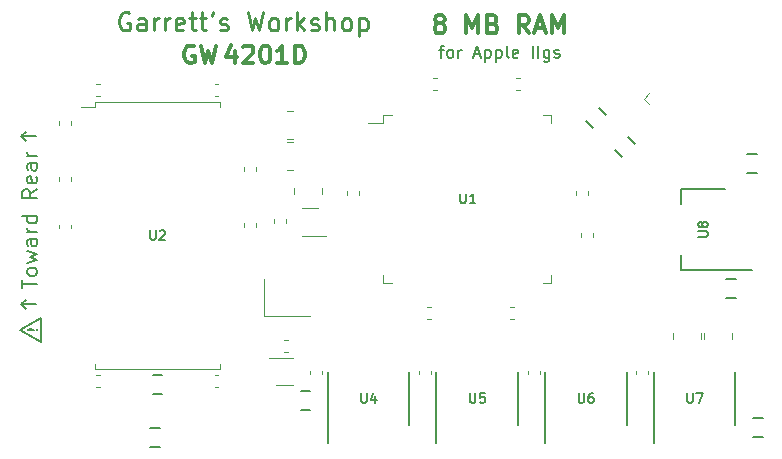
<source format=gto>
G04 #@! TF.GenerationSoftware,KiCad,Pcbnew,(5.1.5-0-10_14)*
G04 #@! TF.CreationDate,2020-09-29T17:55:38-04:00*
G04 #@! TF.ProjectId,RAM2GS,52414d32-4753-42e6-9b69-6361645f7063,1.0*
G04 #@! TF.SameCoordinates,Original*
G04 #@! TF.FileFunction,Legend,Top*
G04 #@! TF.FilePolarity,Positive*
%FSLAX46Y46*%
G04 Gerber Fmt 4.6, Leading zero omitted, Abs format (unit mm)*
G04 Created by KiCad (PCBNEW (5.1.5-0-10_14)) date 2020-09-29 17:55:38*
%MOMM*%
%LPD*%
G04 APERTURE LIST*
%ADD10C,0.200000*%
%ADD11C,0.190500*%
%ADD12C,0.300000*%
%ADD13C,0.203200*%
%ADD14C,0.225000*%
%ADD15C,0.150000*%
%ADD16C,0.120000*%
%ADD17C,0.152400*%
%ADD18C,0.100000*%
%ADD19C,2.524900*%
%ADD20C,0.937400*%
%ADD21C,1.140600*%
%ADD22C,2.000000*%
%ADD23C,2.150000*%
%ADD24C,1.448000*%
G04 APERTURE END LIST*
D10*
X48895000Y-103251000D02*
X47625000Y-103251000D01*
X47625000Y-103251000D02*
X48006000Y-103632000D01*
X48895000Y-117475000D02*
X47625000Y-117475000D01*
X47625000Y-103251000D02*
X48006000Y-102870000D01*
X49276000Y-120650000D02*
X49276000Y-118618000D01*
X49276000Y-118618000D02*
X47498000Y-119634000D01*
X47498000Y-119634000D02*
X49276000Y-120650000D01*
X47625000Y-117475000D02*
X48006000Y-117856000D01*
X47625000Y-117475000D02*
X48006000Y-117094000D01*
X47691523Y-116138476D02*
X47691523Y-115412761D01*
X48961523Y-115775619D02*
X47691523Y-115775619D01*
X48961523Y-114808000D02*
X48901047Y-114928952D01*
X48840571Y-114989428D01*
X48719619Y-115049904D01*
X48356761Y-115049904D01*
X48235809Y-114989428D01*
X48175333Y-114928952D01*
X48114857Y-114808000D01*
X48114857Y-114626571D01*
X48175333Y-114505619D01*
X48235809Y-114445142D01*
X48356761Y-114384666D01*
X48719619Y-114384666D01*
X48840571Y-114445142D01*
X48901047Y-114505619D01*
X48961523Y-114626571D01*
X48961523Y-114808000D01*
X48114857Y-113961333D02*
X48961523Y-113719428D01*
X48356761Y-113477523D01*
X48961523Y-113235619D01*
X48114857Y-112993714D01*
X48961523Y-111965619D02*
X48296285Y-111965619D01*
X48175333Y-112026095D01*
X48114857Y-112147047D01*
X48114857Y-112388952D01*
X48175333Y-112509904D01*
X48901047Y-111965619D02*
X48961523Y-112086571D01*
X48961523Y-112388952D01*
X48901047Y-112509904D01*
X48780095Y-112570380D01*
X48659142Y-112570380D01*
X48538190Y-112509904D01*
X48477714Y-112388952D01*
X48477714Y-112086571D01*
X48417238Y-111965619D01*
X48961523Y-111360857D02*
X48114857Y-111360857D01*
X48356761Y-111360857D02*
X48235809Y-111300380D01*
X48175333Y-111239904D01*
X48114857Y-111118952D01*
X48114857Y-110998000D01*
X48961523Y-110030380D02*
X47691523Y-110030380D01*
X48901047Y-110030380D02*
X48961523Y-110151333D01*
X48961523Y-110393238D01*
X48901047Y-110514190D01*
X48840571Y-110574666D01*
X48719619Y-110635142D01*
X48356761Y-110635142D01*
X48235809Y-110574666D01*
X48175333Y-110514190D01*
X48114857Y-110393238D01*
X48114857Y-110151333D01*
X48175333Y-110030380D01*
X48961523Y-107732285D02*
X48356761Y-108155619D01*
X48961523Y-108458000D02*
X47691523Y-108458000D01*
X47691523Y-107974190D01*
X47752000Y-107853238D01*
X47812476Y-107792761D01*
X47933428Y-107732285D01*
X48114857Y-107732285D01*
X48235809Y-107792761D01*
X48296285Y-107853238D01*
X48356761Y-107974190D01*
X48356761Y-108458000D01*
X48901047Y-106704190D02*
X48961523Y-106825142D01*
X48961523Y-107067047D01*
X48901047Y-107188000D01*
X48780095Y-107248476D01*
X48296285Y-107248476D01*
X48175333Y-107188000D01*
X48114857Y-107067047D01*
X48114857Y-106825142D01*
X48175333Y-106704190D01*
X48296285Y-106643714D01*
X48417238Y-106643714D01*
X48538190Y-107248476D01*
X48961523Y-105555142D02*
X48296285Y-105555142D01*
X48175333Y-105615619D01*
X48114857Y-105736571D01*
X48114857Y-105978476D01*
X48175333Y-106099428D01*
X48901047Y-105555142D02*
X48961523Y-105676095D01*
X48961523Y-105978476D01*
X48901047Y-106099428D01*
X48780095Y-106159904D01*
X48659142Y-106159904D01*
X48538190Y-106099428D01*
X48477714Y-105978476D01*
X48477714Y-105676095D01*
X48417238Y-105555142D01*
X48961523Y-104950380D02*
X48114857Y-104950380D01*
X48356761Y-104950380D02*
X48235809Y-104889904D01*
X48175333Y-104829428D01*
X48114857Y-104708476D01*
X48114857Y-104587523D01*
D11*
X48913142Y-119634000D02*
X48949428Y-119597714D01*
X48985714Y-119634000D01*
X48949428Y-119670285D01*
X48913142Y-119634000D01*
X48985714Y-119634000D01*
X48695428Y-119634000D02*
X48260000Y-119670285D01*
X48223714Y-119634000D01*
X48260000Y-119597714D01*
X48695428Y-119634000D01*
X48223714Y-119634000D01*
D12*
X65711000Y-96071571D02*
X65711000Y-97071571D01*
X65353857Y-95500142D02*
X64996714Y-96571571D01*
X65925285Y-96571571D01*
X66425285Y-95714428D02*
X66496714Y-95643000D01*
X66639571Y-95571571D01*
X66996714Y-95571571D01*
X67139571Y-95643000D01*
X67211000Y-95714428D01*
X67282428Y-95857285D01*
X67282428Y-96000142D01*
X67211000Y-96214428D01*
X66353857Y-97071571D01*
X67282428Y-97071571D01*
X68211000Y-95571571D02*
X68353857Y-95571571D01*
X68496714Y-95643000D01*
X68568142Y-95714428D01*
X68639571Y-95857285D01*
X68711000Y-96143000D01*
X68711000Y-96500142D01*
X68639571Y-96785857D01*
X68568142Y-96928714D01*
X68496714Y-97000142D01*
X68353857Y-97071571D01*
X68211000Y-97071571D01*
X68068142Y-97000142D01*
X67996714Y-96928714D01*
X67925285Y-96785857D01*
X67853857Y-96500142D01*
X67853857Y-96143000D01*
X67925285Y-95857285D01*
X67996714Y-95714428D01*
X68068142Y-95643000D01*
X68211000Y-95571571D01*
X70139571Y-97071571D02*
X69282428Y-97071571D01*
X69711000Y-97071571D02*
X69711000Y-95571571D01*
X69568142Y-95785857D01*
X69425285Y-95928714D01*
X69282428Y-96000142D01*
X70782428Y-97071571D02*
X70782428Y-95571571D01*
X71139571Y-95571571D01*
X71353857Y-95643000D01*
X71496714Y-95785857D01*
X71568142Y-95928714D01*
X71639571Y-96214428D01*
X71639571Y-96428714D01*
X71568142Y-96714428D01*
X71496714Y-96857285D01*
X71353857Y-97000142D01*
X71139571Y-97071571D01*
X70782428Y-97071571D01*
D13*
X82985428Y-95921285D02*
X83372476Y-95921285D01*
X83130571Y-96598619D02*
X83130571Y-95727761D01*
X83178952Y-95631000D01*
X83275714Y-95582619D01*
X83372476Y-95582619D01*
X83856285Y-96598619D02*
X83759523Y-96550238D01*
X83711142Y-96501857D01*
X83662761Y-96405095D01*
X83662761Y-96114809D01*
X83711142Y-96018047D01*
X83759523Y-95969666D01*
X83856285Y-95921285D01*
X84001428Y-95921285D01*
X84098190Y-95969666D01*
X84146571Y-96018047D01*
X84194952Y-96114809D01*
X84194952Y-96405095D01*
X84146571Y-96501857D01*
X84098190Y-96550238D01*
X84001428Y-96598619D01*
X83856285Y-96598619D01*
X84630380Y-96598619D02*
X84630380Y-95921285D01*
X84630380Y-96114809D02*
X84678761Y-96018047D01*
X84727142Y-95969666D01*
X84823904Y-95921285D01*
X84920666Y-95921285D01*
X85985047Y-96308333D02*
X86468857Y-96308333D01*
X85888285Y-96598619D02*
X86226952Y-95582619D01*
X86565619Y-96598619D01*
X86904285Y-95921285D02*
X86904285Y-96937285D01*
X86904285Y-95969666D02*
X87001047Y-95921285D01*
X87194571Y-95921285D01*
X87291333Y-95969666D01*
X87339714Y-96018047D01*
X87388095Y-96114809D01*
X87388095Y-96405095D01*
X87339714Y-96501857D01*
X87291333Y-96550238D01*
X87194571Y-96598619D01*
X87001047Y-96598619D01*
X86904285Y-96550238D01*
X87823523Y-95921285D02*
X87823523Y-96937285D01*
X87823523Y-95969666D02*
X87920285Y-95921285D01*
X88113809Y-95921285D01*
X88210571Y-95969666D01*
X88258952Y-96018047D01*
X88307333Y-96114809D01*
X88307333Y-96405095D01*
X88258952Y-96501857D01*
X88210571Y-96550238D01*
X88113809Y-96598619D01*
X87920285Y-96598619D01*
X87823523Y-96550238D01*
X88887904Y-96598619D02*
X88791142Y-96550238D01*
X88742761Y-96453476D01*
X88742761Y-95582619D01*
X89662000Y-96550238D02*
X89565238Y-96598619D01*
X89371714Y-96598619D01*
X89274952Y-96550238D01*
X89226571Y-96453476D01*
X89226571Y-96066428D01*
X89274952Y-95969666D01*
X89371714Y-95921285D01*
X89565238Y-95921285D01*
X89662000Y-95969666D01*
X89710380Y-96066428D01*
X89710380Y-96163190D01*
X89226571Y-96259952D01*
X90919904Y-96598619D02*
X90919904Y-95582619D01*
X91403714Y-96598619D02*
X91403714Y-95582619D01*
X92322952Y-95921285D02*
X92322952Y-96743761D01*
X92274571Y-96840523D01*
X92226190Y-96888904D01*
X92129428Y-96937285D01*
X91984285Y-96937285D01*
X91887523Y-96888904D01*
X92322952Y-96550238D02*
X92226190Y-96598619D01*
X92032666Y-96598619D01*
X91935904Y-96550238D01*
X91887523Y-96501857D01*
X91839142Y-96405095D01*
X91839142Y-96114809D01*
X91887523Y-96018047D01*
X91935904Y-95969666D01*
X92032666Y-95921285D01*
X92226190Y-95921285D01*
X92322952Y-95969666D01*
X92758380Y-96550238D02*
X92855142Y-96598619D01*
X93048666Y-96598619D01*
X93145428Y-96550238D01*
X93193809Y-96453476D01*
X93193809Y-96405095D01*
X93145428Y-96308333D01*
X93048666Y-96259952D01*
X92903523Y-96259952D01*
X92806761Y-96211571D01*
X92758380Y-96114809D01*
X92758380Y-96066428D01*
X92806761Y-95969666D01*
X92903523Y-95921285D01*
X93048666Y-95921285D01*
X93145428Y-95969666D01*
D12*
X62249571Y-95643000D02*
X62106714Y-95571571D01*
X61892428Y-95571571D01*
X61678142Y-95643000D01*
X61535285Y-95785857D01*
X61463857Y-95928714D01*
X61392428Y-96214428D01*
X61392428Y-96428714D01*
X61463857Y-96714428D01*
X61535285Y-96857285D01*
X61678142Y-97000142D01*
X61892428Y-97071571D01*
X62035285Y-97071571D01*
X62249571Y-97000142D01*
X62321000Y-96928714D01*
X62321000Y-96428714D01*
X62035285Y-96428714D01*
X62821000Y-95571571D02*
X63178142Y-97071571D01*
X63463857Y-96000142D01*
X63749571Y-97071571D01*
X64106714Y-95571571D01*
D14*
X56769000Y-92837000D02*
X56623857Y-92764428D01*
X56406142Y-92764428D01*
X56188428Y-92837000D01*
X56043285Y-92982142D01*
X55970714Y-93127285D01*
X55898142Y-93417571D01*
X55898142Y-93635285D01*
X55970714Y-93925571D01*
X56043285Y-94070714D01*
X56188428Y-94215857D01*
X56406142Y-94288428D01*
X56551285Y-94288428D01*
X56769000Y-94215857D01*
X56841571Y-94143285D01*
X56841571Y-93635285D01*
X56551285Y-93635285D01*
X58147857Y-94288428D02*
X58147857Y-93490142D01*
X58075285Y-93345000D01*
X57930142Y-93272428D01*
X57639857Y-93272428D01*
X57494714Y-93345000D01*
X58147857Y-94215857D02*
X58002714Y-94288428D01*
X57639857Y-94288428D01*
X57494714Y-94215857D01*
X57422142Y-94070714D01*
X57422142Y-93925571D01*
X57494714Y-93780428D01*
X57639857Y-93707857D01*
X58002714Y-93707857D01*
X58147857Y-93635285D01*
X58873571Y-94288428D02*
X58873571Y-93272428D01*
X58873571Y-93562714D02*
X58946142Y-93417571D01*
X59018714Y-93345000D01*
X59163857Y-93272428D01*
X59309000Y-93272428D01*
X59817000Y-94288428D02*
X59817000Y-93272428D01*
X59817000Y-93562714D02*
X59889571Y-93417571D01*
X59962142Y-93345000D01*
X60107285Y-93272428D01*
X60252428Y-93272428D01*
X61341000Y-94215857D02*
X61195857Y-94288428D01*
X60905571Y-94288428D01*
X60760428Y-94215857D01*
X60687857Y-94070714D01*
X60687857Y-93490142D01*
X60760428Y-93345000D01*
X60905571Y-93272428D01*
X61195857Y-93272428D01*
X61341000Y-93345000D01*
X61413571Y-93490142D01*
X61413571Y-93635285D01*
X60687857Y-93780428D01*
X61849000Y-93272428D02*
X62429571Y-93272428D01*
X62066714Y-92764428D02*
X62066714Y-94070714D01*
X62139285Y-94215857D01*
X62284428Y-94288428D01*
X62429571Y-94288428D01*
X62719857Y-93272428D02*
X63300428Y-93272428D01*
X62937571Y-92764428D02*
X62937571Y-94070714D01*
X63010142Y-94215857D01*
X63155285Y-94288428D01*
X63300428Y-94288428D01*
X63881000Y-92764428D02*
X63881000Y-92837000D01*
X63808428Y-92982142D01*
X63735857Y-93054714D01*
X64461571Y-94215857D02*
X64606714Y-94288428D01*
X64897000Y-94288428D01*
X65042142Y-94215857D01*
X65114714Y-94070714D01*
X65114714Y-93998142D01*
X65042142Y-93853000D01*
X64897000Y-93780428D01*
X64679285Y-93780428D01*
X64534142Y-93707857D01*
X64461571Y-93562714D01*
X64461571Y-93490142D01*
X64534142Y-93345000D01*
X64679285Y-93272428D01*
X64897000Y-93272428D01*
X65042142Y-93345000D01*
X66783857Y-92764428D02*
X67146714Y-94288428D01*
X67437000Y-93199857D01*
X67727285Y-94288428D01*
X68090142Y-92764428D01*
X68888428Y-94288428D02*
X68743285Y-94215857D01*
X68670714Y-94143285D01*
X68598142Y-93998142D01*
X68598142Y-93562714D01*
X68670714Y-93417571D01*
X68743285Y-93345000D01*
X68888428Y-93272428D01*
X69106142Y-93272428D01*
X69251285Y-93345000D01*
X69323857Y-93417571D01*
X69396428Y-93562714D01*
X69396428Y-93998142D01*
X69323857Y-94143285D01*
X69251285Y-94215857D01*
X69106142Y-94288428D01*
X68888428Y-94288428D01*
X70049571Y-94288428D02*
X70049571Y-93272428D01*
X70049571Y-93562714D02*
X70122142Y-93417571D01*
X70194714Y-93345000D01*
X70339857Y-93272428D01*
X70485000Y-93272428D01*
X70993000Y-94288428D02*
X70993000Y-92764428D01*
X71138142Y-93707857D02*
X71573571Y-94288428D01*
X71573571Y-93272428D02*
X70993000Y-93853000D01*
X72154142Y-94215857D02*
X72299285Y-94288428D01*
X72589571Y-94288428D01*
X72734714Y-94215857D01*
X72807285Y-94070714D01*
X72807285Y-93998142D01*
X72734714Y-93853000D01*
X72589571Y-93780428D01*
X72371857Y-93780428D01*
X72226714Y-93707857D01*
X72154142Y-93562714D01*
X72154142Y-93490142D01*
X72226714Y-93345000D01*
X72371857Y-93272428D01*
X72589571Y-93272428D01*
X72734714Y-93345000D01*
X73460428Y-94288428D02*
X73460428Y-92764428D01*
X74113571Y-94288428D02*
X74113571Y-93490142D01*
X74041000Y-93345000D01*
X73895857Y-93272428D01*
X73678142Y-93272428D01*
X73533000Y-93345000D01*
X73460428Y-93417571D01*
X75057000Y-94288428D02*
X74911857Y-94215857D01*
X74839285Y-94143285D01*
X74766714Y-93998142D01*
X74766714Y-93562714D01*
X74839285Y-93417571D01*
X74911857Y-93345000D01*
X75057000Y-93272428D01*
X75274714Y-93272428D01*
X75419857Y-93345000D01*
X75492428Y-93417571D01*
X75565000Y-93562714D01*
X75565000Y-93998142D01*
X75492428Y-94143285D01*
X75419857Y-94215857D01*
X75274714Y-94288428D01*
X75057000Y-94288428D01*
X76218142Y-93272428D02*
X76218142Y-94796428D01*
X76218142Y-93345000D02*
X76363285Y-93272428D01*
X76653571Y-93272428D01*
X76798714Y-93345000D01*
X76871285Y-93417571D01*
X76943857Y-93562714D01*
X76943857Y-93998142D01*
X76871285Y-94143285D01*
X76798714Y-94215857D01*
X76653571Y-94288428D01*
X76363285Y-94288428D01*
X76218142Y-94215857D01*
D12*
X82912857Y-93671571D02*
X82767714Y-93599000D01*
X82695142Y-93526428D01*
X82622571Y-93381285D01*
X82622571Y-93308714D01*
X82695142Y-93163571D01*
X82767714Y-93091000D01*
X82912857Y-93018428D01*
X83203142Y-93018428D01*
X83348285Y-93091000D01*
X83420857Y-93163571D01*
X83493428Y-93308714D01*
X83493428Y-93381285D01*
X83420857Y-93526428D01*
X83348285Y-93599000D01*
X83203142Y-93671571D01*
X82912857Y-93671571D01*
X82767714Y-93744142D01*
X82695142Y-93816714D01*
X82622571Y-93961857D01*
X82622571Y-94252142D01*
X82695142Y-94397285D01*
X82767714Y-94469857D01*
X82912857Y-94542428D01*
X83203142Y-94542428D01*
X83348285Y-94469857D01*
X83420857Y-94397285D01*
X83493428Y-94252142D01*
X83493428Y-93961857D01*
X83420857Y-93816714D01*
X83348285Y-93744142D01*
X83203142Y-93671571D01*
X85307714Y-94542428D02*
X85307714Y-93018428D01*
X85815714Y-94107000D01*
X86323714Y-93018428D01*
X86323714Y-94542428D01*
X87557428Y-93744142D02*
X87775142Y-93816714D01*
X87847714Y-93889285D01*
X87920285Y-94034428D01*
X87920285Y-94252142D01*
X87847714Y-94397285D01*
X87775142Y-94469857D01*
X87630000Y-94542428D01*
X87049428Y-94542428D01*
X87049428Y-93018428D01*
X87557428Y-93018428D01*
X87702571Y-93091000D01*
X87775142Y-93163571D01*
X87847714Y-93308714D01*
X87847714Y-93453857D01*
X87775142Y-93599000D01*
X87702571Y-93671571D01*
X87557428Y-93744142D01*
X87049428Y-93744142D01*
X90605428Y-94542428D02*
X90097428Y-93816714D01*
X89734571Y-94542428D02*
X89734571Y-93018428D01*
X90315142Y-93018428D01*
X90460285Y-93091000D01*
X90532857Y-93163571D01*
X90605428Y-93308714D01*
X90605428Y-93526428D01*
X90532857Y-93671571D01*
X90460285Y-93744142D01*
X90315142Y-93816714D01*
X89734571Y-93816714D01*
X91186000Y-94107000D02*
X91911714Y-94107000D01*
X91040857Y-94542428D02*
X91548857Y-93018428D01*
X92056857Y-94542428D01*
X92564857Y-94542428D02*
X92564857Y-93018428D01*
X93072857Y-94107000D01*
X93580857Y-93018428D01*
X93580857Y-94542428D01*
D15*
X73575000Y-129200000D02*
X73575000Y-123225000D01*
X80475000Y-127675000D02*
X80475000Y-123225000D01*
D16*
X71370000Y-111660000D02*
X73400000Y-111660000D01*
X72780000Y-109340000D02*
X71370000Y-109340000D01*
X70630000Y-121990000D02*
X68600000Y-121990000D01*
X69220000Y-124310000D02*
X70630000Y-124310000D01*
D17*
X109487000Y-114560000D02*
X103477000Y-114560000D01*
X107237000Y-107740000D02*
X103477000Y-107740000D01*
X103477000Y-114560000D02*
X103477000Y-113300000D01*
X103477000Y-107740000D02*
X103477000Y-109000000D01*
D15*
X91975000Y-129200000D02*
X91975000Y-123225000D01*
X98875000Y-127675000D02*
X98875000Y-123225000D01*
X101175000Y-129200000D02*
X101175000Y-123225000D01*
X108075000Y-127675000D02*
X108075000Y-123225000D01*
X82775000Y-129200000D02*
X82775000Y-123225000D01*
X89675000Y-127675000D02*
X89675000Y-123225000D01*
D16*
X91810000Y-115660000D02*
X92510000Y-115660000D01*
X92510000Y-115660000D02*
X92510000Y-114960000D01*
X78990000Y-115660000D02*
X78290000Y-115660000D01*
X78290000Y-115660000D02*
X78290000Y-114960000D01*
X91810000Y-101440000D02*
X92510000Y-101440000D01*
X92510000Y-101440000D02*
X92510000Y-102140000D01*
X78990000Y-101440000D02*
X78290000Y-101440000D01*
X78290000Y-101440000D02*
X78290000Y-102140000D01*
X78290000Y-102140000D02*
X77000000Y-102140000D01*
X53987221Y-99860000D02*
X54312779Y-99860000D01*
X53987221Y-98840000D02*
X54312779Y-98840000D01*
D17*
X58743600Y-125050000D02*
X59556400Y-125050000D01*
X58743600Y-123450000D02*
X59556400Y-123450000D01*
D16*
X70162779Y-120540000D02*
X69837221Y-120540000D01*
X70162779Y-121560000D02*
X69837221Y-121560000D01*
X70010000Y-110562779D02*
X70010000Y-110237221D01*
X68990000Y-110562779D02*
X68990000Y-110237221D01*
X100779923Y-100516974D02*
X100330910Y-100067962D01*
X100330910Y-100067962D02*
X100779923Y-99618949D01*
X52650000Y-100750000D02*
X53850000Y-100750000D01*
X53850000Y-100750000D02*
X53850000Y-100350000D01*
X53850000Y-100350000D02*
X64450000Y-100350000D01*
X53850000Y-122950000D02*
X64450000Y-122950000D01*
X64450000Y-100350000D02*
X64450000Y-100750000D01*
X64450000Y-122550000D02*
X64450000Y-122950000D01*
X53850000Y-122550000D02*
X53850000Y-122950000D01*
D17*
X107293600Y-116950000D02*
X108106400Y-116950000D01*
X107293600Y-115350000D02*
X108106400Y-115350000D01*
X109093600Y-106350000D02*
X109906400Y-106350000D01*
X109093600Y-104750000D02*
X109906400Y-104750000D01*
X109575600Y-128689000D02*
X110388400Y-128689000D01*
X109575600Y-127089000D02*
X110388400Y-127089000D01*
X59334400Y-127978000D02*
X58521600Y-127978000D01*
X59334400Y-129578000D02*
X58521600Y-129578000D01*
D16*
X72090000Y-123087221D02*
X72090000Y-123412779D01*
X73110000Y-123087221D02*
X73110000Y-123412779D01*
X95610000Y-108212779D02*
X95610000Y-107887221D01*
X94590000Y-108212779D02*
X94590000Y-107887221D01*
X63987221Y-124460000D02*
X64312779Y-124460000D01*
X63987221Y-123440000D02*
X64312779Y-123440000D01*
X51860000Y-102262779D02*
X51860000Y-101937221D01*
X50840000Y-102262779D02*
X50840000Y-101937221D01*
X89487221Y-99360000D02*
X89812779Y-99360000D01*
X89487221Y-98340000D02*
X89812779Y-98340000D01*
X94990000Y-111487221D02*
X94990000Y-111812779D01*
X96010000Y-111487221D02*
X96010000Y-111812779D01*
X82487221Y-99360000D02*
X82812779Y-99360000D01*
X82487221Y-98340000D02*
X82812779Y-98340000D01*
X63987221Y-99860000D02*
X64312779Y-99860000D01*
X63987221Y-98840000D02*
X64312779Y-98840000D01*
X53987221Y-124460000D02*
X54312779Y-124460000D01*
X53987221Y-123440000D02*
X54312779Y-123440000D01*
X66440000Y-110637221D02*
X66440000Y-110962779D01*
X67460000Y-110637221D02*
X67460000Y-110962779D01*
X51860000Y-107062779D02*
X51860000Y-106737221D01*
X50840000Y-107062779D02*
X50840000Y-106737221D01*
X88987221Y-118760000D02*
X89312779Y-118760000D01*
X88987221Y-117740000D02*
X89312779Y-117740000D01*
X81987221Y-118760000D02*
X82312779Y-118760000D01*
X81987221Y-117740000D02*
X82312779Y-117740000D01*
X76210000Y-108212779D02*
X76210000Y-107887221D01*
X75190000Y-108212779D02*
X75190000Y-107887221D01*
X51860000Y-111062779D02*
X51860000Y-110737221D01*
X50840000Y-111062779D02*
X50840000Y-110737221D01*
X66440000Y-105837221D02*
X66440000Y-106162779D01*
X67460000Y-105837221D02*
X67460000Y-106162779D01*
X99690000Y-123087221D02*
X99690000Y-123412779D01*
X100710000Y-123087221D02*
X100710000Y-123412779D01*
X81290000Y-123087221D02*
X81290000Y-123412779D01*
X82310000Y-123087221D02*
X82310000Y-123412779D01*
X90490000Y-123087221D02*
X90490000Y-123412779D01*
X91510000Y-123087221D02*
X91510000Y-123412779D01*
D17*
X95446946Y-101978317D02*
X96021683Y-102553054D01*
X96578317Y-100846946D02*
X97153054Y-101421683D01*
X99603054Y-103871683D02*
X99028317Y-103296946D01*
X98471683Y-105003054D02*
X97896946Y-104428317D01*
X71293600Y-126450000D02*
X72106400Y-126450000D01*
X71293600Y-124850000D02*
X72106400Y-124850000D01*
D16*
X70720000Y-107650000D02*
X70720000Y-108150000D01*
X73080000Y-107650000D02*
X73080000Y-108150000D01*
X70600000Y-101120000D02*
X70100000Y-101120000D01*
X70600000Y-103480000D02*
X70100000Y-103480000D01*
X70600000Y-103720000D02*
X70100000Y-103720000D01*
X70600000Y-106080000D02*
X70100000Y-106080000D01*
X102770000Y-119900000D02*
X102770000Y-120400000D01*
X105130000Y-119900000D02*
X105130000Y-120400000D01*
X105420000Y-119900000D02*
X105420000Y-120400000D01*
X107780000Y-119900000D02*
X107780000Y-120400000D01*
X68200000Y-118500000D02*
X68200000Y-115300000D01*
X68200000Y-118500000D02*
X72100000Y-118500000D01*
D13*
X76405723Y-125004895D02*
X76405723Y-125662876D01*
X76444428Y-125740285D01*
X76483133Y-125778990D01*
X76560542Y-125817695D01*
X76715361Y-125817695D01*
X76792771Y-125778990D01*
X76831476Y-125740285D01*
X76870180Y-125662876D01*
X76870180Y-125004895D01*
X77605571Y-125275828D02*
X77605571Y-125817695D01*
X77412047Y-124966190D02*
X77218523Y-125546761D01*
X77721685Y-125546761D01*
X104941895Y-111769276D02*
X105599876Y-111769276D01*
X105677285Y-111730571D01*
X105715990Y-111691866D01*
X105754695Y-111614457D01*
X105754695Y-111459638D01*
X105715990Y-111382228D01*
X105677285Y-111343523D01*
X105599876Y-111304819D01*
X104941895Y-111304819D01*
X105290238Y-110801657D02*
X105251533Y-110879066D01*
X105212828Y-110917771D01*
X105135419Y-110956476D01*
X105096714Y-110956476D01*
X105019304Y-110917771D01*
X104980600Y-110879066D01*
X104941895Y-110801657D01*
X104941895Y-110646838D01*
X104980600Y-110569428D01*
X105019304Y-110530723D01*
X105096714Y-110492019D01*
X105135419Y-110492019D01*
X105212828Y-110530723D01*
X105251533Y-110569428D01*
X105290238Y-110646838D01*
X105290238Y-110801657D01*
X105328942Y-110879066D01*
X105367647Y-110917771D01*
X105445057Y-110956476D01*
X105599876Y-110956476D01*
X105677285Y-110917771D01*
X105715990Y-110879066D01*
X105754695Y-110801657D01*
X105754695Y-110646838D01*
X105715990Y-110569428D01*
X105677285Y-110530723D01*
X105599876Y-110492019D01*
X105445057Y-110492019D01*
X105367647Y-110530723D01*
X105328942Y-110569428D01*
X105290238Y-110646838D01*
X94805723Y-125004895D02*
X94805723Y-125662876D01*
X94844428Y-125740285D01*
X94883133Y-125778990D01*
X94960542Y-125817695D01*
X95115361Y-125817695D01*
X95192771Y-125778990D01*
X95231476Y-125740285D01*
X95270180Y-125662876D01*
X95270180Y-125004895D01*
X96005571Y-125004895D02*
X95850752Y-125004895D01*
X95773342Y-125043600D01*
X95734638Y-125082304D01*
X95657228Y-125198419D01*
X95618523Y-125353238D01*
X95618523Y-125662876D01*
X95657228Y-125740285D01*
X95695933Y-125778990D01*
X95773342Y-125817695D01*
X95928161Y-125817695D01*
X96005571Y-125778990D01*
X96044276Y-125740285D01*
X96082980Y-125662876D01*
X96082980Y-125469352D01*
X96044276Y-125391942D01*
X96005571Y-125353238D01*
X95928161Y-125314533D01*
X95773342Y-125314533D01*
X95695933Y-125353238D01*
X95657228Y-125391942D01*
X95618523Y-125469352D01*
X104005723Y-125004895D02*
X104005723Y-125662876D01*
X104044428Y-125740285D01*
X104083133Y-125778990D01*
X104160542Y-125817695D01*
X104315361Y-125817695D01*
X104392771Y-125778990D01*
X104431476Y-125740285D01*
X104470180Y-125662876D01*
X104470180Y-125004895D01*
X104779819Y-125004895D02*
X105321685Y-125004895D01*
X104973342Y-125817695D01*
X85605723Y-125004895D02*
X85605723Y-125662876D01*
X85644428Y-125740285D01*
X85683133Y-125778990D01*
X85760542Y-125817695D01*
X85915361Y-125817695D01*
X85992771Y-125778990D01*
X86031476Y-125740285D01*
X86070180Y-125662876D01*
X86070180Y-125004895D01*
X86844276Y-125004895D02*
X86457228Y-125004895D01*
X86418523Y-125391942D01*
X86457228Y-125353238D01*
X86534638Y-125314533D01*
X86728161Y-125314533D01*
X86805571Y-125353238D01*
X86844276Y-125391942D01*
X86882980Y-125469352D01*
X86882980Y-125662876D01*
X86844276Y-125740285D01*
X86805571Y-125778990D01*
X86728161Y-125817695D01*
X86534638Y-125817695D01*
X86457228Y-125778990D01*
X86418523Y-125740285D01*
X84780723Y-108104895D02*
X84780723Y-108762876D01*
X84819428Y-108840285D01*
X84858133Y-108878990D01*
X84935542Y-108917695D01*
X85090361Y-108917695D01*
X85167771Y-108878990D01*
X85206476Y-108840285D01*
X85245180Y-108762876D01*
X85245180Y-108104895D01*
X86057980Y-108917695D02*
X85593523Y-108917695D01*
X85825752Y-108917695D02*
X85825752Y-108104895D01*
X85748342Y-108221009D01*
X85670933Y-108298419D01*
X85593523Y-108337123D01*
X58530723Y-111204895D02*
X58530723Y-111862876D01*
X58569428Y-111940285D01*
X58608133Y-111978990D01*
X58685542Y-112017695D01*
X58840361Y-112017695D01*
X58917771Y-111978990D01*
X58956476Y-111940285D01*
X58995180Y-111862876D01*
X58995180Y-111204895D01*
X59343523Y-111282304D02*
X59382228Y-111243600D01*
X59459638Y-111204895D01*
X59653161Y-111204895D01*
X59730571Y-111243600D01*
X59769276Y-111282304D01*
X59807980Y-111359714D01*
X59807980Y-111437123D01*
X59769276Y-111553238D01*
X59304819Y-112017695D01*
X59807980Y-112017695D01*
%LPC*%
D18*
G36*
X113538000Y-139446000D02*
G01*
X113030000Y-139954000D01*
X55626000Y-139954000D01*
X55118000Y-139446000D01*
X55118000Y-132080000D01*
X113538000Y-132080000D01*
X113538000Y-139446000D01*
G37*
G36*
X74236703Y-121751600D02*
G01*
X74248789Y-121753392D01*
X74260640Y-121756361D01*
X74272144Y-121760477D01*
X74283189Y-121765701D01*
X74293668Y-121771982D01*
X74303482Y-121779260D01*
X74312535Y-121787465D01*
X74320740Y-121796518D01*
X74328018Y-121806332D01*
X74334299Y-121816811D01*
X74339523Y-121827856D01*
X74343639Y-121839360D01*
X74346608Y-121851211D01*
X74348400Y-121863297D01*
X74349000Y-121875500D01*
X74349000Y-123124500D01*
X74348400Y-123136703D01*
X74346608Y-123148789D01*
X74343639Y-123160640D01*
X74339523Y-123172144D01*
X74334299Y-123183189D01*
X74328018Y-123193668D01*
X74320740Y-123203482D01*
X74312535Y-123212535D01*
X74303482Y-123220740D01*
X74293668Y-123228018D01*
X74283189Y-123234299D01*
X74272144Y-123239523D01*
X74260640Y-123243639D01*
X74248789Y-123246608D01*
X74236703Y-123248400D01*
X74224500Y-123249000D01*
X73975500Y-123249000D01*
X73963297Y-123248400D01*
X73951211Y-123246608D01*
X73939360Y-123243639D01*
X73927856Y-123239523D01*
X73916811Y-123234299D01*
X73906332Y-123228018D01*
X73896518Y-123220740D01*
X73887465Y-123212535D01*
X73879260Y-123203482D01*
X73871982Y-123193668D01*
X73865701Y-123183189D01*
X73860477Y-123172144D01*
X73856361Y-123160640D01*
X73853392Y-123148789D01*
X73851600Y-123136703D01*
X73851000Y-123124500D01*
X73851000Y-121875500D01*
X73851600Y-121863297D01*
X73853392Y-121851211D01*
X73856361Y-121839360D01*
X73860477Y-121827856D01*
X73865701Y-121816811D01*
X73871982Y-121806332D01*
X73879260Y-121796518D01*
X73887465Y-121787465D01*
X73896518Y-121779260D01*
X73906332Y-121771982D01*
X73916811Y-121765701D01*
X73927856Y-121760477D01*
X73939360Y-121756361D01*
X73951211Y-121753392D01*
X73963297Y-121751600D01*
X73975500Y-121751000D01*
X74224500Y-121751000D01*
X74236703Y-121751600D01*
G37*
G36*
X74886703Y-121751600D02*
G01*
X74898789Y-121753392D01*
X74910640Y-121756361D01*
X74922144Y-121760477D01*
X74933189Y-121765701D01*
X74943668Y-121771982D01*
X74953482Y-121779260D01*
X74962535Y-121787465D01*
X74970740Y-121796518D01*
X74978018Y-121806332D01*
X74984299Y-121816811D01*
X74989523Y-121827856D01*
X74993639Y-121839360D01*
X74996608Y-121851211D01*
X74998400Y-121863297D01*
X74999000Y-121875500D01*
X74999000Y-123124500D01*
X74998400Y-123136703D01*
X74996608Y-123148789D01*
X74993639Y-123160640D01*
X74989523Y-123172144D01*
X74984299Y-123183189D01*
X74978018Y-123193668D01*
X74970740Y-123203482D01*
X74962535Y-123212535D01*
X74953482Y-123220740D01*
X74943668Y-123228018D01*
X74933189Y-123234299D01*
X74922144Y-123239523D01*
X74910640Y-123243639D01*
X74898789Y-123246608D01*
X74886703Y-123248400D01*
X74874500Y-123249000D01*
X74625500Y-123249000D01*
X74613297Y-123248400D01*
X74601211Y-123246608D01*
X74589360Y-123243639D01*
X74577856Y-123239523D01*
X74566811Y-123234299D01*
X74556332Y-123228018D01*
X74546518Y-123220740D01*
X74537465Y-123212535D01*
X74529260Y-123203482D01*
X74521982Y-123193668D01*
X74515701Y-123183189D01*
X74510477Y-123172144D01*
X74506361Y-123160640D01*
X74503392Y-123148789D01*
X74501600Y-123136703D01*
X74501000Y-123124500D01*
X74501000Y-121875500D01*
X74501600Y-121863297D01*
X74503392Y-121851211D01*
X74506361Y-121839360D01*
X74510477Y-121827856D01*
X74515701Y-121816811D01*
X74521982Y-121806332D01*
X74529260Y-121796518D01*
X74537465Y-121787465D01*
X74546518Y-121779260D01*
X74556332Y-121771982D01*
X74566811Y-121765701D01*
X74577856Y-121760477D01*
X74589360Y-121756361D01*
X74601211Y-121753392D01*
X74613297Y-121751600D01*
X74625500Y-121751000D01*
X74874500Y-121751000D01*
X74886703Y-121751600D01*
G37*
G36*
X75536703Y-121751600D02*
G01*
X75548789Y-121753392D01*
X75560640Y-121756361D01*
X75572144Y-121760477D01*
X75583189Y-121765701D01*
X75593668Y-121771982D01*
X75603482Y-121779260D01*
X75612535Y-121787465D01*
X75620740Y-121796518D01*
X75628018Y-121806332D01*
X75634299Y-121816811D01*
X75639523Y-121827856D01*
X75643639Y-121839360D01*
X75646608Y-121851211D01*
X75648400Y-121863297D01*
X75649000Y-121875500D01*
X75649000Y-123124500D01*
X75648400Y-123136703D01*
X75646608Y-123148789D01*
X75643639Y-123160640D01*
X75639523Y-123172144D01*
X75634299Y-123183189D01*
X75628018Y-123193668D01*
X75620740Y-123203482D01*
X75612535Y-123212535D01*
X75603482Y-123220740D01*
X75593668Y-123228018D01*
X75583189Y-123234299D01*
X75572144Y-123239523D01*
X75560640Y-123243639D01*
X75548789Y-123246608D01*
X75536703Y-123248400D01*
X75524500Y-123249000D01*
X75275500Y-123249000D01*
X75263297Y-123248400D01*
X75251211Y-123246608D01*
X75239360Y-123243639D01*
X75227856Y-123239523D01*
X75216811Y-123234299D01*
X75206332Y-123228018D01*
X75196518Y-123220740D01*
X75187465Y-123212535D01*
X75179260Y-123203482D01*
X75171982Y-123193668D01*
X75165701Y-123183189D01*
X75160477Y-123172144D01*
X75156361Y-123160640D01*
X75153392Y-123148789D01*
X75151600Y-123136703D01*
X75151000Y-123124500D01*
X75151000Y-121875500D01*
X75151600Y-121863297D01*
X75153392Y-121851211D01*
X75156361Y-121839360D01*
X75160477Y-121827856D01*
X75165701Y-121816811D01*
X75171982Y-121806332D01*
X75179260Y-121796518D01*
X75187465Y-121787465D01*
X75196518Y-121779260D01*
X75206332Y-121771982D01*
X75216811Y-121765701D01*
X75227856Y-121760477D01*
X75239360Y-121756361D01*
X75251211Y-121753392D01*
X75263297Y-121751600D01*
X75275500Y-121751000D01*
X75524500Y-121751000D01*
X75536703Y-121751600D01*
G37*
G36*
X76186703Y-121751600D02*
G01*
X76198789Y-121753392D01*
X76210640Y-121756361D01*
X76222144Y-121760477D01*
X76233189Y-121765701D01*
X76243668Y-121771982D01*
X76253482Y-121779260D01*
X76262535Y-121787465D01*
X76270740Y-121796518D01*
X76278018Y-121806332D01*
X76284299Y-121816811D01*
X76289523Y-121827856D01*
X76293639Y-121839360D01*
X76296608Y-121851211D01*
X76298400Y-121863297D01*
X76299000Y-121875500D01*
X76299000Y-123124500D01*
X76298400Y-123136703D01*
X76296608Y-123148789D01*
X76293639Y-123160640D01*
X76289523Y-123172144D01*
X76284299Y-123183189D01*
X76278018Y-123193668D01*
X76270740Y-123203482D01*
X76262535Y-123212535D01*
X76253482Y-123220740D01*
X76243668Y-123228018D01*
X76233189Y-123234299D01*
X76222144Y-123239523D01*
X76210640Y-123243639D01*
X76198789Y-123246608D01*
X76186703Y-123248400D01*
X76174500Y-123249000D01*
X75925500Y-123249000D01*
X75913297Y-123248400D01*
X75901211Y-123246608D01*
X75889360Y-123243639D01*
X75877856Y-123239523D01*
X75866811Y-123234299D01*
X75856332Y-123228018D01*
X75846518Y-123220740D01*
X75837465Y-123212535D01*
X75829260Y-123203482D01*
X75821982Y-123193668D01*
X75815701Y-123183189D01*
X75810477Y-123172144D01*
X75806361Y-123160640D01*
X75803392Y-123148789D01*
X75801600Y-123136703D01*
X75801000Y-123124500D01*
X75801000Y-121875500D01*
X75801600Y-121863297D01*
X75803392Y-121851211D01*
X75806361Y-121839360D01*
X75810477Y-121827856D01*
X75815701Y-121816811D01*
X75821982Y-121806332D01*
X75829260Y-121796518D01*
X75837465Y-121787465D01*
X75846518Y-121779260D01*
X75856332Y-121771982D01*
X75866811Y-121765701D01*
X75877856Y-121760477D01*
X75889360Y-121756361D01*
X75901211Y-121753392D01*
X75913297Y-121751600D01*
X75925500Y-121751000D01*
X76174500Y-121751000D01*
X76186703Y-121751600D01*
G37*
G36*
X76836703Y-121751600D02*
G01*
X76848789Y-121753392D01*
X76860640Y-121756361D01*
X76872144Y-121760477D01*
X76883189Y-121765701D01*
X76893668Y-121771982D01*
X76903482Y-121779260D01*
X76912535Y-121787465D01*
X76920740Y-121796518D01*
X76928018Y-121806332D01*
X76934299Y-121816811D01*
X76939523Y-121827856D01*
X76943639Y-121839360D01*
X76946608Y-121851211D01*
X76948400Y-121863297D01*
X76949000Y-121875500D01*
X76949000Y-123124500D01*
X76948400Y-123136703D01*
X76946608Y-123148789D01*
X76943639Y-123160640D01*
X76939523Y-123172144D01*
X76934299Y-123183189D01*
X76928018Y-123193668D01*
X76920740Y-123203482D01*
X76912535Y-123212535D01*
X76903482Y-123220740D01*
X76893668Y-123228018D01*
X76883189Y-123234299D01*
X76872144Y-123239523D01*
X76860640Y-123243639D01*
X76848789Y-123246608D01*
X76836703Y-123248400D01*
X76824500Y-123249000D01*
X76575500Y-123249000D01*
X76563297Y-123248400D01*
X76551211Y-123246608D01*
X76539360Y-123243639D01*
X76527856Y-123239523D01*
X76516811Y-123234299D01*
X76506332Y-123228018D01*
X76496518Y-123220740D01*
X76487465Y-123212535D01*
X76479260Y-123203482D01*
X76471982Y-123193668D01*
X76465701Y-123183189D01*
X76460477Y-123172144D01*
X76456361Y-123160640D01*
X76453392Y-123148789D01*
X76451600Y-123136703D01*
X76451000Y-123124500D01*
X76451000Y-121875500D01*
X76451600Y-121863297D01*
X76453392Y-121851211D01*
X76456361Y-121839360D01*
X76460477Y-121827856D01*
X76465701Y-121816811D01*
X76471982Y-121806332D01*
X76479260Y-121796518D01*
X76487465Y-121787465D01*
X76496518Y-121779260D01*
X76506332Y-121771982D01*
X76516811Y-121765701D01*
X76527856Y-121760477D01*
X76539360Y-121756361D01*
X76551211Y-121753392D01*
X76563297Y-121751600D01*
X76575500Y-121751000D01*
X76824500Y-121751000D01*
X76836703Y-121751600D01*
G37*
G36*
X77486703Y-121751600D02*
G01*
X77498789Y-121753392D01*
X77510640Y-121756361D01*
X77522144Y-121760477D01*
X77533189Y-121765701D01*
X77543668Y-121771982D01*
X77553482Y-121779260D01*
X77562535Y-121787465D01*
X77570740Y-121796518D01*
X77578018Y-121806332D01*
X77584299Y-121816811D01*
X77589523Y-121827856D01*
X77593639Y-121839360D01*
X77596608Y-121851211D01*
X77598400Y-121863297D01*
X77599000Y-121875500D01*
X77599000Y-123124500D01*
X77598400Y-123136703D01*
X77596608Y-123148789D01*
X77593639Y-123160640D01*
X77589523Y-123172144D01*
X77584299Y-123183189D01*
X77578018Y-123193668D01*
X77570740Y-123203482D01*
X77562535Y-123212535D01*
X77553482Y-123220740D01*
X77543668Y-123228018D01*
X77533189Y-123234299D01*
X77522144Y-123239523D01*
X77510640Y-123243639D01*
X77498789Y-123246608D01*
X77486703Y-123248400D01*
X77474500Y-123249000D01*
X77225500Y-123249000D01*
X77213297Y-123248400D01*
X77201211Y-123246608D01*
X77189360Y-123243639D01*
X77177856Y-123239523D01*
X77166811Y-123234299D01*
X77156332Y-123228018D01*
X77146518Y-123220740D01*
X77137465Y-123212535D01*
X77129260Y-123203482D01*
X77121982Y-123193668D01*
X77115701Y-123183189D01*
X77110477Y-123172144D01*
X77106361Y-123160640D01*
X77103392Y-123148789D01*
X77101600Y-123136703D01*
X77101000Y-123124500D01*
X77101000Y-121875500D01*
X77101600Y-121863297D01*
X77103392Y-121851211D01*
X77106361Y-121839360D01*
X77110477Y-121827856D01*
X77115701Y-121816811D01*
X77121982Y-121806332D01*
X77129260Y-121796518D01*
X77137465Y-121787465D01*
X77146518Y-121779260D01*
X77156332Y-121771982D01*
X77166811Y-121765701D01*
X77177856Y-121760477D01*
X77189360Y-121756361D01*
X77201211Y-121753392D01*
X77213297Y-121751600D01*
X77225500Y-121751000D01*
X77474500Y-121751000D01*
X77486703Y-121751600D01*
G37*
G36*
X78136703Y-121751600D02*
G01*
X78148789Y-121753392D01*
X78160640Y-121756361D01*
X78172144Y-121760477D01*
X78183189Y-121765701D01*
X78193668Y-121771982D01*
X78203482Y-121779260D01*
X78212535Y-121787465D01*
X78220740Y-121796518D01*
X78228018Y-121806332D01*
X78234299Y-121816811D01*
X78239523Y-121827856D01*
X78243639Y-121839360D01*
X78246608Y-121851211D01*
X78248400Y-121863297D01*
X78249000Y-121875500D01*
X78249000Y-123124500D01*
X78248400Y-123136703D01*
X78246608Y-123148789D01*
X78243639Y-123160640D01*
X78239523Y-123172144D01*
X78234299Y-123183189D01*
X78228018Y-123193668D01*
X78220740Y-123203482D01*
X78212535Y-123212535D01*
X78203482Y-123220740D01*
X78193668Y-123228018D01*
X78183189Y-123234299D01*
X78172144Y-123239523D01*
X78160640Y-123243639D01*
X78148789Y-123246608D01*
X78136703Y-123248400D01*
X78124500Y-123249000D01*
X77875500Y-123249000D01*
X77863297Y-123248400D01*
X77851211Y-123246608D01*
X77839360Y-123243639D01*
X77827856Y-123239523D01*
X77816811Y-123234299D01*
X77806332Y-123228018D01*
X77796518Y-123220740D01*
X77787465Y-123212535D01*
X77779260Y-123203482D01*
X77771982Y-123193668D01*
X77765701Y-123183189D01*
X77760477Y-123172144D01*
X77756361Y-123160640D01*
X77753392Y-123148789D01*
X77751600Y-123136703D01*
X77751000Y-123124500D01*
X77751000Y-121875500D01*
X77751600Y-121863297D01*
X77753392Y-121851211D01*
X77756361Y-121839360D01*
X77760477Y-121827856D01*
X77765701Y-121816811D01*
X77771982Y-121806332D01*
X77779260Y-121796518D01*
X77787465Y-121787465D01*
X77796518Y-121779260D01*
X77806332Y-121771982D01*
X77816811Y-121765701D01*
X77827856Y-121760477D01*
X77839360Y-121756361D01*
X77851211Y-121753392D01*
X77863297Y-121751600D01*
X77875500Y-121751000D01*
X78124500Y-121751000D01*
X78136703Y-121751600D01*
G37*
G36*
X78786703Y-121751600D02*
G01*
X78798789Y-121753392D01*
X78810640Y-121756361D01*
X78822144Y-121760477D01*
X78833189Y-121765701D01*
X78843668Y-121771982D01*
X78853482Y-121779260D01*
X78862535Y-121787465D01*
X78870740Y-121796518D01*
X78878018Y-121806332D01*
X78884299Y-121816811D01*
X78889523Y-121827856D01*
X78893639Y-121839360D01*
X78896608Y-121851211D01*
X78898400Y-121863297D01*
X78899000Y-121875500D01*
X78899000Y-123124500D01*
X78898400Y-123136703D01*
X78896608Y-123148789D01*
X78893639Y-123160640D01*
X78889523Y-123172144D01*
X78884299Y-123183189D01*
X78878018Y-123193668D01*
X78870740Y-123203482D01*
X78862535Y-123212535D01*
X78853482Y-123220740D01*
X78843668Y-123228018D01*
X78833189Y-123234299D01*
X78822144Y-123239523D01*
X78810640Y-123243639D01*
X78798789Y-123246608D01*
X78786703Y-123248400D01*
X78774500Y-123249000D01*
X78525500Y-123249000D01*
X78513297Y-123248400D01*
X78501211Y-123246608D01*
X78489360Y-123243639D01*
X78477856Y-123239523D01*
X78466811Y-123234299D01*
X78456332Y-123228018D01*
X78446518Y-123220740D01*
X78437465Y-123212535D01*
X78429260Y-123203482D01*
X78421982Y-123193668D01*
X78415701Y-123183189D01*
X78410477Y-123172144D01*
X78406361Y-123160640D01*
X78403392Y-123148789D01*
X78401600Y-123136703D01*
X78401000Y-123124500D01*
X78401000Y-121875500D01*
X78401600Y-121863297D01*
X78403392Y-121851211D01*
X78406361Y-121839360D01*
X78410477Y-121827856D01*
X78415701Y-121816811D01*
X78421982Y-121806332D01*
X78429260Y-121796518D01*
X78437465Y-121787465D01*
X78446518Y-121779260D01*
X78456332Y-121771982D01*
X78466811Y-121765701D01*
X78477856Y-121760477D01*
X78489360Y-121756361D01*
X78501211Y-121753392D01*
X78513297Y-121751600D01*
X78525500Y-121751000D01*
X78774500Y-121751000D01*
X78786703Y-121751600D01*
G37*
G36*
X79436703Y-121751600D02*
G01*
X79448789Y-121753392D01*
X79460640Y-121756361D01*
X79472144Y-121760477D01*
X79483189Y-121765701D01*
X79493668Y-121771982D01*
X79503482Y-121779260D01*
X79512535Y-121787465D01*
X79520740Y-121796518D01*
X79528018Y-121806332D01*
X79534299Y-121816811D01*
X79539523Y-121827856D01*
X79543639Y-121839360D01*
X79546608Y-121851211D01*
X79548400Y-121863297D01*
X79549000Y-121875500D01*
X79549000Y-123124500D01*
X79548400Y-123136703D01*
X79546608Y-123148789D01*
X79543639Y-123160640D01*
X79539523Y-123172144D01*
X79534299Y-123183189D01*
X79528018Y-123193668D01*
X79520740Y-123203482D01*
X79512535Y-123212535D01*
X79503482Y-123220740D01*
X79493668Y-123228018D01*
X79483189Y-123234299D01*
X79472144Y-123239523D01*
X79460640Y-123243639D01*
X79448789Y-123246608D01*
X79436703Y-123248400D01*
X79424500Y-123249000D01*
X79175500Y-123249000D01*
X79163297Y-123248400D01*
X79151211Y-123246608D01*
X79139360Y-123243639D01*
X79127856Y-123239523D01*
X79116811Y-123234299D01*
X79106332Y-123228018D01*
X79096518Y-123220740D01*
X79087465Y-123212535D01*
X79079260Y-123203482D01*
X79071982Y-123193668D01*
X79065701Y-123183189D01*
X79060477Y-123172144D01*
X79056361Y-123160640D01*
X79053392Y-123148789D01*
X79051600Y-123136703D01*
X79051000Y-123124500D01*
X79051000Y-121875500D01*
X79051600Y-121863297D01*
X79053392Y-121851211D01*
X79056361Y-121839360D01*
X79060477Y-121827856D01*
X79065701Y-121816811D01*
X79071982Y-121806332D01*
X79079260Y-121796518D01*
X79087465Y-121787465D01*
X79096518Y-121779260D01*
X79106332Y-121771982D01*
X79116811Y-121765701D01*
X79127856Y-121760477D01*
X79139360Y-121756361D01*
X79151211Y-121753392D01*
X79163297Y-121751600D01*
X79175500Y-121751000D01*
X79424500Y-121751000D01*
X79436703Y-121751600D01*
G37*
G36*
X80086703Y-121751600D02*
G01*
X80098789Y-121753392D01*
X80110640Y-121756361D01*
X80122144Y-121760477D01*
X80133189Y-121765701D01*
X80143668Y-121771982D01*
X80153482Y-121779260D01*
X80162535Y-121787465D01*
X80170740Y-121796518D01*
X80178018Y-121806332D01*
X80184299Y-121816811D01*
X80189523Y-121827856D01*
X80193639Y-121839360D01*
X80196608Y-121851211D01*
X80198400Y-121863297D01*
X80199000Y-121875500D01*
X80199000Y-123124500D01*
X80198400Y-123136703D01*
X80196608Y-123148789D01*
X80193639Y-123160640D01*
X80189523Y-123172144D01*
X80184299Y-123183189D01*
X80178018Y-123193668D01*
X80170740Y-123203482D01*
X80162535Y-123212535D01*
X80153482Y-123220740D01*
X80143668Y-123228018D01*
X80133189Y-123234299D01*
X80122144Y-123239523D01*
X80110640Y-123243639D01*
X80098789Y-123246608D01*
X80086703Y-123248400D01*
X80074500Y-123249000D01*
X79825500Y-123249000D01*
X79813297Y-123248400D01*
X79801211Y-123246608D01*
X79789360Y-123243639D01*
X79777856Y-123239523D01*
X79766811Y-123234299D01*
X79756332Y-123228018D01*
X79746518Y-123220740D01*
X79737465Y-123212535D01*
X79729260Y-123203482D01*
X79721982Y-123193668D01*
X79715701Y-123183189D01*
X79710477Y-123172144D01*
X79706361Y-123160640D01*
X79703392Y-123148789D01*
X79701600Y-123136703D01*
X79701000Y-123124500D01*
X79701000Y-121875500D01*
X79701600Y-121863297D01*
X79703392Y-121851211D01*
X79706361Y-121839360D01*
X79710477Y-121827856D01*
X79715701Y-121816811D01*
X79721982Y-121806332D01*
X79729260Y-121796518D01*
X79737465Y-121787465D01*
X79746518Y-121779260D01*
X79756332Y-121771982D01*
X79766811Y-121765701D01*
X79777856Y-121760477D01*
X79789360Y-121756361D01*
X79801211Y-121753392D01*
X79813297Y-121751600D01*
X79825500Y-121751000D01*
X80074500Y-121751000D01*
X80086703Y-121751600D01*
G37*
G36*
X80086703Y-127651600D02*
G01*
X80098789Y-127653392D01*
X80110640Y-127656361D01*
X80122144Y-127660477D01*
X80133189Y-127665701D01*
X80143668Y-127671982D01*
X80153482Y-127679260D01*
X80162535Y-127687465D01*
X80170740Y-127696518D01*
X80178018Y-127706332D01*
X80184299Y-127716811D01*
X80189523Y-127727856D01*
X80193639Y-127739360D01*
X80196608Y-127751211D01*
X80198400Y-127763297D01*
X80199000Y-127775500D01*
X80199000Y-129024500D01*
X80198400Y-129036703D01*
X80196608Y-129048789D01*
X80193639Y-129060640D01*
X80189523Y-129072144D01*
X80184299Y-129083189D01*
X80178018Y-129093668D01*
X80170740Y-129103482D01*
X80162535Y-129112535D01*
X80153482Y-129120740D01*
X80143668Y-129128018D01*
X80133189Y-129134299D01*
X80122144Y-129139523D01*
X80110640Y-129143639D01*
X80098789Y-129146608D01*
X80086703Y-129148400D01*
X80074500Y-129149000D01*
X79825500Y-129149000D01*
X79813297Y-129148400D01*
X79801211Y-129146608D01*
X79789360Y-129143639D01*
X79777856Y-129139523D01*
X79766811Y-129134299D01*
X79756332Y-129128018D01*
X79746518Y-129120740D01*
X79737465Y-129112535D01*
X79729260Y-129103482D01*
X79721982Y-129093668D01*
X79715701Y-129083189D01*
X79710477Y-129072144D01*
X79706361Y-129060640D01*
X79703392Y-129048789D01*
X79701600Y-129036703D01*
X79701000Y-129024500D01*
X79701000Y-127775500D01*
X79701600Y-127763297D01*
X79703392Y-127751211D01*
X79706361Y-127739360D01*
X79710477Y-127727856D01*
X79715701Y-127716811D01*
X79721982Y-127706332D01*
X79729260Y-127696518D01*
X79737465Y-127687465D01*
X79746518Y-127679260D01*
X79756332Y-127671982D01*
X79766811Y-127665701D01*
X79777856Y-127660477D01*
X79789360Y-127656361D01*
X79801211Y-127653392D01*
X79813297Y-127651600D01*
X79825500Y-127651000D01*
X80074500Y-127651000D01*
X80086703Y-127651600D01*
G37*
G36*
X79436703Y-127651600D02*
G01*
X79448789Y-127653392D01*
X79460640Y-127656361D01*
X79472144Y-127660477D01*
X79483189Y-127665701D01*
X79493668Y-127671982D01*
X79503482Y-127679260D01*
X79512535Y-127687465D01*
X79520740Y-127696518D01*
X79528018Y-127706332D01*
X79534299Y-127716811D01*
X79539523Y-127727856D01*
X79543639Y-127739360D01*
X79546608Y-127751211D01*
X79548400Y-127763297D01*
X79549000Y-127775500D01*
X79549000Y-129024500D01*
X79548400Y-129036703D01*
X79546608Y-129048789D01*
X79543639Y-129060640D01*
X79539523Y-129072144D01*
X79534299Y-129083189D01*
X79528018Y-129093668D01*
X79520740Y-129103482D01*
X79512535Y-129112535D01*
X79503482Y-129120740D01*
X79493668Y-129128018D01*
X79483189Y-129134299D01*
X79472144Y-129139523D01*
X79460640Y-129143639D01*
X79448789Y-129146608D01*
X79436703Y-129148400D01*
X79424500Y-129149000D01*
X79175500Y-129149000D01*
X79163297Y-129148400D01*
X79151211Y-129146608D01*
X79139360Y-129143639D01*
X79127856Y-129139523D01*
X79116811Y-129134299D01*
X79106332Y-129128018D01*
X79096518Y-129120740D01*
X79087465Y-129112535D01*
X79079260Y-129103482D01*
X79071982Y-129093668D01*
X79065701Y-129083189D01*
X79060477Y-129072144D01*
X79056361Y-129060640D01*
X79053392Y-129048789D01*
X79051600Y-129036703D01*
X79051000Y-129024500D01*
X79051000Y-127775500D01*
X79051600Y-127763297D01*
X79053392Y-127751211D01*
X79056361Y-127739360D01*
X79060477Y-127727856D01*
X79065701Y-127716811D01*
X79071982Y-127706332D01*
X79079260Y-127696518D01*
X79087465Y-127687465D01*
X79096518Y-127679260D01*
X79106332Y-127671982D01*
X79116811Y-127665701D01*
X79127856Y-127660477D01*
X79139360Y-127656361D01*
X79151211Y-127653392D01*
X79163297Y-127651600D01*
X79175500Y-127651000D01*
X79424500Y-127651000D01*
X79436703Y-127651600D01*
G37*
G36*
X78786703Y-127651600D02*
G01*
X78798789Y-127653392D01*
X78810640Y-127656361D01*
X78822144Y-127660477D01*
X78833189Y-127665701D01*
X78843668Y-127671982D01*
X78853482Y-127679260D01*
X78862535Y-127687465D01*
X78870740Y-127696518D01*
X78878018Y-127706332D01*
X78884299Y-127716811D01*
X78889523Y-127727856D01*
X78893639Y-127739360D01*
X78896608Y-127751211D01*
X78898400Y-127763297D01*
X78899000Y-127775500D01*
X78899000Y-129024500D01*
X78898400Y-129036703D01*
X78896608Y-129048789D01*
X78893639Y-129060640D01*
X78889523Y-129072144D01*
X78884299Y-129083189D01*
X78878018Y-129093668D01*
X78870740Y-129103482D01*
X78862535Y-129112535D01*
X78853482Y-129120740D01*
X78843668Y-129128018D01*
X78833189Y-129134299D01*
X78822144Y-129139523D01*
X78810640Y-129143639D01*
X78798789Y-129146608D01*
X78786703Y-129148400D01*
X78774500Y-129149000D01*
X78525500Y-129149000D01*
X78513297Y-129148400D01*
X78501211Y-129146608D01*
X78489360Y-129143639D01*
X78477856Y-129139523D01*
X78466811Y-129134299D01*
X78456332Y-129128018D01*
X78446518Y-129120740D01*
X78437465Y-129112535D01*
X78429260Y-129103482D01*
X78421982Y-129093668D01*
X78415701Y-129083189D01*
X78410477Y-129072144D01*
X78406361Y-129060640D01*
X78403392Y-129048789D01*
X78401600Y-129036703D01*
X78401000Y-129024500D01*
X78401000Y-127775500D01*
X78401600Y-127763297D01*
X78403392Y-127751211D01*
X78406361Y-127739360D01*
X78410477Y-127727856D01*
X78415701Y-127716811D01*
X78421982Y-127706332D01*
X78429260Y-127696518D01*
X78437465Y-127687465D01*
X78446518Y-127679260D01*
X78456332Y-127671982D01*
X78466811Y-127665701D01*
X78477856Y-127660477D01*
X78489360Y-127656361D01*
X78501211Y-127653392D01*
X78513297Y-127651600D01*
X78525500Y-127651000D01*
X78774500Y-127651000D01*
X78786703Y-127651600D01*
G37*
G36*
X78136703Y-127651600D02*
G01*
X78148789Y-127653392D01*
X78160640Y-127656361D01*
X78172144Y-127660477D01*
X78183189Y-127665701D01*
X78193668Y-127671982D01*
X78203482Y-127679260D01*
X78212535Y-127687465D01*
X78220740Y-127696518D01*
X78228018Y-127706332D01*
X78234299Y-127716811D01*
X78239523Y-127727856D01*
X78243639Y-127739360D01*
X78246608Y-127751211D01*
X78248400Y-127763297D01*
X78249000Y-127775500D01*
X78249000Y-129024500D01*
X78248400Y-129036703D01*
X78246608Y-129048789D01*
X78243639Y-129060640D01*
X78239523Y-129072144D01*
X78234299Y-129083189D01*
X78228018Y-129093668D01*
X78220740Y-129103482D01*
X78212535Y-129112535D01*
X78203482Y-129120740D01*
X78193668Y-129128018D01*
X78183189Y-129134299D01*
X78172144Y-129139523D01*
X78160640Y-129143639D01*
X78148789Y-129146608D01*
X78136703Y-129148400D01*
X78124500Y-129149000D01*
X77875500Y-129149000D01*
X77863297Y-129148400D01*
X77851211Y-129146608D01*
X77839360Y-129143639D01*
X77827856Y-129139523D01*
X77816811Y-129134299D01*
X77806332Y-129128018D01*
X77796518Y-129120740D01*
X77787465Y-129112535D01*
X77779260Y-129103482D01*
X77771982Y-129093668D01*
X77765701Y-129083189D01*
X77760477Y-129072144D01*
X77756361Y-129060640D01*
X77753392Y-129048789D01*
X77751600Y-129036703D01*
X77751000Y-129024500D01*
X77751000Y-127775500D01*
X77751600Y-127763297D01*
X77753392Y-127751211D01*
X77756361Y-127739360D01*
X77760477Y-127727856D01*
X77765701Y-127716811D01*
X77771982Y-127706332D01*
X77779260Y-127696518D01*
X77787465Y-127687465D01*
X77796518Y-127679260D01*
X77806332Y-127671982D01*
X77816811Y-127665701D01*
X77827856Y-127660477D01*
X77839360Y-127656361D01*
X77851211Y-127653392D01*
X77863297Y-127651600D01*
X77875500Y-127651000D01*
X78124500Y-127651000D01*
X78136703Y-127651600D01*
G37*
G36*
X77486703Y-127651600D02*
G01*
X77498789Y-127653392D01*
X77510640Y-127656361D01*
X77522144Y-127660477D01*
X77533189Y-127665701D01*
X77543668Y-127671982D01*
X77553482Y-127679260D01*
X77562535Y-127687465D01*
X77570740Y-127696518D01*
X77578018Y-127706332D01*
X77584299Y-127716811D01*
X77589523Y-127727856D01*
X77593639Y-127739360D01*
X77596608Y-127751211D01*
X77598400Y-127763297D01*
X77599000Y-127775500D01*
X77599000Y-129024500D01*
X77598400Y-129036703D01*
X77596608Y-129048789D01*
X77593639Y-129060640D01*
X77589523Y-129072144D01*
X77584299Y-129083189D01*
X77578018Y-129093668D01*
X77570740Y-129103482D01*
X77562535Y-129112535D01*
X77553482Y-129120740D01*
X77543668Y-129128018D01*
X77533189Y-129134299D01*
X77522144Y-129139523D01*
X77510640Y-129143639D01*
X77498789Y-129146608D01*
X77486703Y-129148400D01*
X77474500Y-129149000D01*
X77225500Y-129149000D01*
X77213297Y-129148400D01*
X77201211Y-129146608D01*
X77189360Y-129143639D01*
X77177856Y-129139523D01*
X77166811Y-129134299D01*
X77156332Y-129128018D01*
X77146518Y-129120740D01*
X77137465Y-129112535D01*
X77129260Y-129103482D01*
X77121982Y-129093668D01*
X77115701Y-129083189D01*
X77110477Y-129072144D01*
X77106361Y-129060640D01*
X77103392Y-129048789D01*
X77101600Y-129036703D01*
X77101000Y-129024500D01*
X77101000Y-127775500D01*
X77101600Y-127763297D01*
X77103392Y-127751211D01*
X77106361Y-127739360D01*
X77110477Y-127727856D01*
X77115701Y-127716811D01*
X77121982Y-127706332D01*
X77129260Y-127696518D01*
X77137465Y-127687465D01*
X77146518Y-127679260D01*
X77156332Y-127671982D01*
X77166811Y-127665701D01*
X77177856Y-127660477D01*
X77189360Y-127656361D01*
X77201211Y-127653392D01*
X77213297Y-127651600D01*
X77225500Y-127651000D01*
X77474500Y-127651000D01*
X77486703Y-127651600D01*
G37*
G36*
X76836703Y-127651600D02*
G01*
X76848789Y-127653392D01*
X76860640Y-127656361D01*
X76872144Y-127660477D01*
X76883189Y-127665701D01*
X76893668Y-127671982D01*
X76903482Y-127679260D01*
X76912535Y-127687465D01*
X76920740Y-127696518D01*
X76928018Y-127706332D01*
X76934299Y-127716811D01*
X76939523Y-127727856D01*
X76943639Y-127739360D01*
X76946608Y-127751211D01*
X76948400Y-127763297D01*
X76949000Y-127775500D01*
X76949000Y-129024500D01*
X76948400Y-129036703D01*
X76946608Y-129048789D01*
X76943639Y-129060640D01*
X76939523Y-129072144D01*
X76934299Y-129083189D01*
X76928018Y-129093668D01*
X76920740Y-129103482D01*
X76912535Y-129112535D01*
X76903482Y-129120740D01*
X76893668Y-129128018D01*
X76883189Y-129134299D01*
X76872144Y-129139523D01*
X76860640Y-129143639D01*
X76848789Y-129146608D01*
X76836703Y-129148400D01*
X76824500Y-129149000D01*
X76575500Y-129149000D01*
X76563297Y-129148400D01*
X76551211Y-129146608D01*
X76539360Y-129143639D01*
X76527856Y-129139523D01*
X76516811Y-129134299D01*
X76506332Y-129128018D01*
X76496518Y-129120740D01*
X76487465Y-129112535D01*
X76479260Y-129103482D01*
X76471982Y-129093668D01*
X76465701Y-129083189D01*
X76460477Y-129072144D01*
X76456361Y-129060640D01*
X76453392Y-129048789D01*
X76451600Y-129036703D01*
X76451000Y-129024500D01*
X76451000Y-127775500D01*
X76451600Y-127763297D01*
X76453392Y-127751211D01*
X76456361Y-127739360D01*
X76460477Y-127727856D01*
X76465701Y-127716811D01*
X76471982Y-127706332D01*
X76479260Y-127696518D01*
X76487465Y-127687465D01*
X76496518Y-127679260D01*
X76506332Y-127671982D01*
X76516811Y-127665701D01*
X76527856Y-127660477D01*
X76539360Y-127656361D01*
X76551211Y-127653392D01*
X76563297Y-127651600D01*
X76575500Y-127651000D01*
X76824500Y-127651000D01*
X76836703Y-127651600D01*
G37*
G36*
X76186703Y-127651600D02*
G01*
X76198789Y-127653392D01*
X76210640Y-127656361D01*
X76222144Y-127660477D01*
X76233189Y-127665701D01*
X76243668Y-127671982D01*
X76253482Y-127679260D01*
X76262535Y-127687465D01*
X76270740Y-127696518D01*
X76278018Y-127706332D01*
X76284299Y-127716811D01*
X76289523Y-127727856D01*
X76293639Y-127739360D01*
X76296608Y-127751211D01*
X76298400Y-127763297D01*
X76299000Y-127775500D01*
X76299000Y-129024500D01*
X76298400Y-129036703D01*
X76296608Y-129048789D01*
X76293639Y-129060640D01*
X76289523Y-129072144D01*
X76284299Y-129083189D01*
X76278018Y-129093668D01*
X76270740Y-129103482D01*
X76262535Y-129112535D01*
X76253482Y-129120740D01*
X76243668Y-129128018D01*
X76233189Y-129134299D01*
X76222144Y-129139523D01*
X76210640Y-129143639D01*
X76198789Y-129146608D01*
X76186703Y-129148400D01*
X76174500Y-129149000D01*
X75925500Y-129149000D01*
X75913297Y-129148400D01*
X75901211Y-129146608D01*
X75889360Y-129143639D01*
X75877856Y-129139523D01*
X75866811Y-129134299D01*
X75856332Y-129128018D01*
X75846518Y-129120740D01*
X75837465Y-129112535D01*
X75829260Y-129103482D01*
X75821982Y-129093668D01*
X75815701Y-129083189D01*
X75810477Y-129072144D01*
X75806361Y-129060640D01*
X75803392Y-129048789D01*
X75801600Y-129036703D01*
X75801000Y-129024500D01*
X75801000Y-127775500D01*
X75801600Y-127763297D01*
X75803392Y-127751211D01*
X75806361Y-127739360D01*
X75810477Y-127727856D01*
X75815701Y-127716811D01*
X75821982Y-127706332D01*
X75829260Y-127696518D01*
X75837465Y-127687465D01*
X75846518Y-127679260D01*
X75856332Y-127671982D01*
X75866811Y-127665701D01*
X75877856Y-127660477D01*
X75889360Y-127656361D01*
X75901211Y-127653392D01*
X75913297Y-127651600D01*
X75925500Y-127651000D01*
X76174500Y-127651000D01*
X76186703Y-127651600D01*
G37*
G36*
X75536703Y-127651600D02*
G01*
X75548789Y-127653392D01*
X75560640Y-127656361D01*
X75572144Y-127660477D01*
X75583189Y-127665701D01*
X75593668Y-127671982D01*
X75603482Y-127679260D01*
X75612535Y-127687465D01*
X75620740Y-127696518D01*
X75628018Y-127706332D01*
X75634299Y-127716811D01*
X75639523Y-127727856D01*
X75643639Y-127739360D01*
X75646608Y-127751211D01*
X75648400Y-127763297D01*
X75649000Y-127775500D01*
X75649000Y-129024500D01*
X75648400Y-129036703D01*
X75646608Y-129048789D01*
X75643639Y-129060640D01*
X75639523Y-129072144D01*
X75634299Y-129083189D01*
X75628018Y-129093668D01*
X75620740Y-129103482D01*
X75612535Y-129112535D01*
X75603482Y-129120740D01*
X75593668Y-129128018D01*
X75583189Y-129134299D01*
X75572144Y-129139523D01*
X75560640Y-129143639D01*
X75548789Y-129146608D01*
X75536703Y-129148400D01*
X75524500Y-129149000D01*
X75275500Y-129149000D01*
X75263297Y-129148400D01*
X75251211Y-129146608D01*
X75239360Y-129143639D01*
X75227856Y-129139523D01*
X75216811Y-129134299D01*
X75206332Y-129128018D01*
X75196518Y-129120740D01*
X75187465Y-129112535D01*
X75179260Y-129103482D01*
X75171982Y-129093668D01*
X75165701Y-129083189D01*
X75160477Y-129072144D01*
X75156361Y-129060640D01*
X75153392Y-129048789D01*
X75151600Y-129036703D01*
X75151000Y-129024500D01*
X75151000Y-127775500D01*
X75151600Y-127763297D01*
X75153392Y-127751211D01*
X75156361Y-127739360D01*
X75160477Y-127727856D01*
X75165701Y-127716811D01*
X75171982Y-127706332D01*
X75179260Y-127696518D01*
X75187465Y-127687465D01*
X75196518Y-127679260D01*
X75206332Y-127671982D01*
X75216811Y-127665701D01*
X75227856Y-127660477D01*
X75239360Y-127656361D01*
X75251211Y-127653392D01*
X75263297Y-127651600D01*
X75275500Y-127651000D01*
X75524500Y-127651000D01*
X75536703Y-127651600D01*
G37*
G36*
X74886703Y-127651600D02*
G01*
X74898789Y-127653392D01*
X74910640Y-127656361D01*
X74922144Y-127660477D01*
X74933189Y-127665701D01*
X74943668Y-127671982D01*
X74953482Y-127679260D01*
X74962535Y-127687465D01*
X74970740Y-127696518D01*
X74978018Y-127706332D01*
X74984299Y-127716811D01*
X74989523Y-127727856D01*
X74993639Y-127739360D01*
X74996608Y-127751211D01*
X74998400Y-127763297D01*
X74999000Y-127775500D01*
X74999000Y-129024500D01*
X74998400Y-129036703D01*
X74996608Y-129048789D01*
X74993639Y-129060640D01*
X74989523Y-129072144D01*
X74984299Y-129083189D01*
X74978018Y-129093668D01*
X74970740Y-129103482D01*
X74962535Y-129112535D01*
X74953482Y-129120740D01*
X74943668Y-129128018D01*
X74933189Y-129134299D01*
X74922144Y-129139523D01*
X74910640Y-129143639D01*
X74898789Y-129146608D01*
X74886703Y-129148400D01*
X74874500Y-129149000D01*
X74625500Y-129149000D01*
X74613297Y-129148400D01*
X74601211Y-129146608D01*
X74589360Y-129143639D01*
X74577856Y-129139523D01*
X74566811Y-129134299D01*
X74556332Y-129128018D01*
X74546518Y-129120740D01*
X74537465Y-129112535D01*
X74529260Y-129103482D01*
X74521982Y-129093668D01*
X74515701Y-129083189D01*
X74510477Y-129072144D01*
X74506361Y-129060640D01*
X74503392Y-129048789D01*
X74501600Y-129036703D01*
X74501000Y-129024500D01*
X74501000Y-127775500D01*
X74501600Y-127763297D01*
X74503392Y-127751211D01*
X74506361Y-127739360D01*
X74510477Y-127727856D01*
X74515701Y-127716811D01*
X74521982Y-127706332D01*
X74529260Y-127696518D01*
X74537465Y-127687465D01*
X74546518Y-127679260D01*
X74556332Y-127671982D01*
X74566811Y-127665701D01*
X74577856Y-127660477D01*
X74589360Y-127656361D01*
X74601211Y-127653392D01*
X74613297Y-127651600D01*
X74625500Y-127651000D01*
X74874500Y-127651000D01*
X74886703Y-127651600D01*
G37*
G36*
X74236703Y-127651600D02*
G01*
X74248789Y-127653392D01*
X74260640Y-127656361D01*
X74272144Y-127660477D01*
X74283189Y-127665701D01*
X74293668Y-127671982D01*
X74303482Y-127679260D01*
X74312535Y-127687465D01*
X74320740Y-127696518D01*
X74328018Y-127706332D01*
X74334299Y-127716811D01*
X74339523Y-127727856D01*
X74343639Y-127739360D01*
X74346608Y-127751211D01*
X74348400Y-127763297D01*
X74349000Y-127775500D01*
X74349000Y-129024500D01*
X74348400Y-129036703D01*
X74346608Y-129048789D01*
X74343639Y-129060640D01*
X74339523Y-129072144D01*
X74334299Y-129083189D01*
X74328018Y-129093668D01*
X74320740Y-129103482D01*
X74312535Y-129112535D01*
X74303482Y-129120740D01*
X74293668Y-129128018D01*
X74283189Y-129134299D01*
X74272144Y-129139523D01*
X74260640Y-129143639D01*
X74248789Y-129146608D01*
X74236703Y-129148400D01*
X74224500Y-129149000D01*
X73975500Y-129149000D01*
X73963297Y-129148400D01*
X73951211Y-129146608D01*
X73939360Y-129143639D01*
X73927856Y-129139523D01*
X73916811Y-129134299D01*
X73906332Y-129128018D01*
X73896518Y-129120740D01*
X73887465Y-129112535D01*
X73879260Y-129103482D01*
X73871982Y-129093668D01*
X73865701Y-129083189D01*
X73860477Y-129072144D01*
X73856361Y-129060640D01*
X73853392Y-129048789D01*
X73851600Y-129036703D01*
X73851000Y-129024500D01*
X73851000Y-127775500D01*
X73851600Y-127763297D01*
X73853392Y-127751211D01*
X73856361Y-127739360D01*
X73860477Y-127727856D01*
X73865701Y-127716811D01*
X73871982Y-127706332D01*
X73879260Y-127696518D01*
X73887465Y-127687465D01*
X73896518Y-127679260D01*
X73906332Y-127671982D01*
X73916811Y-127665701D01*
X73927856Y-127660477D01*
X73939360Y-127656361D01*
X73951211Y-127653392D01*
X73963297Y-127651600D01*
X73975500Y-127651000D01*
X74224500Y-127651000D01*
X74236703Y-127651600D01*
G37*
G36*
X71681762Y-110910578D02*
G01*
X71693411Y-110912306D01*
X71704834Y-110915167D01*
X71715922Y-110919134D01*
X71726568Y-110924169D01*
X71736668Y-110930224D01*
X71746127Y-110937239D01*
X71754853Y-110945147D01*
X71762761Y-110953873D01*
X71769776Y-110963332D01*
X71775831Y-110973432D01*
X71780866Y-110984078D01*
X71784833Y-110995166D01*
X71787694Y-111006589D01*
X71789422Y-111018238D01*
X71790000Y-111030000D01*
X71790000Y-111270000D01*
X71789422Y-111281762D01*
X71787694Y-111293411D01*
X71784833Y-111304834D01*
X71780866Y-111315922D01*
X71775831Y-111326568D01*
X71769776Y-111336668D01*
X71762761Y-111346127D01*
X71754853Y-111354853D01*
X71746127Y-111362761D01*
X71736668Y-111369776D01*
X71726568Y-111375831D01*
X71715922Y-111380866D01*
X71704834Y-111384833D01*
X71693411Y-111387694D01*
X71681762Y-111389422D01*
X71670000Y-111390000D01*
X70830000Y-111390000D01*
X70818238Y-111389422D01*
X70806589Y-111387694D01*
X70795166Y-111384833D01*
X70784078Y-111380866D01*
X70773432Y-111375831D01*
X70763332Y-111369776D01*
X70753873Y-111362761D01*
X70745147Y-111354853D01*
X70737239Y-111346127D01*
X70730224Y-111336668D01*
X70724169Y-111326568D01*
X70719134Y-111315922D01*
X70715167Y-111304834D01*
X70712306Y-111293411D01*
X70710578Y-111281762D01*
X70710000Y-111270000D01*
X70710000Y-111030000D01*
X70710578Y-111018238D01*
X70712306Y-111006589D01*
X70715167Y-110995166D01*
X70719134Y-110984078D01*
X70724169Y-110973432D01*
X70730224Y-110963332D01*
X70737239Y-110953873D01*
X70745147Y-110945147D01*
X70753873Y-110937239D01*
X70763332Y-110930224D01*
X70773432Y-110924169D01*
X70784078Y-110919134D01*
X70795166Y-110915167D01*
X70806589Y-110912306D01*
X70818238Y-110910578D01*
X70830000Y-110910000D01*
X71670000Y-110910000D01*
X71681762Y-110910578D01*
G37*
G36*
X71681762Y-109610578D02*
G01*
X71693411Y-109612306D01*
X71704834Y-109615167D01*
X71715922Y-109619134D01*
X71726568Y-109624169D01*
X71736668Y-109630224D01*
X71746127Y-109637239D01*
X71754853Y-109645147D01*
X71762761Y-109653873D01*
X71769776Y-109663332D01*
X71775831Y-109673432D01*
X71780866Y-109684078D01*
X71784833Y-109695166D01*
X71787694Y-109706589D01*
X71789422Y-109718238D01*
X71790000Y-109730000D01*
X71790000Y-109970000D01*
X71789422Y-109981762D01*
X71787694Y-109993411D01*
X71784833Y-110004834D01*
X71780866Y-110015922D01*
X71775831Y-110026568D01*
X71769776Y-110036668D01*
X71762761Y-110046127D01*
X71754853Y-110054853D01*
X71746127Y-110062761D01*
X71736668Y-110069776D01*
X71726568Y-110075831D01*
X71715922Y-110080866D01*
X71704834Y-110084833D01*
X71693411Y-110087694D01*
X71681762Y-110089422D01*
X71670000Y-110090000D01*
X70830000Y-110090000D01*
X70818238Y-110089422D01*
X70806589Y-110087694D01*
X70795166Y-110084833D01*
X70784078Y-110080866D01*
X70773432Y-110075831D01*
X70763332Y-110069776D01*
X70753873Y-110062761D01*
X70745147Y-110054853D01*
X70737239Y-110046127D01*
X70730224Y-110036668D01*
X70724169Y-110026568D01*
X70719134Y-110015922D01*
X70715167Y-110004834D01*
X70712306Y-109993411D01*
X70710578Y-109981762D01*
X70710000Y-109970000D01*
X70710000Y-109730000D01*
X70710578Y-109718238D01*
X70712306Y-109706589D01*
X70715167Y-109695166D01*
X70719134Y-109684078D01*
X70724169Y-109673432D01*
X70730224Y-109663332D01*
X70737239Y-109653873D01*
X70745147Y-109645147D01*
X70753873Y-109637239D01*
X70763332Y-109630224D01*
X70773432Y-109624169D01*
X70784078Y-109619134D01*
X70795166Y-109615167D01*
X70806589Y-109612306D01*
X70818238Y-109610578D01*
X70830000Y-109610000D01*
X71670000Y-109610000D01*
X71681762Y-109610578D01*
G37*
G36*
X73381762Y-110260578D02*
G01*
X73393411Y-110262306D01*
X73404834Y-110265167D01*
X73415922Y-110269134D01*
X73426568Y-110274169D01*
X73436668Y-110280224D01*
X73446127Y-110287239D01*
X73454853Y-110295147D01*
X73462761Y-110303873D01*
X73469776Y-110313332D01*
X73475831Y-110323432D01*
X73480866Y-110334078D01*
X73484833Y-110345166D01*
X73487694Y-110356589D01*
X73489422Y-110368238D01*
X73490000Y-110380000D01*
X73490000Y-110620000D01*
X73489422Y-110631762D01*
X73487694Y-110643411D01*
X73484833Y-110654834D01*
X73480866Y-110665922D01*
X73475831Y-110676568D01*
X73469776Y-110686668D01*
X73462761Y-110696127D01*
X73454853Y-110704853D01*
X73446127Y-110712761D01*
X73436668Y-110719776D01*
X73426568Y-110725831D01*
X73415922Y-110730866D01*
X73404834Y-110734833D01*
X73393411Y-110737694D01*
X73381762Y-110739422D01*
X73370000Y-110740000D01*
X72530000Y-110740000D01*
X72518238Y-110739422D01*
X72506589Y-110737694D01*
X72495166Y-110734833D01*
X72484078Y-110730866D01*
X72473432Y-110725831D01*
X72463332Y-110719776D01*
X72453873Y-110712761D01*
X72445147Y-110704853D01*
X72437239Y-110696127D01*
X72430224Y-110686668D01*
X72424169Y-110676568D01*
X72419134Y-110665922D01*
X72415167Y-110654834D01*
X72412306Y-110643411D01*
X72410578Y-110631762D01*
X72410000Y-110620000D01*
X72410000Y-110380000D01*
X72410578Y-110368238D01*
X72412306Y-110356589D01*
X72415167Y-110345166D01*
X72419134Y-110334078D01*
X72424169Y-110323432D01*
X72430224Y-110313332D01*
X72437239Y-110303873D01*
X72445147Y-110295147D01*
X72453873Y-110287239D01*
X72463332Y-110280224D01*
X72473432Y-110274169D01*
X72484078Y-110269134D01*
X72495166Y-110265167D01*
X72506589Y-110262306D01*
X72518238Y-110260578D01*
X72530000Y-110260000D01*
X73370000Y-110260000D01*
X73381762Y-110260578D01*
G37*
G36*
X73381762Y-110910578D02*
G01*
X73393411Y-110912306D01*
X73404834Y-110915167D01*
X73415922Y-110919134D01*
X73426568Y-110924169D01*
X73436668Y-110930224D01*
X73446127Y-110937239D01*
X73454853Y-110945147D01*
X73462761Y-110953873D01*
X73469776Y-110963332D01*
X73475831Y-110973432D01*
X73480866Y-110984078D01*
X73484833Y-110995166D01*
X73487694Y-111006589D01*
X73489422Y-111018238D01*
X73490000Y-111030000D01*
X73490000Y-111270000D01*
X73489422Y-111281762D01*
X73487694Y-111293411D01*
X73484833Y-111304834D01*
X73480866Y-111315922D01*
X73475831Y-111326568D01*
X73469776Y-111336668D01*
X73462761Y-111346127D01*
X73454853Y-111354853D01*
X73446127Y-111362761D01*
X73436668Y-111369776D01*
X73426568Y-111375831D01*
X73415922Y-111380866D01*
X73404834Y-111384833D01*
X73393411Y-111387694D01*
X73381762Y-111389422D01*
X73370000Y-111390000D01*
X72530000Y-111390000D01*
X72518238Y-111389422D01*
X72506589Y-111387694D01*
X72495166Y-111384833D01*
X72484078Y-111380866D01*
X72473432Y-111375831D01*
X72463332Y-111369776D01*
X72453873Y-111362761D01*
X72445147Y-111354853D01*
X72437239Y-111346127D01*
X72430224Y-111336668D01*
X72424169Y-111326568D01*
X72419134Y-111315922D01*
X72415167Y-111304834D01*
X72412306Y-111293411D01*
X72410578Y-111281762D01*
X72410000Y-111270000D01*
X72410000Y-111030000D01*
X72410578Y-111018238D01*
X72412306Y-111006589D01*
X72415167Y-110995166D01*
X72419134Y-110984078D01*
X72424169Y-110973432D01*
X72430224Y-110963332D01*
X72437239Y-110953873D01*
X72445147Y-110945147D01*
X72453873Y-110937239D01*
X72463332Y-110930224D01*
X72473432Y-110924169D01*
X72484078Y-110919134D01*
X72495166Y-110915167D01*
X72506589Y-110912306D01*
X72518238Y-110910578D01*
X72530000Y-110910000D01*
X73370000Y-110910000D01*
X73381762Y-110910578D01*
G37*
G36*
X73381762Y-109610578D02*
G01*
X73393411Y-109612306D01*
X73404834Y-109615167D01*
X73415922Y-109619134D01*
X73426568Y-109624169D01*
X73436668Y-109630224D01*
X73446127Y-109637239D01*
X73454853Y-109645147D01*
X73462761Y-109653873D01*
X73469776Y-109663332D01*
X73475831Y-109673432D01*
X73480866Y-109684078D01*
X73484833Y-109695166D01*
X73487694Y-109706589D01*
X73489422Y-109718238D01*
X73490000Y-109730000D01*
X73490000Y-109970000D01*
X73489422Y-109981762D01*
X73487694Y-109993411D01*
X73484833Y-110004834D01*
X73480866Y-110015922D01*
X73475831Y-110026568D01*
X73469776Y-110036668D01*
X73462761Y-110046127D01*
X73454853Y-110054853D01*
X73446127Y-110062761D01*
X73436668Y-110069776D01*
X73426568Y-110075831D01*
X73415922Y-110080866D01*
X73404834Y-110084833D01*
X73393411Y-110087694D01*
X73381762Y-110089422D01*
X73370000Y-110090000D01*
X72530000Y-110090000D01*
X72518238Y-110089422D01*
X72506589Y-110087694D01*
X72495166Y-110084833D01*
X72484078Y-110080866D01*
X72473432Y-110075831D01*
X72463332Y-110069776D01*
X72453873Y-110062761D01*
X72445147Y-110054853D01*
X72437239Y-110046127D01*
X72430224Y-110036668D01*
X72424169Y-110026568D01*
X72419134Y-110015922D01*
X72415167Y-110004834D01*
X72412306Y-109993411D01*
X72410578Y-109981762D01*
X72410000Y-109970000D01*
X72410000Y-109730000D01*
X72410578Y-109718238D01*
X72412306Y-109706589D01*
X72415167Y-109695166D01*
X72419134Y-109684078D01*
X72424169Y-109673432D01*
X72430224Y-109663332D01*
X72437239Y-109653873D01*
X72445147Y-109645147D01*
X72453873Y-109637239D01*
X72463332Y-109630224D01*
X72473432Y-109624169D01*
X72484078Y-109619134D01*
X72495166Y-109615167D01*
X72506589Y-109612306D01*
X72518238Y-109610578D01*
X72530000Y-109610000D01*
X73370000Y-109610000D01*
X73381762Y-109610578D01*
G37*
G36*
X71181762Y-122260578D02*
G01*
X71193411Y-122262306D01*
X71204834Y-122265167D01*
X71215922Y-122269134D01*
X71226568Y-122274169D01*
X71236668Y-122280224D01*
X71246127Y-122287239D01*
X71254853Y-122295147D01*
X71262761Y-122303873D01*
X71269776Y-122313332D01*
X71275831Y-122323432D01*
X71280866Y-122334078D01*
X71284833Y-122345166D01*
X71287694Y-122356589D01*
X71289422Y-122368238D01*
X71290000Y-122380000D01*
X71290000Y-122620000D01*
X71289422Y-122631762D01*
X71287694Y-122643411D01*
X71284833Y-122654834D01*
X71280866Y-122665922D01*
X71275831Y-122676568D01*
X71269776Y-122686668D01*
X71262761Y-122696127D01*
X71254853Y-122704853D01*
X71246127Y-122712761D01*
X71236668Y-122719776D01*
X71226568Y-122725831D01*
X71215922Y-122730866D01*
X71204834Y-122734833D01*
X71193411Y-122737694D01*
X71181762Y-122739422D01*
X71170000Y-122740000D01*
X70330000Y-122740000D01*
X70318238Y-122739422D01*
X70306589Y-122737694D01*
X70295166Y-122734833D01*
X70284078Y-122730866D01*
X70273432Y-122725831D01*
X70263332Y-122719776D01*
X70253873Y-122712761D01*
X70245147Y-122704853D01*
X70237239Y-122696127D01*
X70230224Y-122686668D01*
X70224169Y-122676568D01*
X70219134Y-122665922D01*
X70215167Y-122654834D01*
X70212306Y-122643411D01*
X70210578Y-122631762D01*
X70210000Y-122620000D01*
X70210000Y-122380000D01*
X70210578Y-122368238D01*
X70212306Y-122356589D01*
X70215167Y-122345166D01*
X70219134Y-122334078D01*
X70224169Y-122323432D01*
X70230224Y-122313332D01*
X70237239Y-122303873D01*
X70245147Y-122295147D01*
X70253873Y-122287239D01*
X70263332Y-122280224D01*
X70273432Y-122274169D01*
X70284078Y-122269134D01*
X70295166Y-122265167D01*
X70306589Y-122262306D01*
X70318238Y-122260578D01*
X70330000Y-122260000D01*
X71170000Y-122260000D01*
X71181762Y-122260578D01*
G37*
G36*
X71181762Y-123560578D02*
G01*
X71193411Y-123562306D01*
X71204834Y-123565167D01*
X71215922Y-123569134D01*
X71226568Y-123574169D01*
X71236668Y-123580224D01*
X71246127Y-123587239D01*
X71254853Y-123595147D01*
X71262761Y-123603873D01*
X71269776Y-123613332D01*
X71275831Y-123623432D01*
X71280866Y-123634078D01*
X71284833Y-123645166D01*
X71287694Y-123656589D01*
X71289422Y-123668238D01*
X71290000Y-123680000D01*
X71290000Y-123920000D01*
X71289422Y-123931762D01*
X71287694Y-123943411D01*
X71284833Y-123954834D01*
X71280866Y-123965922D01*
X71275831Y-123976568D01*
X71269776Y-123986668D01*
X71262761Y-123996127D01*
X71254853Y-124004853D01*
X71246127Y-124012761D01*
X71236668Y-124019776D01*
X71226568Y-124025831D01*
X71215922Y-124030866D01*
X71204834Y-124034833D01*
X71193411Y-124037694D01*
X71181762Y-124039422D01*
X71170000Y-124040000D01*
X70330000Y-124040000D01*
X70318238Y-124039422D01*
X70306589Y-124037694D01*
X70295166Y-124034833D01*
X70284078Y-124030866D01*
X70273432Y-124025831D01*
X70263332Y-124019776D01*
X70253873Y-124012761D01*
X70245147Y-124004853D01*
X70237239Y-123996127D01*
X70230224Y-123986668D01*
X70224169Y-123976568D01*
X70219134Y-123965922D01*
X70215167Y-123954834D01*
X70212306Y-123943411D01*
X70210578Y-123931762D01*
X70210000Y-123920000D01*
X70210000Y-123680000D01*
X70210578Y-123668238D01*
X70212306Y-123656589D01*
X70215167Y-123645166D01*
X70219134Y-123634078D01*
X70224169Y-123623432D01*
X70230224Y-123613332D01*
X70237239Y-123603873D01*
X70245147Y-123595147D01*
X70253873Y-123587239D01*
X70263332Y-123580224D01*
X70273432Y-123574169D01*
X70284078Y-123569134D01*
X70295166Y-123565167D01*
X70306589Y-123562306D01*
X70318238Y-123560578D01*
X70330000Y-123560000D01*
X71170000Y-123560000D01*
X71181762Y-123560578D01*
G37*
G36*
X69481762Y-122910578D02*
G01*
X69493411Y-122912306D01*
X69504834Y-122915167D01*
X69515922Y-122919134D01*
X69526568Y-122924169D01*
X69536668Y-122930224D01*
X69546127Y-122937239D01*
X69554853Y-122945147D01*
X69562761Y-122953873D01*
X69569776Y-122963332D01*
X69575831Y-122973432D01*
X69580866Y-122984078D01*
X69584833Y-122995166D01*
X69587694Y-123006589D01*
X69589422Y-123018238D01*
X69590000Y-123030000D01*
X69590000Y-123270000D01*
X69589422Y-123281762D01*
X69587694Y-123293411D01*
X69584833Y-123304834D01*
X69580866Y-123315922D01*
X69575831Y-123326568D01*
X69569776Y-123336668D01*
X69562761Y-123346127D01*
X69554853Y-123354853D01*
X69546127Y-123362761D01*
X69536668Y-123369776D01*
X69526568Y-123375831D01*
X69515922Y-123380866D01*
X69504834Y-123384833D01*
X69493411Y-123387694D01*
X69481762Y-123389422D01*
X69470000Y-123390000D01*
X68630000Y-123390000D01*
X68618238Y-123389422D01*
X68606589Y-123387694D01*
X68595166Y-123384833D01*
X68584078Y-123380866D01*
X68573432Y-123375831D01*
X68563332Y-123369776D01*
X68553873Y-123362761D01*
X68545147Y-123354853D01*
X68537239Y-123346127D01*
X68530224Y-123336668D01*
X68524169Y-123326568D01*
X68519134Y-123315922D01*
X68515167Y-123304834D01*
X68512306Y-123293411D01*
X68510578Y-123281762D01*
X68510000Y-123270000D01*
X68510000Y-123030000D01*
X68510578Y-123018238D01*
X68512306Y-123006589D01*
X68515167Y-122995166D01*
X68519134Y-122984078D01*
X68524169Y-122973432D01*
X68530224Y-122963332D01*
X68537239Y-122953873D01*
X68545147Y-122945147D01*
X68553873Y-122937239D01*
X68563332Y-122930224D01*
X68573432Y-122924169D01*
X68584078Y-122919134D01*
X68595166Y-122915167D01*
X68606589Y-122912306D01*
X68618238Y-122910578D01*
X68630000Y-122910000D01*
X69470000Y-122910000D01*
X69481762Y-122910578D01*
G37*
G36*
X69481762Y-122260578D02*
G01*
X69493411Y-122262306D01*
X69504834Y-122265167D01*
X69515922Y-122269134D01*
X69526568Y-122274169D01*
X69536668Y-122280224D01*
X69546127Y-122287239D01*
X69554853Y-122295147D01*
X69562761Y-122303873D01*
X69569776Y-122313332D01*
X69575831Y-122323432D01*
X69580866Y-122334078D01*
X69584833Y-122345166D01*
X69587694Y-122356589D01*
X69589422Y-122368238D01*
X69590000Y-122380000D01*
X69590000Y-122620000D01*
X69589422Y-122631762D01*
X69587694Y-122643411D01*
X69584833Y-122654834D01*
X69580866Y-122665922D01*
X69575831Y-122676568D01*
X69569776Y-122686668D01*
X69562761Y-122696127D01*
X69554853Y-122704853D01*
X69546127Y-122712761D01*
X69536668Y-122719776D01*
X69526568Y-122725831D01*
X69515922Y-122730866D01*
X69504834Y-122734833D01*
X69493411Y-122737694D01*
X69481762Y-122739422D01*
X69470000Y-122740000D01*
X68630000Y-122740000D01*
X68618238Y-122739422D01*
X68606589Y-122737694D01*
X68595166Y-122734833D01*
X68584078Y-122730866D01*
X68573432Y-122725831D01*
X68563332Y-122719776D01*
X68553873Y-122712761D01*
X68545147Y-122704853D01*
X68537239Y-122696127D01*
X68530224Y-122686668D01*
X68524169Y-122676568D01*
X68519134Y-122665922D01*
X68515167Y-122654834D01*
X68512306Y-122643411D01*
X68510578Y-122631762D01*
X68510000Y-122620000D01*
X68510000Y-122380000D01*
X68510578Y-122368238D01*
X68512306Y-122356589D01*
X68515167Y-122345166D01*
X68519134Y-122334078D01*
X68524169Y-122323432D01*
X68530224Y-122313332D01*
X68537239Y-122303873D01*
X68545147Y-122295147D01*
X68553873Y-122287239D01*
X68563332Y-122280224D01*
X68573432Y-122274169D01*
X68584078Y-122269134D01*
X68595166Y-122265167D01*
X68606589Y-122262306D01*
X68618238Y-122260578D01*
X68630000Y-122260000D01*
X69470000Y-122260000D01*
X69481762Y-122260578D01*
G37*
G36*
X69481762Y-123560578D02*
G01*
X69493411Y-123562306D01*
X69504834Y-123565167D01*
X69515922Y-123569134D01*
X69526568Y-123574169D01*
X69536668Y-123580224D01*
X69546127Y-123587239D01*
X69554853Y-123595147D01*
X69562761Y-123603873D01*
X69569776Y-123613332D01*
X69575831Y-123623432D01*
X69580866Y-123634078D01*
X69584833Y-123645166D01*
X69587694Y-123656589D01*
X69589422Y-123668238D01*
X69590000Y-123680000D01*
X69590000Y-123920000D01*
X69589422Y-123931762D01*
X69587694Y-123943411D01*
X69584833Y-123954834D01*
X69580866Y-123965922D01*
X69575831Y-123976568D01*
X69569776Y-123986668D01*
X69562761Y-123996127D01*
X69554853Y-124004853D01*
X69546127Y-124012761D01*
X69536668Y-124019776D01*
X69526568Y-124025831D01*
X69515922Y-124030866D01*
X69504834Y-124034833D01*
X69493411Y-124037694D01*
X69481762Y-124039422D01*
X69470000Y-124040000D01*
X68630000Y-124040000D01*
X68618238Y-124039422D01*
X68606589Y-124037694D01*
X68595166Y-124034833D01*
X68584078Y-124030866D01*
X68573432Y-124025831D01*
X68563332Y-124019776D01*
X68553873Y-124012761D01*
X68545147Y-124004853D01*
X68537239Y-123996127D01*
X68530224Y-123986668D01*
X68524169Y-123976568D01*
X68519134Y-123965922D01*
X68515167Y-123954834D01*
X68512306Y-123943411D01*
X68510578Y-123931762D01*
X68510000Y-123920000D01*
X68510000Y-123680000D01*
X68510578Y-123668238D01*
X68512306Y-123656589D01*
X68515167Y-123645166D01*
X68519134Y-123634078D01*
X68524169Y-123623432D01*
X68530224Y-123613332D01*
X68537239Y-123603873D01*
X68545147Y-123595147D01*
X68553873Y-123587239D01*
X68563332Y-123580224D01*
X68573432Y-123574169D01*
X68584078Y-123569134D01*
X68595166Y-123565167D01*
X68606589Y-123562306D01*
X68618238Y-123560578D01*
X68630000Y-123560000D01*
X69470000Y-123560000D01*
X69481762Y-123560578D01*
G37*
G36*
X109298365Y-112651541D02*
G01*
X109329429Y-112656149D01*
X109359891Y-112663779D01*
X109389459Y-112674359D01*
X109417847Y-112687785D01*
X109444782Y-112703930D01*
X109470006Y-112722637D01*
X109493274Y-112743726D01*
X109514363Y-112766994D01*
X109533070Y-112792218D01*
X109549215Y-112819153D01*
X109562641Y-112847541D01*
X109573221Y-112877109D01*
X109580851Y-112907571D01*
X109585459Y-112938635D01*
X109587000Y-112970000D01*
X109587000Y-113930000D01*
X109585459Y-113961365D01*
X109580851Y-113992429D01*
X109573221Y-114022891D01*
X109562641Y-114052459D01*
X109549215Y-114080847D01*
X109533070Y-114107782D01*
X109514363Y-114133006D01*
X109493274Y-114156274D01*
X109470006Y-114177363D01*
X109444782Y-114196070D01*
X109417847Y-114212215D01*
X109389459Y-114225641D01*
X109359891Y-114236221D01*
X109329429Y-114243851D01*
X109298365Y-114248459D01*
X109267000Y-114250000D01*
X107807000Y-114250000D01*
X107775635Y-114248459D01*
X107744571Y-114243851D01*
X107714109Y-114236221D01*
X107684541Y-114225641D01*
X107656153Y-114212215D01*
X107629218Y-114196070D01*
X107603994Y-114177363D01*
X107580726Y-114156274D01*
X107559637Y-114133006D01*
X107540930Y-114107782D01*
X107524785Y-114080847D01*
X107511359Y-114052459D01*
X107500779Y-114022891D01*
X107493149Y-113992429D01*
X107488541Y-113961365D01*
X107487000Y-113930000D01*
X107487000Y-112970000D01*
X107488541Y-112938635D01*
X107493149Y-112907571D01*
X107500779Y-112877109D01*
X107511359Y-112847541D01*
X107524785Y-112819153D01*
X107540930Y-112792218D01*
X107559637Y-112766994D01*
X107580726Y-112743726D01*
X107603994Y-112722637D01*
X107629218Y-112703930D01*
X107656153Y-112687785D01*
X107684541Y-112674359D01*
X107714109Y-112663779D01*
X107744571Y-112656149D01*
X107775635Y-112651541D01*
X107807000Y-112650000D01*
X109267000Y-112650000D01*
X109298365Y-112651541D01*
G37*
G36*
X109298365Y-108051541D02*
G01*
X109329429Y-108056149D01*
X109359891Y-108063779D01*
X109389459Y-108074359D01*
X109417847Y-108087785D01*
X109444782Y-108103930D01*
X109470006Y-108122637D01*
X109493274Y-108143726D01*
X109514363Y-108166994D01*
X109533070Y-108192218D01*
X109549215Y-108219153D01*
X109562641Y-108247541D01*
X109573221Y-108277109D01*
X109580851Y-108307571D01*
X109585459Y-108338635D01*
X109587000Y-108370000D01*
X109587000Y-109330000D01*
X109585459Y-109361365D01*
X109580851Y-109392429D01*
X109573221Y-109422891D01*
X109562641Y-109452459D01*
X109549215Y-109480847D01*
X109533070Y-109507782D01*
X109514363Y-109533006D01*
X109493274Y-109556274D01*
X109470006Y-109577363D01*
X109444782Y-109596070D01*
X109417847Y-109612215D01*
X109389459Y-109625641D01*
X109359891Y-109636221D01*
X109329429Y-109643851D01*
X109298365Y-109648459D01*
X109267000Y-109650000D01*
X107807000Y-109650000D01*
X107775635Y-109648459D01*
X107744571Y-109643851D01*
X107714109Y-109636221D01*
X107684541Y-109625641D01*
X107656153Y-109612215D01*
X107629218Y-109596070D01*
X107603994Y-109577363D01*
X107580726Y-109556274D01*
X107559637Y-109533006D01*
X107540930Y-109507782D01*
X107524785Y-109480847D01*
X107511359Y-109452459D01*
X107500779Y-109422891D01*
X107493149Y-109392429D01*
X107488541Y-109361365D01*
X107487000Y-109330000D01*
X107487000Y-108370000D01*
X107488541Y-108338635D01*
X107493149Y-108307571D01*
X107500779Y-108277109D01*
X107511359Y-108247541D01*
X107524785Y-108219153D01*
X107540930Y-108192218D01*
X107559637Y-108166994D01*
X107580726Y-108143726D01*
X107603994Y-108122637D01*
X107629218Y-108103930D01*
X107656153Y-108087785D01*
X107684541Y-108074359D01*
X107714109Y-108063779D01*
X107744571Y-108056149D01*
X107775635Y-108051541D01*
X107807000Y-108050000D01*
X109267000Y-108050000D01*
X109298365Y-108051541D01*
G37*
G36*
X109298365Y-110351541D02*
G01*
X109329429Y-110356149D01*
X109359891Y-110363779D01*
X109389459Y-110374359D01*
X109417847Y-110387785D01*
X109444782Y-110403930D01*
X109470006Y-110422637D01*
X109493274Y-110443726D01*
X109514363Y-110466994D01*
X109533070Y-110492218D01*
X109549215Y-110519153D01*
X109562641Y-110547541D01*
X109573221Y-110577109D01*
X109580851Y-110607571D01*
X109585459Y-110638635D01*
X109587000Y-110670000D01*
X109587000Y-111630000D01*
X109585459Y-111661365D01*
X109580851Y-111692429D01*
X109573221Y-111722891D01*
X109562641Y-111752459D01*
X109549215Y-111780847D01*
X109533070Y-111807782D01*
X109514363Y-111833006D01*
X109493274Y-111856274D01*
X109470006Y-111877363D01*
X109444782Y-111896070D01*
X109417847Y-111912215D01*
X109389459Y-111925641D01*
X109359891Y-111936221D01*
X109329429Y-111943851D01*
X109298365Y-111948459D01*
X109267000Y-111950000D01*
X107807000Y-111950000D01*
X107775635Y-111948459D01*
X107744571Y-111943851D01*
X107714109Y-111936221D01*
X107684541Y-111925641D01*
X107656153Y-111912215D01*
X107629218Y-111896070D01*
X107603994Y-111877363D01*
X107580726Y-111856274D01*
X107559637Y-111833006D01*
X107540930Y-111807782D01*
X107524785Y-111780847D01*
X107511359Y-111752459D01*
X107500779Y-111722891D01*
X107493149Y-111692429D01*
X107488541Y-111661365D01*
X107487000Y-111630000D01*
X107487000Y-110670000D01*
X107488541Y-110638635D01*
X107493149Y-110607571D01*
X107500779Y-110577109D01*
X107511359Y-110547541D01*
X107524785Y-110519153D01*
X107540930Y-110492218D01*
X107559637Y-110466994D01*
X107580726Y-110443726D01*
X107603994Y-110422637D01*
X107629218Y-110403930D01*
X107656153Y-110387785D01*
X107684541Y-110374359D01*
X107714109Y-110363779D01*
X107744571Y-110356149D01*
X107775635Y-110351541D01*
X107807000Y-110350000D01*
X109267000Y-110350000D01*
X109298365Y-110351541D01*
G37*
G36*
X103002875Y-109201517D02*
G01*
X103033453Y-109206053D01*
X103063440Y-109213564D01*
X103092545Y-109223978D01*
X103120490Y-109237195D01*
X103147005Y-109253087D01*
X103171834Y-109271502D01*
X103194739Y-109292261D01*
X103215498Y-109315166D01*
X103233913Y-109339995D01*
X103249805Y-109366510D01*
X103263022Y-109394455D01*
X103273436Y-109423560D01*
X103280947Y-109453547D01*
X103285483Y-109484125D01*
X103287000Y-109515000D01*
X103287000Y-112785000D01*
X103285483Y-112815875D01*
X103280947Y-112846453D01*
X103273436Y-112876440D01*
X103263022Y-112905545D01*
X103249805Y-112933490D01*
X103233913Y-112960005D01*
X103215498Y-112984834D01*
X103194739Y-113007739D01*
X103171834Y-113028498D01*
X103147005Y-113046913D01*
X103120490Y-113062805D01*
X103092545Y-113076022D01*
X103063440Y-113086436D01*
X103033453Y-113093947D01*
X103002875Y-113098483D01*
X102972000Y-113100000D01*
X101502000Y-113100000D01*
X101471125Y-113098483D01*
X101440547Y-113093947D01*
X101410560Y-113086436D01*
X101381455Y-113076022D01*
X101353510Y-113062805D01*
X101326995Y-113046913D01*
X101302166Y-113028498D01*
X101279261Y-113007739D01*
X101258502Y-112984834D01*
X101240087Y-112960005D01*
X101224195Y-112933490D01*
X101210978Y-112905545D01*
X101200564Y-112876440D01*
X101193053Y-112846453D01*
X101188517Y-112815875D01*
X101187000Y-112785000D01*
X101187000Y-109515000D01*
X101188517Y-109484125D01*
X101193053Y-109453547D01*
X101200564Y-109423560D01*
X101210978Y-109394455D01*
X101224195Y-109366510D01*
X101240087Y-109339995D01*
X101258502Y-109315166D01*
X101279261Y-109292261D01*
X101302166Y-109271502D01*
X101326995Y-109253087D01*
X101353510Y-109237195D01*
X101381455Y-109223978D01*
X101410560Y-109213564D01*
X101440547Y-109206053D01*
X101471125Y-109201517D01*
X101502000Y-109200000D01*
X102972000Y-109200000D01*
X103002875Y-109201517D01*
G37*
G36*
X92636703Y-121751600D02*
G01*
X92648789Y-121753392D01*
X92660640Y-121756361D01*
X92672144Y-121760477D01*
X92683189Y-121765701D01*
X92693668Y-121771982D01*
X92703482Y-121779260D01*
X92712535Y-121787465D01*
X92720740Y-121796518D01*
X92728018Y-121806332D01*
X92734299Y-121816811D01*
X92739523Y-121827856D01*
X92743639Y-121839360D01*
X92746608Y-121851211D01*
X92748400Y-121863297D01*
X92749000Y-121875500D01*
X92749000Y-123124500D01*
X92748400Y-123136703D01*
X92746608Y-123148789D01*
X92743639Y-123160640D01*
X92739523Y-123172144D01*
X92734299Y-123183189D01*
X92728018Y-123193668D01*
X92720740Y-123203482D01*
X92712535Y-123212535D01*
X92703482Y-123220740D01*
X92693668Y-123228018D01*
X92683189Y-123234299D01*
X92672144Y-123239523D01*
X92660640Y-123243639D01*
X92648789Y-123246608D01*
X92636703Y-123248400D01*
X92624500Y-123249000D01*
X92375500Y-123249000D01*
X92363297Y-123248400D01*
X92351211Y-123246608D01*
X92339360Y-123243639D01*
X92327856Y-123239523D01*
X92316811Y-123234299D01*
X92306332Y-123228018D01*
X92296518Y-123220740D01*
X92287465Y-123212535D01*
X92279260Y-123203482D01*
X92271982Y-123193668D01*
X92265701Y-123183189D01*
X92260477Y-123172144D01*
X92256361Y-123160640D01*
X92253392Y-123148789D01*
X92251600Y-123136703D01*
X92251000Y-123124500D01*
X92251000Y-121875500D01*
X92251600Y-121863297D01*
X92253392Y-121851211D01*
X92256361Y-121839360D01*
X92260477Y-121827856D01*
X92265701Y-121816811D01*
X92271982Y-121806332D01*
X92279260Y-121796518D01*
X92287465Y-121787465D01*
X92296518Y-121779260D01*
X92306332Y-121771982D01*
X92316811Y-121765701D01*
X92327856Y-121760477D01*
X92339360Y-121756361D01*
X92351211Y-121753392D01*
X92363297Y-121751600D01*
X92375500Y-121751000D01*
X92624500Y-121751000D01*
X92636703Y-121751600D01*
G37*
G36*
X93286703Y-121751600D02*
G01*
X93298789Y-121753392D01*
X93310640Y-121756361D01*
X93322144Y-121760477D01*
X93333189Y-121765701D01*
X93343668Y-121771982D01*
X93353482Y-121779260D01*
X93362535Y-121787465D01*
X93370740Y-121796518D01*
X93378018Y-121806332D01*
X93384299Y-121816811D01*
X93389523Y-121827856D01*
X93393639Y-121839360D01*
X93396608Y-121851211D01*
X93398400Y-121863297D01*
X93399000Y-121875500D01*
X93399000Y-123124500D01*
X93398400Y-123136703D01*
X93396608Y-123148789D01*
X93393639Y-123160640D01*
X93389523Y-123172144D01*
X93384299Y-123183189D01*
X93378018Y-123193668D01*
X93370740Y-123203482D01*
X93362535Y-123212535D01*
X93353482Y-123220740D01*
X93343668Y-123228018D01*
X93333189Y-123234299D01*
X93322144Y-123239523D01*
X93310640Y-123243639D01*
X93298789Y-123246608D01*
X93286703Y-123248400D01*
X93274500Y-123249000D01*
X93025500Y-123249000D01*
X93013297Y-123248400D01*
X93001211Y-123246608D01*
X92989360Y-123243639D01*
X92977856Y-123239523D01*
X92966811Y-123234299D01*
X92956332Y-123228018D01*
X92946518Y-123220740D01*
X92937465Y-123212535D01*
X92929260Y-123203482D01*
X92921982Y-123193668D01*
X92915701Y-123183189D01*
X92910477Y-123172144D01*
X92906361Y-123160640D01*
X92903392Y-123148789D01*
X92901600Y-123136703D01*
X92901000Y-123124500D01*
X92901000Y-121875500D01*
X92901600Y-121863297D01*
X92903392Y-121851211D01*
X92906361Y-121839360D01*
X92910477Y-121827856D01*
X92915701Y-121816811D01*
X92921982Y-121806332D01*
X92929260Y-121796518D01*
X92937465Y-121787465D01*
X92946518Y-121779260D01*
X92956332Y-121771982D01*
X92966811Y-121765701D01*
X92977856Y-121760477D01*
X92989360Y-121756361D01*
X93001211Y-121753392D01*
X93013297Y-121751600D01*
X93025500Y-121751000D01*
X93274500Y-121751000D01*
X93286703Y-121751600D01*
G37*
G36*
X93936703Y-121751600D02*
G01*
X93948789Y-121753392D01*
X93960640Y-121756361D01*
X93972144Y-121760477D01*
X93983189Y-121765701D01*
X93993668Y-121771982D01*
X94003482Y-121779260D01*
X94012535Y-121787465D01*
X94020740Y-121796518D01*
X94028018Y-121806332D01*
X94034299Y-121816811D01*
X94039523Y-121827856D01*
X94043639Y-121839360D01*
X94046608Y-121851211D01*
X94048400Y-121863297D01*
X94049000Y-121875500D01*
X94049000Y-123124500D01*
X94048400Y-123136703D01*
X94046608Y-123148789D01*
X94043639Y-123160640D01*
X94039523Y-123172144D01*
X94034299Y-123183189D01*
X94028018Y-123193668D01*
X94020740Y-123203482D01*
X94012535Y-123212535D01*
X94003482Y-123220740D01*
X93993668Y-123228018D01*
X93983189Y-123234299D01*
X93972144Y-123239523D01*
X93960640Y-123243639D01*
X93948789Y-123246608D01*
X93936703Y-123248400D01*
X93924500Y-123249000D01*
X93675500Y-123249000D01*
X93663297Y-123248400D01*
X93651211Y-123246608D01*
X93639360Y-123243639D01*
X93627856Y-123239523D01*
X93616811Y-123234299D01*
X93606332Y-123228018D01*
X93596518Y-123220740D01*
X93587465Y-123212535D01*
X93579260Y-123203482D01*
X93571982Y-123193668D01*
X93565701Y-123183189D01*
X93560477Y-123172144D01*
X93556361Y-123160640D01*
X93553392Y-123148789D01*
X93551600Y-123136703D01*
X93551000Y-123124500D01*
X93551000Y-121875500D01*
X93551600Y-121863297D01*
X93553392Y-121851211D01*
X93556361Y-121839360D01*
X93560477Y-121827856D01*
X93565701Y-121816811D01*
X93571982Y-121806332D01*
X93579260Y-121796518D01*
X93587465Y-121787465D01*
X93596518Y-121779260D01*
X93606332Y-121771982D01*
X93616811Y-121765701D01*
X93627856Y-121760477D01*
X93639360Y-121756361D01*
X93651211Y-121753392D01*
X93663297Y-121751600D01*
X93675500Y-121751000D01*
X93924500Y-121751000D01*
X93936703Y-121751600D01*
G37*
G36*
X94586703Y-121751600D02*
G01*
X94598789Y-121753392D01*
X94610640Y-121756361D01*
X94622144Y-121760477D01*
X94633189Y-121765701D01*
X94643668Y-121771982D01*
X94653482Y-121779260D01*
X94662535Y-121787465D01*
X94670740Y-121796518D01*
X94678018Y-121806332D01*
X94684299Y-121816811D01*
X94689523Y-121827856D01*
X94693639Y-121839360D01*
X94696608Y-121851211D01*
X94698400Y-121863297D01*
X94699000Y-121875500D01*
X94699000Y-123124500D01*
X94698400Y-123136703D01*
X94696608Y-123148789D01*
X94693639Y-123160640D01*
X94689523Y-123172144D01*
X94684299Y-123183189D01*
X94678018Y-123193668D01*
X94670740Y-123203482D01*
X94662535Y-123212535D01*
X94653482Y-123220740D01*
X94643668Y-123228018D01*
X94633189Y-123234299D01*
X94622144Y-123239523D01*
X94610640Y-123243639D01*
X94598789Y-123246608D01*
X94586703Y-123248400D01*
X94574500Y-123249000D01*
X94325500Y-123249000D01*
X94313297Y-123248400D01*
X94301211Y-123246608D01*
X94289360Y-123243639D01*
X94277856Y-123239523D01*
X94266811Y-123234299D01*
X94256332Y-123228018D01*
X94246518Y-123220740D01*
X94237465Y-123212535D01*
X94229260Y-123203482D01*
X94221982Y-123193668D01*
X94215701Y-123183189D01*
X94210477Y-123172144D01*
X94206361Y-123160640D01*
X94203392Y-123148789D01*
X94201600Y-123136703D01*
X94201000Y-123124500D01*
X94201000Y-121875500D01*
X94201600Y-121863297D01*
X94203392Y-121851211D01*
X94206361Y-121839360D01*
X94210477Y-121827856D01*
X94215701Y-121816811D01*
X94221982Y-121806332D01*
X94229260Y-121796518D01*
X94237465Y-121787465D01*
X94246518Y-121779260D01*
X94256332Y-121771982D01*
X94266811Y-121765701D01*
X94277856Y-121760477D01*
X94289360Y-121756361D01*
X94301211Y-121753392D01*
X94313297Y-121751600D01*
X94325500Y-121751000D01*
X94574500Y-121751000D01*
X94586703Y-121751600D01*
G37*
G36*
X95236703Y-121751600D02*
G01*
X95248789Y-121753392D01*
X95260640Y-121756361D01*
X95272144Y-121760477D01*
X95283189Y-121765701D01*
X95293668Y-121771982D01*
X95303482Y-121779260D01*
X95312535Y-121787465D01*
X95320740Y-121796518D01*
X95328018Y-121806332D01*
X95334299Y-121816811D01*
X95339523Y-121827856D01*
X95343639Y-121839360D01*
X95346608Y-121851211D01*
X95348400Y-121863297D01*
X95349000Y-121875500D01*
X95349000Y-123124500D01*
X95348400Y-123136703D01*
X95346608Y-123148789D01*
X95343639Y-123160640D01*
X95339523Y-123172144D01*
X95334299Y-123183189D01*
X95328018Y-123193668D01*
X95320740Y-123203482D01*
X95312535Y-123212535D01*
X95303482Y-123220740D01*
X95293668Y-123228018D01*
X95283189Y-123234299D01*
X95272144Y-123239523D01*
X95260640Y-123243639D01*
X95248789Y-123246608D01*
X95236703Y-123248400D01*
X95224500Y-123249000D01*
X94975500Y-123249000D01*
X94963297Y-123248400D01*
X94951211Y-123246608D01*
X94939360Y-123243639D01*
X94927856Y-123239523D01*
X94916811Y-123234299D01*
X94906332Y-123228018D01*
X94896518Y-123220740D01*
X94887465Y-123212535D01*
X94879260Y-123203482D01*
X94871982Y-123193668D01*
X94865701Y-123183189D01*
X94860477Y-123172144D01*
X94856361Y-123160640D01*
X94853392Y-123148789D01*
X94851600Y-123136703D01*
X94851000Y-123124500D01*
X94851000Y-121875500D01*
X94851600Y-121863297D01*
X94853392Y-121851211D01*
X94856361Y-121839360D01*
X94860477Y-121827856D01*
X94865701Y-121816811D01*
X94871982Y-121806332D01*
X94879260Y-121796518D01*
X94887465Y-121787465D01*
X94896518Y-121779260D01*
X94906332Y-121771982D01*
X94916811Y-121765701D01*
X94927856Y-121760477D01*
X94939360Y-121756361D01*
X94951211Y-121753392D01*
X94963297Y-121751600D01*
X94975500Y-121751000D01*
X95224500Y-121751000D01*
X95236703Y-121751600D01*
G37*
G36*
X95886703Y-121751600D02*
G01*
X95898789Y-121753392D01*
X95910640Y-121756361D01*
X95922144Y-121760477D01*
X95933189Y-121765701D01*
X95943668Y-121771982D01*
X95953482Y-121779260D01*
X95962535Y-121787465D01*
X95970740Y-121796518D01*
X95978018Y-121806332D01*
X95984299Y-121816811D01*
X95989523Y-121827856D01*
X95993639Y-121839360D01*
X95996608Y-121851211D01*
X95998400Y-121863297D01*
X95999000Y-121875500D01*
X95999000Y-123124500D01*
X95998400Y-123136703D01*
X95996608Y-123148789D01*
X95993639Y-123160640D01*
X95989523Y-123172144D01*
X95984299Y-123183189D01*
X95978018Y-123193668D01*
X95970740Y-123203482D01*
X95962535Y-123212535D01*
X95953482Y-123220740D01*
X95943668Y-123228018D01*
X95933189Y-123234299D01*
X95922144Y-123239523D01*
X95910640Y-123243639D01*
X95898789Y-123246608D01*
X95886703Y-123248400D01*
X95874500Y-123249000D01*
X95625500Y-123249000D01*
X95613297Y-123248400D01*
X95601211Y-123246608D01*
X95589360Y-123243639D01*
X95577856Y-123239523D01*
X95566811Y-123234299D01*
X95556332Y-123228018D01*
X95546518Y-123220740D01*
X95537465Y-123212535D01*
X95529260Y-123203482D01*
X95521982Y-123193668D01*
X95515701Y-123183189D01*
X95510477Y-123172144D01*
X95506361Y-123160640D01*
X95503392Y-123148789D01*
X95501600Y-123136703D01*
X95501000Y-123124500D01*
X95501000Y-121875500D01*
X95501600Y-121863297D01*
X95503392Y-121851211D01*
X95506361Y-121839360D01*
X95510477Y-121827856D01*
X95515701Y-121816811D01*
X95521982Y-121806332D01*
X95529260Y-121796518D01*
X95537465Y-121787465D01*
X95546518Y-121779260D01*
X95556332Y-121771982D01*
X95566811Y-121765701D01*
X95577856Y-121760477D01*
X95589360Y-121756361D01*
X95601211Y-121753392D01*
X95613297Y-121751600D01*
X95625500Y-121751000D01*
X95874500Y-121751000D01*
X95886703Y-121751600D01*
G37*
G36*
X96536703Y-121751600D02*
G01*
X96548789Y-121753392D01*
X96560640Y-121756361D01*
X96572144Y-121760477D01*
X96583189Y-121765701D01*
X96593668Y-121771982D01*
X96603482Y-121779260D01*
X96612535Y-121787465D01*
X96620740Y-121796518D01*
X96628018Y-121806332D01*
X96634299Y-121816811D01*
X96639523Y-121827856D01*
X96643639Y-121839360D01*
X96646608Y-121851211D01*
X96648400Y-121863297D01*
X96649000Y-121875500D01*
X96649000Y-123124500D01*
X96648400Y-123136703D01*
X96646608Y-123148789D01*
X96643639Y-123160640D01*
X96639523Y-123172144D01*
X96634299Y-123183189D01*
X96628018Y-123193668D01*
X96620740Y-123203482D01*
X96612535Y-123212535D01*
X96603482Y-123220740D01*
X96593668Y-123228018D01*
X96583189Y-123234299D01*
X96572144Y-123239523D01*
X96560640Y-123243639D01*
X96548789Y-123246608D01*
X96536703Y-123248400D01*
X96524500Y-123249000D01*
X96275500Y-123249000D01*
X96263297Y-123248400D01*
X96251211Y-123246608D01*
X96239360Y-123243639D01*
X96227856Y-123239523D01*
X96216811Y-123234299D01*
X96206332Y-123228018D01*
X96196518Y-123220740D01*
X96187465Y-123212535D01*
X96179260Y-123203482D01*
X96171982Y-123193668D01*
X96165701Y-123183189D01*
X96160477Y-123172144D01*
X96156361Y-123160640D01*
X96153392Y-123148789D01*
X96151600Y-123136703D01*
X96151000Y-123124500D01*
X96151000Y-121875500D01*
X96151600Y-121863297D01*
X96153392Y-121851211D01*
X96156361Y-121839360D01*
X96160477Y-121827856D01*
X96165701Y-121816811D01*
X96171982Y-121806332D01*
X96179260Y-121796518D01*
X96187465Y-121787465D01*
X96196518Y-121779260D01*
X96206332Y-121771982D01*
X96216811Y-121765701D01*
X96227856Y-121760477D01*
X96239360Y-121756361D01*
X96251211Y-121753392D01*
X96263297Y-121751600D01*
X96275500Y-121751000D01*
X96524500Y-121751000D01*
X96536703Y-121751600D01*
G37*
G36*
X97186703Y-121751600D02*
G01*
X97198789Y-121753392D01*
X97210640Y-121756361D01*
X97222144Y-121760477D01*
X97233189Y-121765701D01*
X97243668Y-121771982D01*
X97253482Y-121779260D01*
X97262535Y-121787465D01*
X97270740Y-121796518D01*
X97278018Y-121806332D01*
X97284299Y-121816811D01*
X97289523Y-121827856D01*
X97293639Y-121839360D01*
X97296608Y-121851211D01*
X97298400Y-121863297D01*
X97299000Y-121875500D01*
X97299000Y-123124500D01*
X97298400Y-123136703D01*
X97296608Y-123148789D01*
X97293639Y-123160640D01*
X97289523Y-123172144D01*
X97284299Y-123183189D01*
X97278018Y-123193668D01*
X97270740Y-123203482D01*
X97262535Y-123212535D01*
X97253482Y-123220740D01*
X97243668Y-123228018D01*
X97233189Y-123234299D01*
X97222144Y-123239523D01*
X97210640Y-123243639D01*
X97198789Y-123246608D01*
X97186703Y-123248400D01*
X97174500Y-123249000D01*
X96925500Y-123249000D01*
X96913297Y-123248400D01*
X96901211Y-123246608D01*
X96889360Y-123243639D01*
X96877856Y-123239523D01*
X96866811Y-123234299D01*
X96856332Y-123228018D01*
X96846518Y-123220740D01*
X96837465Y-123212535D01*
X96829260Y-123203482D01*
X96821982Y-123193668D01*
X96815701Y-123183189D01*
X96810477Y-123172144D01*
X96806361Y-123160640D01*
X96803392Y-123148789D01*
X96801600Y-123136703D01*
X96801000Y-123124500D01*
X96801000Y-121875500D01*
X96801600Y-121863297D01*
X96803392Y-121851211D01*
X96806361Y-121839360D01*
X96810477Y-121827856D01*
X96815701Y-121816811D01*
X96821982Y-121806332D01*
X96829260Y-121796518D01*
X96837465Y-121787465D01*
X96846518Y-121779260D01*
X96856332Y-121771982D01*
X96866811Y-121765701D01*
X96877856Y-121760477D01*
X96889360Y-121756361D01*
X96901211Y-121753392D01*
X96913297Y-121751600D01*
X96925500Y-121751000D01*
X97174500Y-121751000D01*
X97186703Y-121751600D01*
G37*
G36*
X97836703Y-121751600D02*
G01*
X97848789Y-121753392D01*
X97860640Y-121756361D01*
X97872144Y-121760477D01*
X97883189Y-121765701D01*
X97893668Y-121771982D01*
X97903482Y-121779260D01*
X97912535Y-121787465D01*
X97920740Y-121796518D01*
X97928018Y-121806332D01*
X97934299Y-121816811D01*
X97939523Y-121827856D01*
X97943639Y-121839360D01*
X97946608Y-121851211D01*
X97948400Y-121863297D01*
X97949000Y-121875500D01*
X97949000Y-123124500D01*
X97948400Y-123136703D01*
X97946608Y-123148789D01*
X97943639Y-123160640D01*
X97939523Y-123172144D01*
X97934299Y-123183189D01*
X97928018Y-123193668D01*
X97920740Y-123203482D01*
X97912535Y-123212535D01*
X97903482Y-123220740D01*
X97893668Y-123228018D01*
X97883189Y-123234299D01*
X97872144Y-123239523D01*
X97860640Y-123243639D01*
X97848789Y-123246608D01*
X97836703Y-123248400D01*
X97824500Y-123249000D01*
X97575500Y-123249000D01*
X97563297Y-123248400D01*
X97551211Y-123246608D01*
X97539360Y-123243639D01*
X97527856Y-123239523D01*
X97516811Y-123234299D01*
X97506332Y-123228018D01*
X97496518Y-123220740D01*
X97487465Y-123212535D01*
X97479260Y-123203482D01*
X97471982Y-123193668D01*
X97465701Y-123183189D01*
X97460477Y-123172144D01*
X97456361Y-123160640D01*
X97453392Y-123148789D01*
X97451600Y-123136703D01*
X97451000Y-123124500D01*
X97451000Y-121875500D01*
X97451600Y-121863297D01*
X97453392Y-121851211D01*
X97456361Y-121839360D01*
X97460477Y-121827856D01*
X97465701Y-121816811D01*
X97471982Y-121806332D01*
X97479260Y-121796518D01*
X97487465Y-121787465D01*
X97496518Y-121779260D01*
X97506332Y-121771982D01*
X97516811Y-121765701D01*
X97527856Y-121760477D01*
X97539360Y-121756361D01*
X97551211Y-121753392D01*
X97563297Y-121751600D01*
X97575500Y-121751000D01*
X97824500Y-121751000D01*
X97836703Y-121751600D01*
G37*
G36*
X98486703Y-121751600D02*
G01*
X98498789Y-121753392D01*
X98510640Y-121756361D01*
X98522144Y-121760477D01*
X98533189Y-121765701D01*
X98543668Y-121771982D01*
X98553482Y-121779260D01*
X98562535Y-121787465D01*
X98570740Y-121796518D01*
X98578018Y-121806332D01*
X98584299Y-121816811D01*
X98589523Y-121827856D01*
X98593639Y-121839360D01*
X98596608Y-121851211D01*
X98598400Y-121863297D01*
X98599000Y-121875500D01*
X98599000Y-123124500D01*
X98598400Y-123136703D01*
X98596608Y-123148789D01*
X98593639Y-123160640D01*
X98589523Y-123172144D01*
X98584299Y-123183189D01*
X98578018Y-123193668D01*
X98570740Y-123203482D01*
X98562535Y-123212535D01*
X98553482Y-123220740D01*
X98543668Y-123228018D01*
X98533189Y-123234299D01*
X98522144Y-123239523D01*
X98510640Y-123243639D01*
X98498789Y-123246608D01*
X98486703Y-123248400D01*
X98474500Y-123249000D01*
X98225500Y-123249000D01*
X98213297Y-123248400D01*
X98201211Y-123246608D01*
X98189360Y-123243639D01*
X98177856Y-123239523D01*
X98166811Y-123234299D01*
X98156332Y-123228018D01*
X98146518Y-123220740D01*
X98137465Y-123212535D01*
X98129260Y-123203482D01*
X98121982Y-123193668D01*
X98115701Y-123183189D01*
X98110477Y-123172144D01*
X98106361Y-123160640D01*
X98103392Y-123148789D01*
X98101600Y-123136703D01*
X98101000Y-123124500D01*
X98101000Y-121875500D01*
X98101600Y-121863297D01*
X98103392Y-121851211D01*
X98106361Y-121839360D01*
X98110477Y-121827856D01*
X98115701Y-121816811D01*
X98121982Y-121806332D01*
X98129260Y-121796518D01*
X98137465Y-121787465D01*
X98146518Y-121779260D01*
X98156332Y-121771982D01*
X98166811Y-121765701D01*
X98177856Y-121760477D01*
X98189360Y-121756361D01*
X98201211Y-121753392D01*
X98213297Y-121751600D01*
X98225500Y-121751000D01*
X98474500Y-121751000D01*
X98486703Y-121751600D01*
G37*
G36*
X98486703Y-127651600D02*
G01*
X98498789Y-127653392D01*
X98510640Y-127656361D01*
X98522144Y-127660477D01*
X98533189Y-127665701D01*
X98543668Y-127671982D01*
X98553482Y-127679260D01*
X98562535Y-127687465D01*
X98570740Y-127696518D01*
X98578018Y-127706332D01*
X98584299Y-127716811D01*
X98589523Y-127727856D01*
X98593639Y-127739360D01*
X98596608Y-127751211D01*
X98598400Y-127763297D01*
X98599000Y-127775500D01*
X98599000Y-129024500D01*
X98598400Y-129036703D01*
X98596608Y-129048789D01*
X98593639Y-129060640D01*
X98589523Y-129072144D01*
X98584299Y-129083189D01*
X98578018Y-129093668D01*
X98570740Y-129103482D01*
X98562535Y-129112535D01*
X98553482Y-129120740D01*
X98543668Y-129128018D01*
X98533189Y-129134299D01*
X98522144Y-129139523D01*
X98510640Y-129143639D01*
X98498789Y-129146608D01*
X98486703Y-129148400D01*
X98474500Y-129149000D01*
X98225500Y-129149000D01*
X98213297Y-129148400D01*
X98201211Y-129146608D01*
X98189360Y-129143639D01*
X98177856Y-129139523D01*
X98166811Y-129134299D01*
X98156332Y-129128018D01*
X98146518Y-129120740D01*
X98137465Y-129112535D01*
X98129260Y-129103482D01*
X98121982Y-129093668D01*
X98115701Y-129083189D01*
X98110477Y-129072144D01*
X98106361Y-129060640D01*
X98103392Y-129048789D01*
X98101600Y-129036703D01*
X98101000Y-129024500D01*
X98101000Y-127775500D01*
X98101600Y-127763297D01*
X98103392Y-127751211D01*
X98106361Y-127739360D01*
X98110477Y-127727856D01*
X98115701Y-127716811D01*
X98121982Y-127706332D01*
X98129260Y-127696518D01*
X98137465Y-127687465D01*
X98146518Y-127679260D01*
X98156332Y-127671982D01*
X98166811Y-127665701D01*
X98177856Y-127660477D01*
X98189360Y-127656361D01*
X98201211Y-127653392D01*
X98213297Y-127651600D01*
X98225500Y-127651000D01*
X98474500Y-127651000D01*
X98486703Y-127651600D01*
G37*
G36*
X97836703Y-127651600D02*
G01*
X97848789Y-127653392D01*
X97860640Y-127656361D01*
X97872144Y-127660477D01*
X97883189Y-127665701D01*
X97893668Y-127671982D01*
X97903482Y-127679260D01*
X97912535Y-127687465D01*
X97920740Y-127696518D01*
X97928018Y-127706332D01*
X97934299Y-127716811D01*
X97939523Y-127727856D01*
X97943639Y-127739360D01*
X97946608Y-127751211D01*
X97948400Y-127763297D01*
X97949000Y-127775500D01*
X97949000Y-129024500D01*
X97948400Y-129036703D01*
X97946608Y-129048789D01*
X97943639Y-129060640D01*
X97939523Y-129072144D01*
X97934299Y-129083189D01*
X97928018Y-129093668D01*
X97920740Y-129103482D01*
X97912535Y-129112535D01*
X97903482Y-129120740D01*
X97893668Y-129128018D01*
X97883189Y-129134299D01*
X97872144Y-129139523D01*
X97860640Y-129143639D01*
X97848789Y-129146608D01*
X97836703Y-129148400D01*
X97824500Y-129149000D01*
X97575500Y-129149000D01*
X97563297Y-129148400D01*
X97551211Y-129146608D01*
X97539360Y-129143639D01*
X97527856Y-129139523D01*
X97516811Y-129134299D01*
X97506332Y-129128018D01*
X97496518Y-129120740D01*
X97487465Y-129112535D01*
X97479260Y-129103482D01*
X97471982Y-129093668D01*
X97465701Y-129083189D01*
X97460477Y-129072144D01*
X97456361Y-129060640D01*
X97453392Y-129048789D01*
X97451600Y-129036703D01*
X97451000Y-129024500D01*
X97451000Y-127775500D01*
X97451600Y-127763297D01*
X97453392Y-127751211D01*
X97456361Y-127739360D01*
X97460477Y-127727856D01*
X97465701Y-127716811D01*
X97471982Y-127706332D01*
X97479260Y-127696518D01*
X97487465Y-127687465D01*
X97496518Y-127679260D01*
X97506332Y-127671982D01*
X97516811Y-127665701D01*
X97527856Y-127660477D01*
X97539360Y-127656361D01*
X97551211Y-127653392D01*
X97563297Y-127651600D01*
X97575500Y-127651000D01*
X97824500Y-127651000D01*
X97836703Y-127651600D01*
G37*
G36*
X97186703Y-127651600D02*
G01*
X97198789Y-127653392D01*
X97210640Y-127656361D01*
X97222144Y-127660477D01*
X97233189Y-127665701D01*
X97243668Y-127671982D01*
X97253482Y-127679260D01*
X97262535Y-127687465D01*
X97270740Y-127696518D01*
X97278018Y-127706332D01*
X97284299Y-127716811D01*
X97289523Y-127727856D01*
X97293639Y-127739360D01*
X97296608Y-127751211D01*
X97298400Y-127763297D01*
X97299000Y-127775500D01*
X97299000Y-129024500D01*
X97298400Y-129036703D01*
X97296608Y-129048789D01*
X97293639Y-129060640D01*
X97289523Y-129072144D01*
X97284299Y-129083189D01*
X97278018Y-129093668D01*
X97270740Y-129103482D01*
X97262535Y-129112535D01*
X97253482Y-129120740D01*
X97243668Y-129128018D01*
X97233189Y-129134299D01*
X97222144Y-129139523D01*
X97210640Y-129143639D01*
X97198789Y-129146608D01*
X97186703Y-129148400D01*
X97174500Y-129149000D01*
X96925500Y-129149000D01*
X96913297Y-129148400D01*
X96901211Y-129146608D01*
X96889360Y-129143639D01*
X96877856Y-129139523D01*
X96866811Y-129134299D01*
X96856332Y-129128018D01*
X96846518Y-129120740D01*
X96837465Y-129112535D01*
X96829260Y-129103482D01*
X96821982Y-129093668D01*
X96815701Y-129083189D01*
X96810477Y-129072144D01*
X96806361Y-129060640D01*
X96803392Y-129048789D01*
X96801600Y-129036703D01*
X96801000Y-129024500D01*
X96801000Y-127775500D01*
X96801600Y-127763297D01*
X96803392Y-127751211D01*
X96806361Y-127739360D01*
X96810477Y-127727856D01*
X96815701Y-127716811D01*
X96821982Y-127706332D01*
X96829260Y-127696518D01*
X96837465Y-127687465D01*
X96846518Y-127679260D01*
X96856332Y-127671982D01*
X96866811Y-127665701D01*
X96877856Y-127660477D01*
X96889360Y-127656361D01*
X96901211Y-127653392D01*
X96913297Y-127651600D01*
X96925500Y-127651000D01*
X97174500Y-127651000D01*
X97186703Y-127651600D01*
G37*
G36*
X96536703Y-127651600D02*
G01*
X96548789Y-127653392D01*
X96560640Y-127656361D01*
X96572144Y-127660477D01*
X96583189Y-127665701D01*
X96593668Y-127671982D01*
X96603482Y-127679260D01*
X96612535Y-127687465D01*
X96620740Y-127696518D01*
X96628018Y-127706332D01*
X96634299Y-127716811D01*
X96639523Y-127727856D01*
X96643639Y-127739360D01*
X96646608Y-127751211D01*
X96648400Y-127763297D01*
X96649000Y-127775500D01*
X96649000Y-129024500D01*
X96648400Y-129036703D01*
X96646608Y-129048789D01*
X96643639Y-129060640D01*
X96639523Y-129072144D01*
X96634299Y-129083189D01*
X96628018Y-129093668D01*
X96620740Y-129103482D01*
X96612535Y-129112535D01*
X96603482Y-129120740D01*
X96593668Y-129128018D01*
X96583189Y-129134299D01*
X96572144Y-129139523D01*
X96560640Y-129143639D01*
X96548789Y-129146608D01*
X96536703Y-129148400D01*
X96524500Y-129149000D01*
X96275500Y-129149000D01*
X96263297Y-129148400D01*
X96251211Y-129146608D01*
X96239360Y-129143639D01*
X96227856Y-129139523D01*
X96216811Y-129134299D01*
X96206332Y-129128018D01*
X96196518Y-129120740D01*
X96187465Y-129112535D01*
X96179260Y-129103482D01*
X96171982Y-129093668D01*
X96165701Y-129083189D01*
X96160477Y-129072144D01*
X96156361Y-129060640D01*
X96153392Y-129048789D01*
X96151600Y-129036703D01*
X96151000Y-129024500D01*
X96151000Y-127775500D01*
X96151600Y-127763297D01*
X96153392Y-127751211D01*
X96156361Y-127739360D01*
X96160477Y-127727856D01*
X96165701Y-127716811D01*
X96171982Y-127706332D01*
X96179260Y-127696518D01*
X96187465Y-127687465D01*
X96196518Y-127679260D01*
X96206332Y-127671982D01*
X96216811Y-127665701D01*
X96227856Y-127660477D01*
X96239360Y-127656361D01*
X96251211Y-127653392D01*
X96263297Y-127651600D01*
X96275500Y-127651000D01*
X96524500Y-127651000D01*
X96536703Y-127651600D01*
G37*
G36*
X95886703Y-127651600D02*
G01*
X95898789Y-127653392D01*
X95910640Y-127656361D01*
X95922144Y-127660477D01*
X95933189Y-127665701D01*
X95943668Y-127671982D01*
X95953482Y-127679260D01*
X95962535Y-127687465D01*
X95970740Y-127696518D01*
X95978018Y-127706332D01*
X95984299Y-127716811D01*
X95989523Y-127727856D01*
X95993639Y-127739360D01*
X95996608Y-127751211D01*
X95998400Y-127763297D01*
X95999000Y-127775500D01*
X95999000Y-129024500D01*
X95998400Y-129036703D01*
X95996608Y-129048789D01*
X95993639Y-129060640D01*
X95989523Y-129072144D01*
X95984299Y-129083189D01*
X95978018Y-129093668D01*
X95970740Y-129103482D01*
X95962535Y-129112535D01*
X95953482Y-129120740D01*
X95943668Y-129128018D01*
X95933189Y-129134299D01*
X95922144Y-129139523D01*
X95910640Y-129143639D01*
X95898789Y-129146608D01*
X95886703Y-129148400D01*
X95874500Y-129149000D01*
X95625500Y-129149000D01*
X95613297Y-129148400D01*
X95601211Y-129146608D01*
X95589360Y-129143639D01*
X95577856Y-129139523D01*
X95566811Y-129134299D01*
X95556332Y-129128018D01*
X95546518Y-129120740D01*
X95537465Y-129112535D01*
X95529260Y-129103482D01*
X95521982Y-129093668D01*
X95515701Y-129083189D01*
X95510477Y-129072144D01*
X95506361Y-129060640D01*
X95503392Y-129048789D01*
X95501600Y-129036703D01*
X95501000Y-129024500D01*
X95501000Y-127775500D01*
X95501600Y-127763297D01*
X95503392Y-127751211D01*
X95506361Y-127739360D01*
X95510477Y-127727856D01*
X95515701Y-127716811D01*
X95521982Y-127706332D01*
X95529260Y-127696518D01*
X95537465Y-127687465D01*
X95546518Y-127679260D01*
X95556332Y-127671982D01*
X95566811Y-127665701D01*
X95577856Y-127660477D01*
X95589360Y-127656361D01*
X95601211Y-127653392D01*
X95613297Y-127651600D01*
X95625500Y-127651000D01*
X95874500Y-127651000D01*
X95886703Y-127651600D01*
G37*
G36*
X95236703Y-127651600D02*
G01*
X95248789Y-127653392D01*
X95260640Y-127656361D01*
X95272144Y-127660477D01*
X95283189Y-127665701D01*
X95293668Y-127671982D01*
X95303482Y-127679260D01*
X95312535Y-127687465D01*
X95320740Y-127696518D01*
X95328018Y-127706332D01*
X95334299Y-127716811D01*
X95339523Y-127727856D01*
X95343639Y-127739360D01*
X95346608Y-127751211D01*
X95348400Y-127763297D01*
X95349000Y-127775500D01*
X95349000Y-129024500D01*
X95348400Y-129036703D01*
X95346608Y-129048789D01*
X95343639Y-129060640D01*
X95339523Y-129072144D01*
X95334299Y-129083189D01*
X95328018Y-129093668D01*
X95320740Y-129103482D01*
X95312535Y-129112535D01*
X95303482Y-129120740D01*
X95293668Y-129128018D01*
X95283189Y-129134299D01*
X95272144Y-129139523D01*
X95260640Y-129143639D01*
X95248789Y-129146608D01*
X95236703Y-129148400D01*
X95224500Y-129149000D01*
X94975500Y-129149000D01*
X94963297Y-129148400D01*
X94951211Y-129146608D01*
X94939360Y-129143639D01*
X94927856Y-129139523D01*
X94916811Y-129134299D01*
X94906332Y-129128018D01*
X94896518Y-129120740D01*
X94887465Y-129112535D01*
X94879260Y-129103482D01*
X94871982Y-129093668D01*
X94865701Y-129083189D01*
X94860477Y-129072144D01*
X94856361Y-129060640D01*
X94853392Y-129048789D01*
X94851600Y-129036703D01*
X94851000Y-129024500D01*
X94851000Y-127775500D01*
X94851600Y-127763297D01*
X94853392Y-127751211D01*
X94856361Y-127739360D01*
X94860477Y-127727856D01*
X94865701Y-127716811D01*
X94871982Y-127706332D01*
X94879260Y-127696518D01*
X94887465Y-127687465D01*
X94896518Y-127679260D01*
X94906332Y-127671982D01*
X94916811Y-127665701D01*
X94927856Y-127660477D01*
X94939360Y-127656361D01*
X94951211Y-127653392D01*
X94963297Y-127651600D01*
X94975500Y-127651000D01*
X95224500Y-127651000D01*
X95236703Y-127651600D01*
G37*
G36*
X94586703Y-127651600D02*
G01*
X94598789Y-127653392D01*
X94610640Y-127656361D01*
X94622144Y-127660477D01*
X94633189Y-127665701D01*
X94643668Y-127671982D01*
X94653482Y-127679260D01*
X94662535Y-127687465D01*
X94670740Y-127696518D01*
X94678018Y-127706332D01*
X94684299Y-127716811D01*
X94689523Y-127727856D01*
X94693639Y-127739360D01*
X94696608Y-127751211D01*
X94698400Y-127763297D01*
X94699000Y-127775500D01*
X94699000Y-129024500D01*
X94698400Y-129036703D01*
X94696608Y-129048789D01*
X94693639Y-129060640D01*
X94689523Y-129072144D01*
X94684299Y-129083189D01*
X94678018Y-129093668D01*
X94670740Y-129103482D01*
X94662535Y-129112535D01*
X94653482Y-129120740D01*
X94643668Y-129128018D01*
X94633189Y-129134299D01*
X94622144Y-129139523D01*
X94610640Y-129143639D01*
X94598789Y-129146608D01*
X94586703Y-129148400D01*
X94574500Y-129149000D01*
X94325500Y-129149000D01*
X94313297Y-129148400D01*
X94301211Y-129146608D01*
X94289360Y-129143639D01*
X94277856Y-129139523D01*
X94266811Y-129134299D01*
X94256332Y-129128018D01*
X94246518Y-129120740D01*
X94237465Y-129112535D01*
X94229260Y-129103482D01*
X94221982Y-129093668D01*
X94215701Y-129083189D01*
X94210477Y-129072144D01*
X94206361Y-129060640D01*
X94203392Y-129048789D01*
X94201600Y-129036703D01*
X94201000Y-129024500D01*
X94201000Y-127775500D01*
X94201600Y-127763297D01*
X94203392Y-127751211D01*
X94206361Y-127739360D01*
X94210477Y-127727856D01*
X94215701Y-127716811D01*
X94221982Y-127706332D01*
X94229260Y-127696518D01*
X94237465Y-127687465D01*
X94246518Y-127679260D01*
X94256332Y-127671982D01*
X94266811Y-127665701D01*
X94277856Y-127660477D01*
X94289360Y-127656361D01*
X94301211Y-127653392D01*
X94313297Y-127651600D01*
X94325500Y-127651000D01*
X94574500Y-127651000D01*
X94586703Y-127651600D01*
G37*
G36*
X93936703Y-127651600D02*
G01*
X93948789Y-127653392D01*
X93960640Y-127656361D01*
X93972144Y-127660477D01*
X93983189Y-127665701D01*
X93993668Y-127671982D01*
X94003482Y-127679260D01*
X94012535Y-127687465D01*
X94020740Y-127696518D01*
X94028018Y-127706332D01*
X94034299Y-127716811D01*
X94039523Y-127727856D01*
X94043639Y-127739360D01*
X94046608Y-127751211D01*
X94048400Y-127763297D01*
X94049000Y-127775500D01*
X94049000Y-129024500D01*
X94048400Y-129036703D01*
X94046608Y-129048789D01*
X94043639Y-129060640D01*
X94039523Y-129072144D01*
X94034299Y-129083189D01*
X94028018Y-129093668D01*
X94020740Y-129103482D01*
X94012535Y-129112535D01*
X94003482Y-129120740D01*
X93993668Y-129128018D01*
X93983189Y-129134299D01*
X93972144Y-129139523D01*
X93960640Y-129143639D01*
X93948789Y-129146608D01*
X93936703Y-129148400D01*
X93924500Y-129149000D01*
X93675500Y-129149000D01*
X93663297Y-129148400D01*
X93651211Y-129146608D01*
X93639360Y-129143639D01*
X93627856Y-129139523D01*
X93616811Y-129134299D01*
X93606332Y-129128018D01*
X93596518Y-129120740D01*
X93587465Y-129112535D01*
X93579260Y-129103482D01*
X93571982Y-129093668D01*
X93565701Y-129083189D01*
X93560477Y-129072144D01*
X93556361Y-129060640D01*
X93553392Y-129048789D01*
X93551600Y-129036703D01*
X93551000Y-129024500D01*
X93551000Y-127775500D01*
X93551600Y-127763297D01*
X93553392Y-127751211D01*
X93556361Y-127739360D01*
X93560477Y-127727856D01*
X93565701Y-127716811D01*
X93571982Y-127706332D01*
X93579260Y-127696518D01*
X93587465Y-127687465D01*
X93596518Y-127679260D01*
X93606332Y-127671982D01*
X93616811Y-127665701D01*
X93627856Y-127660477D01*
X93639360Y-127656361D01*
X93651211Y-127653392D01*
X93663297Y-127651600D01*
X93675500Y-127651000D01*
X93924500Y-127651000D01*
X93936703Y-127651600D01*
G37*
G36*
X93286703Y-127651600D02*
G01*
X93298789Y-127653392D01*
X93310640Y-127656361D01*
X93322144Y-127660477D01*
X93333189Y-127665701D01*
X93343668Y-127671982D01*
X93353482Y-127679260D01*
X93362535Y-127687465D01*
X93370740Y-127696518D01*
X93378018Y-127706332D01*
X93384299Y-127716811D01*
X93389523Y-127727856D01*
X93393639Y-127739360D01*
X93396608Y-127751211D01*
X93398400Y-127763297D01*
X93399000Y-127775500D01*
X93399000Y-129024500D01*
X93398400Y-129036703D01*
X93396608Y-129048789D01*
X93393639Y-129060640D01*
X93389523Y-129072144D01*
X93384299Y-129083189D01*
X93378018Y-129093668D01*
X93370740Y-129103482D01*
X93362535Y-129112535D01*
X93353482Y-129120740D01*
X93343668Y-129128018D01*
X93333189Y-129134299D01*
X93322144Y-129139523D01*
X93310640Y-129143639D01*
X93298789Y-129146608D01*
X93286703Y-129148400D01*
X93274500Y-129149000D01*
X93025500Y-129149000D01*
X93013297Y-129148400D01*
X93001211Y-129146608D01*
X92989360Y-129143639D01*
X92977856Y-129139523D01*
X92966811Y-129134299D01*
X92956332Y-129128018D01*
X92946518Y-129120740D01*
X92937465Y-129112535D01*
X92929260Y-129103482D01*
X92921982Y-129093668D01*
X92915701Y-129083189D01*
X92910477Y-129072144D01*
X92906361Y-129060640D01*
X92903392Y-129048789D01*
X92901600Y-129036703D01*
X92901000Y-129024500D01*
X92901000Y-127775500D01*
X92901600Y-127763297D01*
X92903392Y-127751211D01*
X92906361Y-127739360D01*
X92910477Y-127727856D01*
X92915701Y-127716811D01*
X92921982Y-127706332D01*
X92929260Y-127696518D01*
X92937465Y-127687465D01*
X92946518Y-127679260D01*
X92956332Y-127671982D01*
X92966811Y-127665701D01*
X92977856Y-127660477D01*
X92989360Y-127656361D01*
X93001211Y-127653392D01*
X93013297Y-127651600D01*
X93025500Y-127651000D01*
X93274500Y-127651000D01*
X93286703Y-127651600D01*
G37*
G36*
X92636703Y-127651600D02*
G01*
X92648789Y-127653392D01*
X92660640Y-127656361D01*
X92672144Y-127660477D01*
X92683189Y-127665701D01*
X92693668Y-127671982D01*
X92703482Y-127679260D01*
X92712535Y-127687465D01*
X92720740Y-127696518D01*
X92728018Y-127706332D01*
X92734299Y-127716811D01*
X92739523Y-127727856D01*
X92743639Y-127739360D01*
X92746608Y-127751211D01*
X92748400Y-127763297D01*
X92749000Y-127775500D01*
X92749000Y-129024500D01*
X92748400Y-129036703D01*
X92746608Y-129048789D01*
X92743639Y-129060640D01*
X92739523Y-129072144D01*
X92734299Y-129083189D01*
X92728018Y-129093668D01*
X92720740Y-129103482D01*
X92712535Y-129112535D01*
X92703482Y-129120740D01*
X92693668Y-129128018D01*
X92683189Y-129134299D01*
X92672144Y-129139523D01*
X92660640Y-129143639D01*
X92648789Y-129146608D01*
X92636703Y-129148400D01*
X92624500Y-129149000D01*
X92375500Y-129149000D01*
X92363297Y-129148400D01*
X92351211Y-129146608D01*
X92339360Y-129143639D01*
X92327856Y-129139523D01*
X92316811Y-129134299D01*
X92306332Y-129128018D01*
X92296518Y-129120740D01*
X92287465Y-129112535D01*
X92279260Y-129103482D01*
X92271982Y-129093668D01*
X92265701Y-129083189D01*
X92260477Y-129072144D01*
X92256361Y-129060640D01*
X92253392Y-129048789D01*
X92251600Y-129036703D01*
X92251000Y-129024500D01*
X92251000Y-127775500D01*
X92251600Y-127763297D01*
X92253392Y-127751211D01*
X92256361Y-127739360D01*
X92260477Y-127727856D01*
X92265701Y-127716811D01*
X92271982Y-127706332D01*
X92279260Y-127696518D01*
X92287465Y-127687465D01*
X92296518Y-127679260D01*
X92306332Y-127671982D01*
X92316811Y-127665701D01*
X92327856Y-127660477D01*
X92339360Y-127656361D01*
X92351211Y-127653392D01*
X92363297Y-127651600D01*
X92375500Y-127651000D01*
X92624500Y-127651000D01*
X92636703Y-127651600D01*
G37*
G36*
X101836703Y-121751600D02*
G01*
X101848789Y-121753392D01*
X101860640Y-121756361D01*
X101872144Y-121760477D01*
X101883189Y-121765701D01*
X101893668Y-121771982D01*
X101903482Y-121779260D01*
X101912535Y-121787465D01*
X101920740Y-121796518D01*
X101928018Y-121806332D01*
X101934299Y-121816811D01*
X101939523Y-121827856D01*
X101943639Y-121839360D01*
X101946608Y-121851211D01*
X101948400Y-121863297D01*
X101949000Y-121875500D01*
X101949000Y-123124500D01*
X101948400Y-123136703D01*
X101946608Y-123148789D01*
X101943639Y-123160640D01*
X101939523Y-123172144D01*
X101934299Y-123183189D01*
X101928018Y-123193668D01*
X101920740Y-123203482D01*
X101912535Y-123212535D01*
X101903482Y-123220740D01*
X101893668Y-123228018D01*
X101883189Y-123234299D01*
X101872144Y-123239523D01*
X101860640Y-123243639D01*
X101848789Y-123246608D01*
X101836703Y-123248400D01*
X101824500Y-123249000D01*
X101575500Y-123249000D01*
X101563297Y-123248400D01*
X101551211Y-123246608D01*
X101539360Y-123243639D01*
X101527856Y-123239523D01*
X101516811Y-123234299D01*
X101506332Y-123228018D01*
X101496518Y-123220740D01*
X101487465Y-123212535D01*
X101479260Y-123203482D01*
X101471982Y-123193668D01*
X101465701Y-123183189D01*
X101460477Y-123172144D01*
X101456361Y-123160640D01*
X101453392Y-123148789D01*
X101451600Y-123136703D01*
X101451000Y-123124500D01*
X101451000Y-121875500D01*
X101451600Y-121863297D01*
X101453392Y-121851211D01*
X101456361Y-121839360D01*
X101460477Y-121827856D01*
X101465701Y-121816811D01*
X101471982Y-121806332D01*
X101479260Y-121796518D01*
X101487465Y-121787465D01*
X101496518Y-121779260D01*
X101506332Y-121771982D01*
X101516811Y-121765701D01*
X101527856Y-121760477D01*
X101539360Y-121756361D01*
X101551211Y-121753392D01*
X101563297Y-121751600D01*
X101575500Y-121751000D01*
X101824500Y-121751000D01*
X101836703Y-121751600D01*
G37*
G36*
X102486703Y-121751600D02*
G01*
X102498789Y-121753392D01*
X102510640Y-121756361D01*
X102522144Y-121760477D01*
X102533189Y-121765701D01*
X102543668Y-121771982D01*
X102553482Y-121779260D01*
X102562535Y-121787465D01*
X102570740Y-121796518D01*
X102578018Y-121806332D01*
X102584299Y-121816811D01*
X102589523Y-121827856D01*
X102593639Y-121839360D01*
X102596608Y-121851211D01*
X102598400Y-121863297D01*
X102599000Y-121875500D01*
X102599000Y-123124500D01*
X102598400Y-123136703D01*
X102596608Y-123148789D01*
X102593639Y-123160640D01*
X102589523Y-123172144D01*
X102584299Y-123183189D01*
X102578018Y-123193668D01*
X102570740Y-123203482D01*
X102562535Y-123212535D01*
X102553482Y-123220740D01*
X102543668Y-123228018D01*
X102533189Y-123234299D01*
X102522144Y-123239523D01*
X102510640Y-123243639D01*
X102498789Y-123246608D01*
X102486703Y-123248400D01*
X102474500Y-123249000D01*
X102225500Y-123249000D01*
X102213297Y-123248400D01*
X102201211Y-123246608D01*
X102189360Y-123243639D01*
X102177856Y-123239523D01*
X102166811Y-123234299D01*
X102156332Y-123228018D01*
X102146518Y-123220740D01*
X102137465Y-123212535D01*
X102129260Y-123203482D01*
X102121982Y-123193668D01*
X102115701Y-123183189D01*
X102110477Y-123172144D01*
X102106361Y-123160640D01*
X102103392Y-123148789D01*
X102101600Y-123136703D01*
X102101000Y-123124500D01*
X102101000Y-121875500D01*
X102101600Y-121863297D01*
X102103392Y-121851211D01*
X102106361Y-121839360D01*
X102110477Y-121827856D01*
X102115701Y-121816811D01*
X102121982Y-121806332D01*
X102129260Y-121796518D01*
X102137465Y-121787465D01*
X102146518Y-121779260D01*
X102156332Y-121771982D01*
X102166811Y-121765701D01*
X102177856Y-121760477D01*
X102189360Y-121756361D01*
X102201211Y-121753392D01*
X102213297Y-121751600D01*
X102225500Y-121751000D01*
X102474500Y-121751000D01*
X102486703Y-121751600D01*
G37*
G36*
X103136703Y-121751600D02*
G01*
X103148789Y-121753392D01*
X103160640Y-121756361D01*
X103172144Y-121760477D01*
X103183189Y-121765701D01*
X103193668Y-121771982D01*
X103203482Y-121779260D01*
X103212535Y-121787465D01*
X103220740Y-121796518D01*
X103228018Y-121806332D01*
X103234299Y-121816811D01*
X103239523Y-121827856D01*
X103243639Y-121839360D01*
X103246608Y-121851211D01*
X103248400Y-121863297D01*
X103249000Y-121875500D01*
X103249000Y-123124500D01*
X103248400Y-123136703D01*
X103246608Y-123148789D01*
X103243639Y-123160640D01*
X103239523Y-123172144D01*
X103234299Y-123183189D01*
X103228018Y-123193668D01*
X103220740Y-123203482D01*
X103212535Y-123212535D01*
X103203482Y-123220740D01*
X103193668Y-123228018D01*
X103183189Y-123234299D01*
X103172144Y-123239523D01*
X103160640Y-123243639D01*
X103148789Y-123246608D01*
X103136703Y-123248400D01*
X103124500Y-123249000D01*
X102875500Y-123249000D01*
X102863297Y-123248400D01*
X102851211Y-123246608D01*
X102839360Y-123243639D01*
X102827856Y-123239523D01*
X102816811Y-123234299D01*
X102806332Y-123228018D01*
X102796518Y-123220740D01*
X102787465Y-123212535D01*
X102779260Y-123203482D01*
X102771982Y-123193668D01*
X102765701Y-123183189D01*
X102760477Y-123172144D01*
X102756361Y-123160640D01*
X102753392Y-123148789D01*
X102751600Y-123136703D01*
X102751000Y-123124500D01*
X102751000Y-121875500D01*
X102751600Y-121863297D01*
X102753392Y-121851211D01*
X102756361Y-121839360D01*
X102760477Y-121827856D01*
X102765701Y-121816811D01*
X102771982Y-121806332D01*
X102779260Y-121796518D01*
X102787465Y-121787465D01*
X102796518Y-121779260D01*
X102806332Y-121771982D01*
X102816811Y-121765701D01*
X102827856Y-121760477D01*
X102839360Y-121756361D01*
X102851211Y-121753392D01*
X102863297Y-121751600D01*
X102875500Y-121751000D01*
X103124500Y-121751000D01*
X103136703Y-121751600D01*
G37*
G36*
X103786703Y-121751600D02*
G01*
X103798789Y-121753392D01*
X103810640Y-121756361D01*
X103822144Y-121760477D01*
X103833189Y-121765701D01*
X103843668Y-121771982D01*
X103853482Y-121779260D01*
X103862535Y-121787465D01*
X103870740Y-121796518D01*
X103878018Y-121806332D01*
X103884299Y-121816811D01*
X103889523Y-121827856D01*
X103893639Y-121839360D01*
X103896608Y-121851211D01*
X103898400Y-121863297D01*
X103899000Y-121875500D01*
X103899000Y-123124500D01*
X103898400Y-123136703D01*
X103896608Y-123148789D01*
X103893639Y-123160640D01*
X103889523Y-123172144D01*
X103884299Y-123183189D01*
X103878018Y-123193668D01*
X103870740Y-123203482D01*
X103862535Y-123212535D01*
X103853482Y-123220740D01*
X103843668Y-123228018D01*
X103833189Y-123234299D01*
X103822144Y-123239523D01*
X103810640Y-123243639D01*
X103798789Y-123246608D01*
X103786703Y-123248400D01*
X103774500Y-123249000D01*
X103525500Y-123249000D01*
X103513297Y-123248400D01*
X103501211Y-123246608D01*
X103489360Y-123243639D01*
X103477856Y-123239523D01*
X103466811Y-123234299D01*
X103456332Y-123228018D01*
X103446518Y-123220740D01*
X103437465Y-123212535D01*
X103429260Y-123203482D01*
X103421982Y-123193668D01*
X103415701Y-123183189D01*
X103410477Y-123172144D01*
X103406361Y-123160640D01*
X103403392Y-123148789D01*
X103401600Y-123136703D01*
X103401000Y-123124500D01*
X103401000Y-121875500D01*
X103401600Y-121863297D01*
X103403392Y-121851211D01*
X103406361Y-121839360D01*
X103410477Y-121827856D01*
X103415701Y-121816811D01*
X103421982Y-121806332D01*
X103429260Y-121796518D01*
X103437465Y-121787465D01*
X103446518Y-121779260D01*
X103456332Y-121771982D01*
X103466811Y-121765701D01*
X103477856Y-121760477D01*
X103489360Y-121756361D01*
X103501211Y-121753392D01*
X103513297Y-121751600D01*
X103525500Y-121751000D01*
X103774500Y-121751000D01*
X103786703Y-121751600D01*
G37*
G36*
X104436703Y-121751600D02*
G01*
X104448789Y-121753392D01*
X104460640Y-121756361D01*
X104472144Y-121760477D01*
X104483189Y-121765701D01*
X104493668Y-121771982D01*
X104503482Y-121779260D01*
X104512535Y-121787465D01*
X104520740Y-121796518D01*
X104528018Y-121806332D01*
X104534299Y-121816811D01*
X104539523Y-121827856D01*
X104543639Y-121839360D01*
X104546608Y-121851211D01*
X104548400Y-121863297D01*
X104549000Y-121875500D01*
X104549000Y-123124500D01*
X104548400Y-123136703D01*
X104546608Y-123148789D01*
X104543639Y-123160640D01*
X104539523Y-123172144D01*
X104534299Y-123183189D01*
X104528018Y-123193668D01*
X104520740Y-123203482D01*
X104512535Y-123212535D01*
X104503482Y-123220740D01*
X104493668Y-123228018D01*
X104483189Y-123234299D01*
X104472144Y-123239523D01*
X104460640Y-123243639D01*
X104448789Y-123246608D01*
X104436703Y-123248400D01*
X104424500Y-123249000D01*
X104175500Y-123249000D01*
X104163297Y-123248400D01*
X104151211Y-123246608D01*
X104139360Y-123243639D01*
X104127856Y-123239523D01*
X104116811Y-123234299D01*
X104106332Y-123228018D01*
X104096518Y-123220740D01*
X104087465Y-123212535D01*
X104079260Y-123203482D01*
X104071982Y-123193668D01*
X104065701Y-123183189D01*
X104060477Y-123172144D01*
X104056361Y-123160640D01*
X104053392Y-123148789D01*
X104051600Y-123136703D01*
X104051000Y-123124500D01*
X104051000Y-121875500D01*
X104051600Y-121863297D01*
X104053392Y-121851211D01*
X104056361Y-121839360D01*
X104060477Y-121827856D01*
X104065701Y-121816811D01*
X104071982Y-121806332D01*
X104079260Y-121796518D01*
X104087465Y-121787465D01*
X104096518Y-121779260D01*
X104106332Y-121771982D01*
X104116811Y-121765701D01*
X104127856Y-121760477D01*
X104139360Y-121756361D01*
X104151211Y-121753392D01*
X104163297Y-121751600D01*
X104175500Y-121751000D01*
X104424500Y-121751000D01*
X104436703Y-121751600D01*
G37*
G36*
X105086703Y-121751600D02*
G01*
X105098789Y-121753392D01*
X105110640Y-121756361D01*
X105122144Y-121760477D01*
X105133189Y-121765701D01*
X105143668Y-121771982D01*
X105153482Y-121779260D01*
X105162535Y-121787465D01*
X105170740Y-121796518D01*
X105178018Y-121806332D01*
X105184299Y-121816811D01*
X105189523Y-121827856D01*
X105193639Y-121839360D01*
X105196608Y-121851211D01*
X105198400Y-121863297D01*
X105199000Y-121875500D01*
X105199000Y-123124500D01*
X105198400Y-123136703D01*
X105196608Y-123148789D01*
X105193639Y-123160640D01*
X105189523Y-123172144D01*
X105184299Y-123183189D01*
X105178018Y-123193668D01*
X105170740Y-123203482D01*
X105162535Y-123212535D01*
X105153482Y-123220740D01*
X105143668Y-123228018D01*
X105133189Y-123234299D01*
X105122144Y-123239523D01*
X105110640Y-123243639D01*
X105098789Y-123246608D01*
X105086703Y-123248400D01*
X105074500Y-123249000D01*
X104825500Y-123249000D01*
X104813297Y-123248400D01*
X104801211Y-123246608D01*
X104789360Y-123243639D01*
X104777856Y-123239523D01*
X104766811Y-123234299D01*
X104756332Y-123228018D01*
X104746518Y-123220740D01*
X104737465Y-123212535D01*
X104729260Y-123203482D01*
X104721982Y-123193668D01*
X104715701Y-123183189D01*
X104710477Y-123172144D01*
X104706361Y-123160640D01*
X104703392Y-123148789D01*
X104701600Y-123136703D01*
X104701000Y-123124500D01*
X104701000Y-121875500D01*
X104701600Y-121863297D01*
X104703392Y-121851211D01*
X104706361Y-121839360D01*
X104710477Y-121827856D01*
X104715701Y-121816811D01*
X104721982Y-121806332D01*
X104729260Y-121796518D01*
X104737465Y-121787465D01*
X104746518Y-121779260D01*
X104756332Y-121771982D01*
X104766811Y-121765701D01*
X104777856Y-121760477D01*
X104789360Y-121756361D01*
X104801211Y-121753392D01*
X104813297Y-121751600D01*
X104825500Y-121751000D01*
X105074500Y-121751000D01*
X105086703Y-121751600D01*
G37*
G36*
X105736703Y-121751600D02*
G01*
X105748789Y-121753392D01*
X105760640Y-121756361D01*
X105772144Y-121760477D01*
X105783189Y-121765701D01*
X105793668Y-121771982D01*
X105803482Y-121779260D01*
X105812535Y-121787465D01*
X105820740Y-121796518D01*
X105828018Y-121806332D01*
X105834299Y-121816811D01*
X105839523Y-121827856D01*
X105843639Y-121839360D01*
X105846608Y-121851211D01*
X105848400Y-121863297D01*
X105849000Y-121875500D01*
X105849000Y-123124500D01*
X105848400Y-123136703D01*
X105846608Y-123148789D01*
X105843639Y-123160640D01*
X105839523Y-123172144D01*
X105834299Y-123183189D01*
X105828018Y-123193668D01*
X105820740Y-123203482D01*
X105812535Y-123212535D01*
X105803482Y-123220740D01*
X105793668Y-123228018D01*
X105783189Y-123234299D01*
X105772144Y-123239523D01*
X105760640Y-123243639D01*
X105748789Y-123246608D01*
X105736703Y-123248400D01*
X105724500Y-123249000D01*
X105475500Y-123249000D01*
X105463297Y-123248400D01*
X105451211Y-123246608D01*
X105439360Y-123243639D01*
X105427856Y-123239523D01*
X105416811Y-123234299D01*
X105406332Y-123228018D01*
X105396518Y-123220740D01*
X105387465Y-123212535D01*
X105379260Y-123203482D01*
X105371982Y-123193668D01*
X105365701Y-123183189D01*
X105360477Y-123172144D01*
X105356361Y-123160640D01*
X105353392Y-123148789D01*
X105351600Y-123136703D01*
X105351000Y-123124500D01*
X105351000Y-121875500D01*
X105351600Y-121863297D01*
X105353392Y-121851211D01*
X105356361Y-121839360D01*
X105360477Y-121827856D01*
X105365701Y-121816811D01*
X105371982Y-121806332D01*
X105379260Y-121796518D01*
X105387465Y-121787465D01*
X105396518Y-121779260D01*
X105406332Y-121771982D01*
X105416811Y-121765701D01*
X105427856Y-121760477D01*
X105439360Y-121756361D01*
X105451211Y-121753392D01*
X105463297Y-121751600D01*
X105475500Y-121751000D01*
X105724500Y-121751000D01*
X105736703Y-121751600D01*
G37*
G36*
X106386703Y-121751600D02*
G01*
X106398789Y-121753392D01*
X106410640Y-121756361D01*
X106422144Y-121760477D01*
X106433189Y-121765701D01*
X106443668Y-121771982D01*
X106453482Y-121779260D01*
X106462535Y-121787465D01*
X106470740Y-121796518D01*
X106478018Y-121806332D01*
X106484299Y-121816811D01*
X106489523Y-121827856D01*
X106493639Y-121839360D01*
X106496608Y-121851211D01*
X106498400Y-121863297D01*
X106499000Y-121875500D01*
X106499000Y-123124500D01*
X106498400Y-123136703D01*
X106496608Y-123148789D01*
X106493639Y-123160640D01*
X106489523Y-123172144D01*
X106484299Y-123183189D01*
X106478018Y-123193668D01*
X106470740Y-123203482D01*
X106462535Y-123212535D01*
X106453482Y-123220740D01*
X106443668Y-123228018D01*
X106433189Y-123234299D01*
X106422144Y-123239523D01*
X106410640Y-123243639D01*
X106398789Y-123246608D01*
X106386703Y-123248400D01*
X106374500Y-123249000D01*
X106125500Y-123249000D01*
X106113297Y-123248400D01*
X106101211Y-123246608D01*
X106089360Y-123243639D01*
X106077856Y-123239523D01*
X106066811Y-123234299D01*
X106056332Y-123228018D01*
X106046518Y-123220740D01*
X106037465Y-123212535D01*
X106029260Y-123203482D01*
X106021982Y-123193668D01*
X106015701Y-123183189D01*
X106010477Y-123172144D01*
X106006361Y-123160640D01*
X106003392Y-123148789D01*
X106001600Y-123136703D01*
X106001000Y-123124500D01*
X106001000Y-121875500D01*
X106001600Y-121863297D01*
X106003392Y-121851211D01*
X106006361Y-121839360D01*
X106010477Y-121827856D01*
X106015701Y-121816811D01*
X106021982Y-121806332D01*
X106029260Y-121796518D01*
X106037465Y-121787465D01*
X106046518Y-121779260D01*
X106056332Y-121771982D01*
X106066811Y-121765701D01*
X106077856Y-121760477D01*
X106089360Y-121756361D01*
X106101211Y-121753392D01*
X106113297Y-121751600D01*
X106125500Y-121751000D01*
X106374500Y-121751000D01*
X106386703Y-121751600D01*
G37*
G36*
X107036703Y-121751600D02*
G01*
X107048789Y-121753392D01*
X107060640Y-121756361D01*
X107072144Y-121760477D01*
X107083189Y-121765701D01*
X107093668Y-121771982D01*
X107103482Y-121779260D01*
X107112535Y-121787465D01*
X107120740Y-121796518D01*
X107128018Y-121806332D01*
X107134299Y-121816811D01*
X107139523Y-121827856D01*
X107143639Y-121839360D01*
X107146608Y-121851211D01*
X107148400Y-121863297D01*
X107149000Y-121875500D01*
X107149000Y-123124500D01*
X107148400Y-123136703D01*
X107146608Y-123148789D01*
X107143639Y-123160640D01*
X107139523Y-123172144D01*
X107134299Y-123183189D01*
X107128018Y-123193668D01*
X107120740Y-123203482D01*
X107112535Y-123212535D01*
X107103482Y-123220740D01*
X107093668Y-123228018D01*
X107083189Y-123234299D01*
X107072144Y-123239523D01*
X107060640Y-123243639D01*
X107048789Y-123246608D01*
X107036703Y-123248400D01*
X107024500Y-123249000D01*
X106775500Y-123249000D01*
X106763297Y-123248400D01*
X106751211Y-123246608D01*
X106739360Y-123243639D01*
X106727856Y-123239523D01*
X106716811Y-123234299D01*
X106706332Y-123228018D01*
X106696518Y-123220740D01*
X106687465Y-123212535D01*
X106679260Y-123203482D01*
X106671982Y-123193668D01*
X106665701Y-123183189D01*
X106660477Y-123172144D01*
X106656361Y-123160640D01*
X106653392Y-123148789D01*
X106651600Y-123136703D01*
X106651000Y-123124500D01*
X106651000Y-121875500D01*
X106651600Y-121863297D01*
X106653392Y-121851211D01*
X106656361Y-121839360D01*
X106660477Y-121827856D01*
X106665701Y-121816811D01*
X106671982Y-121806332D01*
X106679260Y-121796518D01*
X106687465Y-121787465D01*
X106696518Y-121779260D01*
X106706332Y-121771982D01*
X106716811Y-121765701D01*
X106727856Y-121760477D01*
X106739360Y-121756361D01*
X106751211Y-121753392D01*
X106763297Y-121751600D01*
X106775500Y-121751000D01*
X107024500Y-121751000D01*
X107036703Y-121751600D01*
G37*
G36*
X107686703Y-121751600D02*
G01*
X107698789Y-121753392D01*
X107710640Y-121756361D01*
X107722144Y-121760477D01*
X107733189Y-121765701D01*
X107743668Y-121771982D01*
X107753482Y-121779260D01*
X107762535Y-121787465D01*
X107770740Y-121796518D01*
X107778018Y-121806332D01*
X107784299Y-121816811D01*
X107789523Y-121827856D01*
X107793639Y-121839360D01*
X107796608Y-121851211D01*
X107798400Y-121863297D01*
X107799000Y-121875500D01*
X107799000Y-123124500D01*
X107798400Y-123136703D01*
X107796608Y-123148789D01*
X107793639Y-123160640D01*
X107789523Y-123172144D01*
X107784299Y-123183189D01*
X107778018Y-123193668D01*
X107770740Y-123203482D01*
X107762535Y-123212535D01*
X107753482Y-123220740D01*
X107743668Y-123228018D01*
X107733189Y-123234299D01*
X107722144Y-123239523D01*
X107710640Y-123243639D01*
X107698789Y-123246608D01*
X107686703Y-123248400D01*
X107674500Y-123249000D01*
X107425500Y-123249000D01*
X107413297Y-123248400D01*
X107401211Y-123246608D01*
X107389360Y-123243639D01*
X107377856Y-123239523D01*
X107366811Y-123234299D01*
X107356332Y-123228018D01*
X107346518Y-123220740D01*
X107337465Y-123212535D01*
X107329260Y-123203482D01*
X107321982Y-123193668D01*
X107315701Y-123183189D01*
X107310477Y-123172144D01*
X107306361Y-123160640D01*
X107303392Y-123148789D01*
X107301600Y-123136703D01*
X107301000Y-123124500D01*
X107301000Y-121875500D01*
X107301600Y-121863297D01*
X107303392Y-121851211D01*
X107306361Y-121839360D01*
X107310477Y-121827856D01*
X107315701Y-121816811D01*
X107321982Y-121806332D01*
X107329260Y-121796518D01*
X107337465Y-121787465D01*
X107346518Y-121779260D01*
X107356332Y-121771982D01*
X107366811Y-121765701D01*
X107377856Y-121760477D01*
X107389360Y-121756361D01*
X107401211Y-121753392D01*
X107413297Y-121751600D01*
X107425500Y-121751000D01*
X107674500Y-121751000D01*
X107686703Y-121751600D01*
G37*
G36*
X107686703Y-127651600D02*
G01*
X107698789Y-127653392D01*
X107710640Y-127656361D01*
X107722144Y-127660477D01*
X107733189Y-127665701D01*
X107743668Y-127671982D01*
X107753482Y-127679260D01*
X107762535Y-127687465D01*
X107770740Y-127696518D01*
X107778018Y-127706332D01*
X107784299Y-127716811D01*
X107789523Y-127727856D01*
X107793639Y-127739360D01*
X107796608Y-127751211D01*
X107798400Y-127763297D01*
X107799000Y-127775500D01*
X107799000Y-129024500D01*
X107798400Y-129036703D01*
X107796608Y-129048789D01*
X107793639Y-129060640D01*
X107789523Y-129072144D01*
X107784299Y-129083189D01*
X107778018Y-129093668D01*
X107770740Y-129103482D01*
X107762535Y-129112535D01*
X107753482Y-129120740D01*
X107743668Y-129128018D01*
X107733189Y-129134299D01*
X107722144Y-129139523D01*
X107710640Y-129143639D01*
X107698789Y-129146608D01*
X107686703Y-129148400D01*
X107674500Y-129149000D01*
X107425500Y-129149000D01*
X107413297Y-129148400D01*
X107401211Y-129146608D01*
X107389360Y-129143639D01*
X107377856Y-129139523D01*
X107366811Y-129134299D01*
X107356332Y-129128018D01*
X107346518Y-129120740D01*
X107337465Y-129112535D01*
X107329260Y-129103482D01*
X107321982Y-129093668D01*
X107315701Y-129083189D01*
X107310477Y-129072144D01*
X107306361Y-129060640D01*
X107303392Y-129048789D01*
X107301600Y-129036703D01*
X107301000Y-129024500D01*
X107301000Y-127775500D01*
X107301600Y-127763297D01*
X107303392Y-127751211D01*
X107306361Y-127739360D01*
X107310477Y-127727856D01*
X107315701Y-127716811D01*
X107321982Y-127706332D01*
X107329260Y-127696518D01*
X107337465Y-127687465D01*
X107346518Y-127679260D01*
X107356332Y-127671982D01*
X107366811Y-127665701D01*
X107377856Y-127660477D01*
X107389360Y-127656361D01*
X107401211Y-127653392D01*
X107413297Y-127651600D01*
X107425500Y-127651000D01*
X107674500Y-127651000D01*
X107686703Y-127651600D01*
G37*
G36*
X107036703Y-127651600D02*
G01*
X107048789Y-127653392D01*
X107060640Y-127656361D01*
X107072144Y-127660477D01*
X107083189Y-127665701D01*
X107093668Y-127671982D01*
X107103482Y-127679260D01*
X107112535Y-127687465D01*
X107120740Y-127696518D01*
X107128018Y-127706332D01*
X107134299Y-127716811D01*
X107139523Y-127727856D01*
X107143639Y-127739360D01*
X107146608Y-127751211D01*
X107148400Y-127763297D01*
X107149000Y-127775500D01*
X107149000Y-129024500D01*
X107148400Y-129036703D01*
X107146608Y-129048789D01*
X107143639Y-129060640D01*
X107139523Y-129072144D01*
X107134299Y-129083189D01*
X107128018Y-129093668D01*
X107120740Y-129103482D01*
X107112535Y-129112535D01*
X107103482Y-129120740D01*
X107093668Y-129128018D01*
X107083189Y-129134299D01*
X107072144Y-129139523D01*
X107060640Y-129143639D01*
X107048789Y-129146608D01*
X107036703Y-129148400D01*
X107024500Y-129149000D01*
X106775500Y-129149000D01*
X106763297Y-129148400D01*
X106751211Y-129146608D01*
X106739360Y-129143639D01*
X106727856Y-129139523D01*
X106716811Y-129134299D01*
X106706332Y-129128018D01*
X106696518Y-129120740D01*
X106687465Y-129112535D01*
X106679260Y-129103482D01*
X106671982Y-129093668D01*
X106665701Y-129083189D01*
X106660477Y-129072144D01*
X106656361Y-129060640D01*
X106653392Y-129048789D01*
X106651600Y-129036703D01*
X106651000Y-129024500D01*
X106651000Y-127775500D01*
X106651600Y-127763297D01*
X106653392Y-127751211D01*
X106656361Y-127739360D01*
X106660477Y-127727856D01*
X106665701Y-127716811D01*
X106671982Y-127706332D01*
X106679260Y-127696518D01*
X106687465Y-127687465D01*
X106696518Y-127679260D01*
X106706332Y-127671982D01*
X106716811Y-127665701D01*
X106727856Y-127660477D01*
X106739360Y-127656361D01*
X106751211Y-127653392D01*
X106763297Y-127651600D01*
X106775500Y-127651000D01*
X107024500Y-127651000D01*
X107036703Y-127651600D01*
G37*
G36*
X106386703Y-127651600D02*
G01*
X106398789Y-127653392D01*
X106410640Y-127656361D01*
X106422144Y-127660477D01*
X106433189Y-127665701D01*
X106443668Y-127671982D01*
X106453482Y-127679260D01*
X106462535Y-127687465D01*
X106470740Y-127696518D01*
X106478018Y-127706332D01*
X106484299Y-127716811D01*
X106489523Y-127727856D01*
X106493639Y-127739360D01*
X106496608Y-127751211D01*
X106498400Y-127763297D01*
X106499000Y-127775500D01*
X106499000Y-129024500D01*
X106498400Y-129036703D01*
X106496608Y-129048789D01*
X106493639Y-129060640D01*
X106489523Y-129072144D01*
X106484299Y-129083189D01*
X106478018Y-129093668D01*
X106470740Y-129103482D01*
X106462535Y-129112535D01*
X106453482Y-129120740D01*
X106443668Y-129128018D01*
X106433189Y-129134299D01*
X106422144Y-129139523D01*
X106410640Y-129143639D01*
X106398789Y-129146608D01*
X106386703Y-129148400D01*
X106374500Y-129149000D01*
X106125500Y-129149000D01*
X106113297Y-129148400D01*
X106101211Y-129146608D01*
X106089360Y-129143639D01*
X106077856Y-129139523D01*
X106066811Y-129134299D01*
X106056332Y-129128018D01*
X106046518Y-129120740D01*
X106037465Y-129112535D01*
X106029260Y-129103482D01*
X106021982Y-129093668D01*
X106015701Y-129083189D01*
X106010477Y-129072144D01*
X106006361Y-129060640D01*
X106003392Y-129048789D01*
X106001600Y-129036703D01*
X106001000Y-129024500D01*
X106001000Y-127775500D01*
X106001600Y-127763297D01*
X106003392Y-127751211D01*
X106006361Y-127739360D01*
X106010477Y-127727856D01*
X106015701Y-127716811D01*
X106021982Y-127706332D01*
X106029260Y-127696518D01*
X106037465Y-127687465D01*
X106046518Y-127679260D01*
X106056332Y-127671982D01*
X106066811Y-127665701D01*
X106077856Y-127660477D01*
X106089360Y-127656361D01*
X106101211Y-127653392D01*
X106113297Y-127651600D01*
X106125500Y-127651000D01*
X106374500Y-127651000D01*
X106386703Y-127651600D01*
G37*
G36*
X105736703Y-127651600D02*
G01*
X105748789Y-127653392D01*
X105760640Y-127656361D01*
X105772144Y-127660477D01*
X105783189Y-127665701D01*
X105793668Y-127671982D01*
X105803482Y-127679260D01*
X105812535Y-127687465D01*
X105820740Y-127696518D01*
X105828018Y-127706332D01*
X105834299Y-127716811D01*
X105839523Y-127727856D01*
X105843639Y-127739360D01*
X105846608Y-127751211D01*
X105848400Y-127763297D01*
X105849000Y-127775500D01*
X105849000Y-129024500D01*
X105848400Y-129036703D01*
X105846608Y-129048789D01*
X105843639Y-129060640D01*
X105839523Y-129072144D01*
X105834299Y-129083189D01*
X105828018Y-129093668D01*
X105820740Y-129103482D01*
X105812535Y-129112535D01*
X105803482Y-129120740D01*
X105793668Y-129128018D01*
X105783189Y-129134299D01*
X105772144Y-129139523D01*
X105760640Y-129143639D01*
X105748789Y-129146608D01*
X105736703Y-129148400D01*
X105724500Y-129149000D01*
X105475500Y-129149000D01*
X105463297Y-129148400D01*
X105451211Y-129146608D01*
X105439360Y-129143639D01*
X105427856Y-129139523D01*
X105416811Y-129134299D01*
X105406332Y-129128018D01*
X105396518Y-129120740D01*
X105387465Y-129112535D01*
X105379260Y-129103482D01*
X105371982Y-129093668D01*
X105365701Y-129083189D01*
X105360477Y-129072144D01*
X105356361Y-129060640D01*
X105353392Y-129048789D01*
X105351600Y-129036703D01*
X105351000Y-129024500D01*
X105351000Y-127775500D01*
X105351600Y-127763297D01*
X105353392Y-127751211D01*
X105356361Y-127739360D01*
X105360477Y-127727856D01*
X105365701Y-127716811D01*
X105371982Y-127706332D01*
X105379260Y-127696518D01*
X105387465Y-127687465D01*
X105396518Y-127679260D01*
X105406332Y-127671982D01*
X105416811Y-127665701D01*
X105427856Y-127660477D01*
X105439360Y-127656361D01*
X105451211Y-127653392D01*
X105463297Y-127651600D01*
X105475500Y-127651000D01*
X105724500Y-127651000D01*
X105736703Y-127651600D01*
G37*
G36*
X105086703Y-127651600D02*
G01*
X105098789Y-127653392D01*
X105110640Y-127656361D01*
X105122144Y-127660477D01*
X105133189Y-127665701D01*
X105143668Y-127671982D01*
X105153482Y-127679260D01*
X105162535Y-127687465D01*
X105170740Y-127696518D01*
X105178018Y-127706332D01*
X105184299Y-127716811D01*
X105189523Y-127727856D01*
X105193639Y-127739360D01*
X105196608Y-127751211D01*
X105198400Y-127763297D01*
X105199000Y-127775500D01*
X105199000Y-129024500D01*
X105198400Y-129036703D01*
X105196608Y-129048789D01*
X105193639Y-129060640D01*
X105189523Y-129072144D01*
X105184299Y-129083189D01*
X105178018Y-129093668D01*
X105170740Y-129103482D01*
X105162535Y-129112535D01*
X105153482Y-129120740D01*
X105143668Y-129128018D01*
X105133189Y-129134299D01*
X105122144Y-129139523D01*
X105110640Y-129143639D01*
X105098789Y-129146608D01*
X105086703Y-129148400D01*
X105074500Y-129149000D01*
X104825500Y-129149000D01*
X104813297Y-129148400D01*
X104801211Y-129146608D01*
X104789360Y-129143639D01*
X104777856Y-129139523D01*
X104766811Y-129134299D01*
X104756332Y-129128018D01*
X104746518Y-129120740D01*
X104737465Y-129112535D01*
X104729260Y-129103482D01*
X104721982Y-129093668D01*
X104715701Y-129083189D01*
X104710477Y-129072144D01*
X104706361Y-129060640D01*
X104703392Y-129048789D01*
X104701600Y-129036703D01*
X104701000Y-129024500D01*
X104701000Y-127775500D01*
X104701600Y-127763297D01*
X104703392Y-127751211D01*
X104706361Y-127739360D01*
X104710477Y-127727856D01*
X104715701Y-127716811D01*
X104721982Y-127706332D01*
X104729260Y-127696518D01*
X104737465Y-127687465D01*
X104746518Y-127679260D01*
X104756332Y-127671982D01*
X104766811Y-127665701D01*
X104777856Y-127660477D01*
X104789360Y-127656361D01*
X104801211Y-127653392D01*
X104813297Y-127651600D01*
X104825500Y-127651000D01*
X105074500Y-127651000D01*
X105086703Y-127651600D01*
G37*
G36*
X104436703Y-127651600D02*
G01*
X104448789Y-127653392D01*
X104460640Y-127656361D01*
X104472144Y-127660477D01*
X104483189Y-127665701D01*
X104493668Y-127671982D01*
X104503482Y-127679260D01*
X104512535Y-127687465D01*
X104520740Y-127696518D01*
X104528018Y-127706332D01*
X104534299Y-127716811D01*
X104539523Y-127727856D01*
X104543639Y-127739360D01*
X104546608Y-127751211D01*
X104548400Y-127763297D01*
X104549000Y-127775500D01*
X104549000Y-129024500D01*
X104548400Y-129036703D01*
X104546608Y-129048789D01*
X104543639Y-129060640D01*
X104539523Y-129072144D01*
X104534299Y-129083189D01*
X104528018Y-129093668D01*
X104520740Y-129103482D01*
X104512535Y-129112535D01*
X104503482Y-129120740D01*
X104493668Y-129128018D01*
X104483189Y-129134299D01*
X104472144Y-129139523D01*
X104460640Y-129143639D01*
X104448789Y-129146608D01*
X104436703Y-129148400D01*
X104424500Y-129149000D01*
X104175500Y-129149000D01*
X104163297Y-129148400D01*
X104151211Y-129146608D01*
X104139360Y-129143639D01*
X104127856Y-129139523D01*
X104116811Y-129134299D01*
X104106332Y-129128018D01*
X104096518Y-129120740D01*
X104087465Y-129112535D01*
X104079260Y-129103482D01*
X104071982Y-129093668D01*
X104065701Y-129083189D01*
X104060477Y-129072144D01*
X104056361Y-129060640D01*
X104053392Y-129048789D01*
X104051600Y-129036703D01*
X104051000Y-129024500D01*
X104051000Y-127775500D01*
X104051600Y-127763297D01*
X104053392Y-127751211D01*
X104056361Y-127739360D01*
X104060477Y-127727856D01*
X104065701Y-127716811D01*
X104071982Y-127706332D01*
X104079260Y-127696518D01*
X104087465Y-127687465D01*
X104096518Y-127679260D01*
X104106332Y-127671982D01*
X104116811Y-127665701D01*
X104127856Y-127660477D01*
X104139360Y-127656361D01*
X104151211Y-127653392D01*
X104163297Y-127651600D01*
X104175500Y-127651000D01*
X104424500Y-127651000D01*
X104436703Y-127651600D01*
G37*
G36*
X103786703Y-127651600D02*
G01*
X103798789Y-127653392D01*
X103810640Y-127656361D01*
X103822144Y-127660477D01*
X103833189Y-127665701D01*
X103843668Y-127671982D01*
X103853482Y-127679260D01*
X103862535Y-127687465D01*
X103870740Y-127696518D01*
X103878018Y-127706332D01*
X103884299Y-127716811D01*
X103889523Y-127727856D01*
X103893639Y-127739360D01*
X103896608Y-127751211D01*
X103898400Y-127763297D01*
X103899000Y-127775500D01*
X103899000Y-129024500D01*
X103898400Y-129036703D01*
X103896608Y-129048789D01*
X103893639Y-129060640D01*
X103889523Y-129072144D01*
X103884299Y-129083189D01*
X103878018Y-129093668D01*
X103870740Y-129103482D01*
X103862535Y-129112535D01*
X103853482Y-129120740D01*
X103843668Y-129128018D01*
X103833189Y-129134299D01*
X103822144Y-129139523D01*
X103810640Y-129143639D01*
X103798789Y-129146608D01*
X103786703Y-129148400D01*
X103774500Y-129149000D01*
X103525500Y-129149000D01*
X103513297Y-129148400D01*
X103501211Y-129146608D01*
X103489360Y-129143639D01*
X103477856Y-129139523D01*
X103466811Y-129134299D01*
X103456332Y-129128018D01*
X103446518Y-129120740D01*
X103437465Y-129112535D01*
X103429260Y-129103482D01*
X103421982Y-129093668D01*
X103415701Y-129083189D01*
X103410477Y-129072144D01*
X103406361Y-129060640D01*
X103403392Y-129048789D01*
X103401600Y-129036703D01*
X103401000Y-129024500D01*
X103401000Y-127775500D01*
X103401600Y-127763297D01*
X103403392Y-127751211D01*
X103406361Y-127739360D01*
X103410477Y-127727856D01*
X103415701Y-127716811D01*
X103421982Y-127706332D01*
X103429260Y-127696518D01*
X103437465Y-127687465D01*
X103446518Y-127679260D01*
X103456332Y-127671982D01*
X103466811Y-127665701D01*
X103477856Y-127660477D01*
X103489360Y-127656361D01*
X103501211Y-127653392D01*
X103513297Y-127651600D01*
X103525500Y-127651000D01*
X103774500Y-127651000D01*
X103786703Y-127651600D01*
G37*
G36*
X103136703Y-127651600D02*
G01*
X103148789Y-127653392D01*
X103160640Y-127656361D01*
X103172144Y-127660477D01*
X103183189Y-127665701D01*
X103193668Y-127671982D01*
X103203482Y-127679260D01*
X103212535Y-127687465D01*
X103220740Y-127696518D01*
X103228018Y-127706332D01*
X103234299Y-127716811D01*
X103239523Y-127727856D01*
X103243639Y-127739360D01*
X103246608Y-127751211D01*
X103248400Y-127763297D01*
X103249000Y-127775500D01*
X103249000Y-129024500D01*
X103248400Y-129036703D01*
X103246608Y-129048789D01*
X103243639Y-129060640D01*
X103239523Y-129072144D01*
X103234299Y-129083189D01*
X103228018Y-129093668D01*
X103220740Y-129103482D01*
X103212535Y-129112535D01*
X103203482Y-129120740D01*
X103193668Y-129128018D01*
X103183189Y-129134299D01*
X103172144Y-129139523D01*
X103160640Y-129143639D01*
X103148789Y-129146608D01*
X103136703Y-129148400D01*
X103124500Y-129149000D01*
X102875500Y-129149000D01*
X102863297Y-129148400D01*
X102851211Y-129146608D01*
X102839360Y-129143639D01*
X102827856Y-129139523D01*
X102816811Y-129134299D01*
X102806332Y-129128018D01*
X102796518Y-129120740D01*
X102787465Y-129112535D01*
X102779260Y-129103482D01*
X102771982Y-129093668D01*
X102765701Y-129083189D01*
X102760477Y-129072144D01*
X102756361Y-129060640D01*
X102753392Y-129048789D01*
X102751600Y-129036703D01*
X102751000Y-129024500D01*
X102751000Y-127775500D01*
X102751600Y-127763297D01*
X102753392Y-127751211D01*
X102756361Y-127739360D01*
X102760477Y-127727856D01*
X102765701Y-127716811D01*
X102771982Y-127706332D01*
X102779260Y-127696518D01*
X102787465Y-127687465D01*
X102796518Y-127679260D01*
X102806332Y-127671982D01*
X102816811Y-127665701D01*
X102827856Y-127660477D01*
X102839360Y-127656361D01*
X102851211Y-127653392D01*
X102863297Y-127651600D01*
X102875500Y-127651000D01*
X103124500Y-127651000D01*
X103136703Y-127651600D01*
G37*
G36*
X102486703Y-127651600D02*
G01*
X102498789Y-127653392D01*
X102510640Y-127656361D01*
X102522144Y-127660477D01*
X102533189Y-127665701D01*
X102543668Y-127671982D01*
X102553482Y-127679260D01*
X102562535Y-127687465D01*
X102570740Y-127696518D01*
X102578018Y-127706332D01*
X102584299Y-127716811D01*
X102589523Y-127727856D01*
X102593639Y-127739360D01*
X102596608Y-127751211D01*
X102598400Y-127763297D01*
X102599000Y-127775500D01*
X102599000Y-129024500D01*
X102598400Y-129036703D01*
X102596608Y-129048789D01*
X102593639Y-129060640D01*
X102589523Y-129072144D01*
X102584299Y-129083189D01*
X102578018Y-129093668D01*
X102570740Y-129103482D01*
X102562535Y-129112535D01*
X102553482Y-129120740D01*
X102543668Y-129128018D01*
X102533189Y-129134299D01*
X102522144Y-129139523D01*
X102510640Y-129143639D01*
X102498789Y-129146608D01*
X102486703Y-129148400D01*
X102474500Y-129149000D01*
X102225500Y-129149000D01*
X102213297Y-129148400D01*
X102201211Y-129146608D01*
X102189360Y-129143639D01*
X102177856Y-129139523D01*
X102166811Y-129134299D01*
X102156332Y-129128018D01*
X102146518Y-129120740D01*
X102137465Y-129112535D01*
X102129260Y-129103482D01*
X102121982Y-129093668D01*
X102115701Y-129083189D01*
X102110477Y-129072144D01*
X102106361Y-129060640D01*
X102103392Y-129048789D01*
X102101600Y-129036703D01*
X102101000Y-129024500D01*
X102101000Y-127775500D01*
X102101600Y-127763297D01*
X102103392Y-127751211D01*
X102106361Y-127739360D01*
X102110477Y-127727856D01*
X102115701Y-127716811D01*
X102121982Y-127706332D01*
X102129260Y-127696518D01*
X102137465Y-127687465D01*
X102146518Y-127679260D01*
X102156332Y-127671982D01*
X102166811Y-127665701D01*
X102177856Y-127660477D01*
X102189360Y-127656361D01*
X102201211Y-127653392D01*
X102213297Y-127651600D01*
X102225500Y-127651000D01*
X102474500Y-127651000D01*
X102486703Y-127651600D01*
G37*
G36*
X101836703Y-127651600D02*
G01*
X101848789Y-127653392D01*
X101860640Y-127656361D01*
X101872144Y-127660477D01*
X101883189Y-127665701D01*
X101893668Y-127671982D01*
X101903482Y-127679260D01*
X101912535Y-127687465D01*
X101920740Y-127696518D01*
X101928018Y-127706332D01*
X101934299Y-127716811D01*
X101939523Y-127727856D01*
X101943639Y-127739360D01*
X101946608Y-127751211D01*
X101948400Y-127763297D01*
X101949000Y-127775500D01*
X101949000Y-129024500D01*
X101948400Y-129036703D01*
X101946608Y-129048789D01*
X101943639Y-129060640D01*
X101939523Y-129072144D01*
X101934299Y-129083189D01*
X101928018Y-129093668D01*
X101920740Y-129103482D01*
X101912535Y-129112535D01*
X101903482Y-129120740D01*
X101893668Y-129128018D01*
X101883189Y-129134299D01*
X101872144Y-129139523D01*
X101860640Y-129143639D01*
X101848789Y-129146608D01*
X101836703Y-129148400D01*
X101824500Y-129149000D01*
X101575500Y-129149000D01*
X101563297Y-129148400D01*
X101551211Y-129146608D01*
X101539360Y-129143639D01*
X101527856Y-129139523D01*
X101516811Y-129134299D01*
X101506332Y-129128018D01*
X101496518Y-129120740D01*
X101487465Y-129112535D01*
X101479260Y-129103482D01*
X101471982Y-129093668D01*
X101465701Y-129083189D01*
X101460477Y-129072144D01*
X101456361Y-129060640D01*
X101453392Y-129048789D01*
X101451600Y-129036703D01*
X101451000Y-129024500D01*
X101451000Y-127775500D01*
X101451600Y-127763297D01*
X101453392Y-127751211D01*
X101456361Y-127739360D01*
X101460477Y-127727856D01*
X101465701Y-127716811D01*
X101471982Y-127706332D01*
X101479260Y-127696518D01*
X101487465Y-127687465D01*
X101496518Y-127679260D01*
X101506332Y-127671982D01*
X101516811Y-127665701D01*
X101527856Y-127660477D01*
X101539360Y-127656361D01*
X101551211Y-127653392D01*
X101563297Y-127651600D01*
X101575500Y-127651000D01*
X101824500Y-127651000D01*
X101836703Y-127651600D01*
G37*
G36*
X83436703Y-121751600D02*
G01*
X83448789Y-121753392D01*
X83460640Y-121756361D01*
X83472144Y-121760477D01*
X83483189Y-121765701D01*
X83493668Y-121771982D01*
X83503482Y-121779260D01*
X83512535Y-121787465D01*
X83520740Y-121796518D01*
X83528018Y-121806332D01*
X83534299Y-121816811D01*
X83539523Y-121827856D01*
X83543639Y-121839360D01*
X83546608Y-121851211D01*
X83548400Y-121863297D01*
X83549000Y-121875500D01*
X83549000Y-123124500D01*
X83548400Y-123136703D01*
X83546608Y-123148789D01*
X83543639Y-123160640D01*
X83539523Y-123172144D01*
X83534299Y-123183189D01*
X83528018Y-123193668D01*
X83520740Y-123203482D01*
X83512535Y-123212535D01*
X83503482Y-123220740D01*
X83493668Y-123228018D01*
X83483189Y-123234299D01*
X83472144Y-123239523D01*
X83460640Y-123243639D01*
X83448789Y-123246608D01*
X83436703Y-123248400D01*
X83424500Y-123249000D01*
X83175500Y-123249000D01*
X83163297Y-123248400D01*
X83151211Y-123246608D01*
X83139360Y-123243639D01*
X83127856Y-123239523D01*
X83116811Y-123234299D01*
X83106332Y-123228018D01*
X83096518Y-123220740D01*
X83087465Y-123212535D01*
X83079260Y-123203482D01*
X83071982Y-123193668D01*
X83065701Y-123183189D01*
X83060477Y-123172144D01*
X83056361Y-123160640D01*
X83053392Y-123148789D01*
X83051600Y-123136703D01*
X83051000Y-123124500D01*
X83051000Y-121875500D01*
X83051600Y-121863297D01*
X83053392Y-121851211D01*
X83056361Y-121839360D01*
X83060477Y-121827856D01*
X83065701Y-121816811D01*
X83071982Y-121806332D01*
X83079260Y-121796518D01*
X83087465Y-121787465D01*
X83096518Y-121779260D01*
X83106332Y-121771982D01*
X83116811Y-121765701D01*
X83127856Y-121760477D01*
X83139360Y-121756361D01*
X83151211Y-121753392D01*
X83163297Y-121751600D01*
X83175500Y-121751000D01*
X83424500Y-121751000D01*
X83436703Y-121751600D01*
G37*
G36*
X84086703Y-121751600D02*
G01*
X84098789Y-121753392D01*
X84110640Y-121756361D01*
X84122144Y-121760477D01*
X84133189Y-121765701D01*
X84143668Y-121771982D01*
X84153482Y-121779260D01*
X84162535Y-121787465D01*
X84170740Y-121796518D01*
X84178018Y-121806332D01*
X84184299Y-121816811D01*
X84189523Y-121827856D01*
X84193639Y-121839360D01*
X84196608Y-121851211D01*
X84198400Y-121863297D01*
X84199000Y-121875500D01*
X84199000Y-123124500D01*
X84198400Y-123136703D01*
X84196608Y-123148789D01*
X84193639Y-123160640D01*
X84189523Y-123172144D01*
X84184299Y-123183189D01*
X84178018Y-123193668D01*
X84170740Y-123203482D01*
X84162535Y-123212535D01*
X84153482Y-123220740D01*
X84143668Y-123228018D01*
X84133189Y-123234299D01*
X84122144Y-123239523D01*
X84110640Y-123243639D01*
X84098789Y-123246608D01*
X84086703Y-123248400D01*
X84074500Y-123249000D01*
X83825500Y-123249000D01*
X83813297Y-123248400D01*
X83801211Y-123246608D01*
X83789360Y-123243639D01*
X83777856Y-123239523D01*
X83766811Y-123234299D01*
X83756332Y-123228018D01*
X83746518Y-123220740D01*
X83737465Y-123212535D01*
X83729260Y-123203482D01*
X83721982Y-123193668D01*
X83715701Y-123183189D01*
X83710477Y-123172144D01*
X83706361Y-123160640D01*
X83703392Y-123148789D01*
X83701600Y-123136703D01*
X83701000Y-123124500D01*
X83701000Y-121875500D01*
X83701600Y-121863297D01*
X83703392Y-121851211D01*
X83706361Y-121839360D01*
X83710477Y-121827856D01*
X83715701Y-121816811D01*
X83721982Y-121806332D01*
X83729260Y-121796518D01*
X83737465Y-121787465D01*
X83746518Y-121779260D01*
X83756332Y-121771982D01*
X83766811Y-121765701D01*
X83777856Y-121760477D01*
X83789360Y-121756361D01*
X83801211Y-121753392D01*
X83813297Y-121751600D01*
X83825500Y-121751000D01*
X84074500Y-121751000D01*
X84086703Y-121751600D01*
G37*
G36*
X84736703Y-121751600D02*
G01*
X84748789Y-121753392D01*
X84760640Y-121756361D01*
X84772144Y-121760477D01*
X84783189Y-121765701D01*
X84793668Y-121771982D01*
X84803482Y-121779260D01*
X84812535Y-121787465D01*
X84820740Y-121796518D01*
X84828018Y-121806332D01*
X84834299Y-121816811D01*
X84839523Y-121827856D01*
X84843639Y-121839360D01*
X84846608Y-121851211D01*
X84848400Y-121863297D01*
X84849000Y-121875500D01*
X84849000Y-123124500D01*
X84848400Y-123136703D01*
X84846608Y-123148789D01*
X84843639Y-123160640D01*
X84839523Y-123172144D01*
X84834299Y-123183189D01*
X84828018Y-123193668D01*
X84820740Y-123203482D01*
X84812535Y-123212535D01*
X84803482Y-123220740D01*
X84793668Y-123228018D01*
X84783189Y-123234299D01*
X84772144Y-123239523D01*
X84760640Y-123243639D01*
X84748789Y-123246608D01*
X84736703Y-123248400D01*
X84724500Y-123249000D01*
X84475500Y-123249000D01*
X84463297Y-123248400D01*
X84451211Y-123246608D01*
X84439360Y-123243639D01*
X84427856Y-123239523D01*
X84416811Y-123234299D01*
X84406332Y-123228018D01*
X84396518Y-123220740D01*
X84387465Y-123212535D01*
X84379260Y-123203482D01*
X84371982Y-123193668D01*
X84365701Y-123183189D01*
X84360477Y-123172144D01*
X84356361Y-123160640D01*
X84353392Y-123148789D01*
X84351600Y-123136703D01*
X84351000Y-123124500D01*
X84351000Y-121875500D01*
X84351600Y-121863297D01*
X84353392Y-121851211D01*
X84356361Y-121839360D01*
X84360477Y-121827856D01*
X84365701Y-121816811D01*
X84371982Y-121806332D01*
X84379260Y-121796518D01*
X84387465Y-121787465D01*
X84396518Y-121779260D01*
X84406332Y-121771982D01*
X84416811Y-121765701D01*
X84427856Y-121760477D01*
X84439360Y-121756361D01*
X84451211Y-121753392D01*
X84463297Y-121751600D01*
X84475500Y-121751000D01*
X84724500Y-121751000D01*
X84736703Y-121751600D01*
G37*
G36*
X85386703Y-121751600D02*
G01*
X85398789Y-121753392D01*
X85410640Y-121756361D01*
X85422144Y-121760477D01*
X85433189Y-121765701D01*
X85443668Y-121771982D01*
X85453482Y-121779260D01*
X85462535Y-121787465D01*
X85470740Y-121796518D01*
X85478018Y-121806332D01*
X85484299Y-121816811D01*
X85489523Y-121827856D01*
X85493639Y-121839360D01*
X85496608Y-121851211D01*
X85498400Y-121863297D01*
X85499000Y-121875500D01*
X85499000Y-123124500D01*
X85498400Y-123136703D01*
X85496608Y-123148789D01*
X85493639Y-123160640D01*
X85489523Y-123172144D01*
X85484299Y-123183189D01*
X85478018Y-123193668D01*
X85470740Y-123203482D01*
X85462535Y-123212535D01*
X85453482Y-123220740D01*
X85443668Y-123228018D01*
X85433189Y-123234299D01*
X85422144Y-123239523D01*
X85410640Y-123243639D01*
X85398789Y-123246608D01*
X85386703Y-123248400D01*
X85374500Y-123249000D01*
X85125500Y-123249000D01*
X85113297Y-123248400D01*
X85101211Y-123246608D01*
X85089360Y-123243639D01*
X85077856Y-123239523D01*
X85066811Y-123234299D01*
X85056332Y-123228018D01*
X85046518Y-123220740D01*
X85037465Y-123212535D01*
X85029260Y-123203482D01*
X85021982Y-123193668D01*
X85015701Y-123183189D01*
X85010477Y-123172144D01*
X85006361Y-123160640D01*
X85003392Y-123148789D01*
X85001600Y-123136703D01*
X85001000Y-123124500D01*
X85001000Y-121875500D01*
X85001600Y-121863297D01*
X85003392Y-121851211D01*
X85006361Y-121839360D01*
X85010477Y-121827856D01*
X85015701Y-121816811D01*
X85021982Y-121806332D01*
X85029260Y-121796518D01*
X85037465Y-121787465D01*
X85046518Y-121779260D01*
X85056332Y-121771982D01*
X85066811Y-121765701D01*
X85077856Y-121760477D01*
X85089360Y-121756361D01*
X85101211Y-121753392D01*
X85113297Y-121751600D01*
X85125500Y-121751000D01*
X85374500Y-121751000D01*
X85386703Y-121751600D01*
G37*
G36*
X86036703Y-121751600D02*
G01*
X86048789Y-121753392D01*
X86060640Y-121756361D01*
X86072144Y-121760477D01*
X86083189Y-121765701D01*
X86093668Y-121771982D01*
X86103482Y-121779260D01*
X86112535Y-121787465D01*
X86120740Y-121796518D01*
X86128018Y-121806332D01*
X86134299Y-121816811D01*
X86139523Y-121827856D01*
X86143639Y-121839360D01*
X86146608Y-121851211D01*
X86148400Y-121863297D01*
X86149000Y-121875500D01*
X86149000Y-123124500D01*
X86148400Y-123136703D01*
X86146608Y-123148789D01*
X86143639Y-123160640D01*
X86139523Y-123172144D01*
X86134299Y-123183189D01*
X86128018Y-123193668D01*
X86120740Y-123203482D01*
X86112535Y-123212535D01*
X86103482Y-123220740D01*
X86093668Y-123228018D01*
X86083189Y-123234299D01*
X86072144Y-123239523D01*
X86060640Y-123243639D01*
X86048789Y-123246608D01*
X86036703Y-123248400D01*
X86024500Y-123249000D01*
X85775500Y-123249000D01*
X85763297Y-123248400D01*
X85751211Y-123246608D01*
X85739360Y-123243639D01*
X85727856Y-123239523D01*
X85716811Y-123234299D01*
X85706332Y-123228018D01*
X85696518Y-123220740D01*
X85687465Y-123212535D01*
X85679260Y-123203482D01*
X85671982Y-123193668D01*
X85665701Y-123183189D01*
X85660477Y-123172144D01*
X85656361Y-123160640D01*
X85653392Y-123148789D01*
X85651600Y-123136703D01*
X85651000Y-123124500D01*
X85651000Y-121875500D01*
X85651600Y-121863297D01*
X85653392Y-121851211D01*
X85656361Y-121839360D01*
X85660477Y-121827856D01*
X85665701Y-121816811D01*
X85671982Y-121806332D01*
X85679260Y-121796518D01*
X85687465Y-121787465D01*
X85696518Y-121779260D01*
X85706332Y-121771982D01*
X85716811Y-121765701D01*
X85727856Y-121760477D01*
X85739360Y-121756361D01*
X85751211Y-121753392D01*
X85763297Y-121751600D01*
X85775500Y-121751000D01*
X86024500Y-121751000D01*
X86036703Y-121751600D01*
G37*
G36*
X86686703Y-121751600D02*
G01*
X86698789Y-121753392D01*
X86710640Y-121756361D01*
X86722144Y-121760477D01*
X86733189Y-121765701D01*
X86743668Y-121771982D01*
X86753482Y-121779260D01*
X86762535Y-121787465D01*
X86770740Y-121796518D01*
X86778018Y-121806332D01*
X86784299Y-121816811D01*
X86789523Y-121827856D01*
X86793639Y-121839360D01*
X86796608Y-121851211D01*
X86798400Y-121863297D01*
X86799000Y-121875500D01*
X86799000Y-123124500D01*
X86798400Y-123136703D01*
X86796608Y-123148789D01*
X86793639Y-123160640D01*
X86789523Y-123172144D01*
X86784299Y-123183189D01*
X86778018Y-123193668D01*
X86770740Y-123203482D01*
X86762535Y-123212535D01*
X86753482Y-123220740D01*
X86743668Y-123228018D01*
X86733189Y-123234299D01*
X86722144Y-123239523D01*
X86710640Y-123243639D01*
X86698789Y-123246608D01*
X86686703Y-123248400D01*
X86674500Y-123249000D01*
X86425500Y-123249000D01*
X86413297Y-123248400D01*
X86401211Y-123246608D01*
X86389360Y-123243639D01*
X86377856Y-123239523D01*
X86366811Y-123234299D01*
X86356332Y-123228018D01*
X86346518Y-123220740D01*
X86337465Y-123212535D01*
X86329260Y-123203482D01*
X86321982Y-123193668D01*
X86315701Y-123183189D01*
X86310477Y-123172144D01*
X86306361Y-123160640D01*
X86303392Y-123148789D01*
X86301600Y-123136703D01*
X86301000Y-123124500D01*
X86301000Y-121875500D01*
X86301600Y-121863297D01*
X86303392Y-121851211D01*
X86306361Y-121839360D01*
X86310477Y-121827856D01*
X86315701Y-121816811D01*
X86321982Y-121806332D01*
X86329260Y-121796518D01*
X86337465Y-121787465D01*
X86346518Y-121779260D01*
X86356332Y-121771982D01*
X86366811Y-121765701D01*
X86377856Y-121760477D01*
X86389360Y-121756361D01*
X86401211Y-121753392D01*
X86413297Y-121751600D01*
X86425500Y-121751000D01*
X86674500Y-121751000D01*
X86686703Y-121751600D01*
G37*
G36*
X87336703Y-121751600D02*
G01*
X87348789Y-121753392D01*
X87360640Y-121756361D01*
X87372144Y-121760477D01*
X87383189Y-121765701D01*
X87393668Y-121771982D01*
X87403482Y-121779260D01*
X87412535Y-121787465D01*
X87420740Y-121796518D01*
X87428018Y-121806332D01*
X87434299Y-121816811D01*
X87439523Y-121827856D01*
X87443639Y-121839360D01*
X87446608Y-121851211D01*
X87448400Y-121863297D01*
X87449000Y-121875500D01*
X87449000Y-123124500D01*
X87448400Y-123136703D01*
X87446608Y-123148789D01*
X87443639Y-123160640D01*
X87439523Y-123172144D01*
X87434299Y-123183189D01*
X87428018Y-123193668D01*
X87420740Y-123203482D01*
X87412535Y-123212535D01*
X87403482Y-123220740D01*
X87393668Y-123228018D01*
X87383189Y-123234299D01*
X87372144Y-123239523D01*
X87360640Y-123243639D01*
X87348789Y-123246608D01*
X87336703Y-123248400D01*
X87324500Y-123249000D01*
X87075500Y-123249000D01*
X87063297Y-123248400D01*
X87051211Y-123246608D01*
X87039360Y-123243639D01*
X87027856Y-123239523D01*
X87016811Y-123234299D01*
X87006332Y-123228018D01*
X86996518Y-123220740D01*
X86987465Y-123212535D01*
X86979260Y-123203482D01*
X86971982Y-123193668D01*
X86965701Y-123183189D01*
X86960477Y-123172144D01*
X86956361Y-123160640D01*
X86953392Y-123148789D01*
X86951600Y-123136703D01*
X86951000Y-123124500D01*
X86951000Y-121875500D01*
X86951600Y-121863297D01*
X86953392Y-121851211D01*
X86956361Y-121839360D01*
X86960477Y-121827856D01*
X86965701Y-121816811D01*
X86971982Y-121806332D01*
X86979260Y-121796518D01*
X86987465Y-121787465D01*
X86996518Y-121779260D01*
X87006332Y-121771982D01*
X87016811Y-121765701D01*
X87027856Y-121760477D01*
X87039360Y-121756361D01*
X87051211Y-121753392D01*
X87063297Y-121751600D01*
X87075500Y-121751000D01*
X87324500Y-121751000D01*
X87336703Y-121751600D01*
G37*
G36*
X87986703Y-121751600D02*
G01*
X87998789Y-121753392D01*
X88010640Y-121756361D01*
X88022144Y-121760477D01*
X88033189Y-121765701D01*
X88043668Y-121771982D01*
X88053482Y-121779260D01*
X88062535Y-121787465D01*
X88070740Y-121796518D01*
X88078018Y-121806332D01*
X88084299Y-121816811D01*
X88089523Y-121827856D01*
X88093639Y-121839360D01*
X88096608Y-121851211D01*
X88098400Y-121863297D01*
X88099000Y-121875500D01*
X88099000Y-123124500D01*
X88098400Y-123136703D01*
X88096608Y-123148789D01*
X88093639Y-123160640D01*
X88089523Y-123172144D01*
X88084299Y-123183189D01*
X88078018Y-123193668D01*
X88070740Y-123203482D01*
X88062535Y-123212535D01*
X88053482Y-123220740D01*
X88043668Y-123228018D01*
X88033189Y-123234299D01*
X88022144Y-123239523D01*
X88010640Y-123243639D01*
X87998789Y-123246608D01*
X87986703Y-123248400D01*
X87974500Y-123249000D01*
X87725500Y-123249000D01*
X87713297Y-123248400D01*
X87701211Y-123246608D01*
X87689360Y-123243639D01*
X87677856Y-123239523D01*
X87666811Y-123234299D01*
X87656332Y-123228018D01*
X87646518Y-123220740D01*
X87637465Y-123212535D01*
X87629260Y-123203482D01*
X87621982Y-123193668D01*
X87615701Y-123183189D01*
X87610477Y-123172144D01*
X87606361Y-123160640D01*
X87603392Y-123148789D01*
X87601600Y-123136703D01*
X87601000Y-123124500D01*
X87601000Y-121875500D01*
X87601600Y-121863297D01*
X87603392Y-121851211D01*
X87606361Y-121839360D01*
X87610477Y-121827856D01*
X87615701Y-121816811D01*
X87621982Y-121806332D01*
X87629260Y-121796518D01*
X87637465Y-121787465D01*
X87646518Y-121779260D01*
X87656332Y-121771982D01*
X87666811Y-121765701D01*
X87677856Y-121760477D01*
X87689360Y-121756361D01*
X87701211Y-121753392D01*
X87713297Y-121751600D01*
X87725500Y-121751000D01*
X87974500Y-121751000D01*
X87986703Y-121751600D01*
G37*
G36*
X88636703Y-121751600D02*
G01*
X88648789Y-121753392D01*
X88660640Y-121756361D01*
X88672144Y-121760477D01*
X88683189Y-121765701D01*
X88693668Y-121771982D01*
X88703482Y-121779260D01*
X88712535Y-121787465D01*
X88720740Y-121796518D01*
X88728018Y-121806332D01*
X88734299Y-121816811D01*
X88739523Y-121827856D01*
X88743639Y-121839360D01*
X88746608Y-121851211D01*
X88748400Y-121863297D01*
X88749000Y-121875500D01*
X88749000Y-123124500D01*
X88748400Y-123136703D01*
X88746608Y-123148789D01*
X88743639Y-123160640D01*
X88739523Y-123172144D01*
X88734299Y-123183189D01*
X88728018Y-123193668D01*
X88720740Y-123203482D01*
X88712535Y-123212535D01*
X88703482Y-123220740D01*
X88693668Y-123228018D01*
X88683189Y-123234299D01*
X88672144Y-123239523D01*
X88660640Y-123243639D01*
X88648789Y-123246608D01*
X88636703Y-123248400D01*
X88624500Y-123249000D01*
X88375500Y-123249000D01*
X88363297Y-123248400D01*
X88351211Y-123246608D01*
X88339360Y-123243639D01*
X88327856Y-123239523D01*
X88316811Y-123234299D01*
X88306332Y-123228018D01*
X88296518Y-123220740D01*
X88287465Y-123212535D01*
X88279260Y-123203482D01*
X88271982Y-123193668D01*
X88265701Y-123183189D01*
X88260477Y-123172144D01*
X88256361Y-123160640D01*
X88253392Y-123148789D01*
X88251600Y-123136703D01*
X88251000Y-123124500D01*
X88251000Y-121875500D01*
X88251600Y-121863297D01*
X88253392Y-121851211D01*
X88256361Y-121839360D01*
X88260477Y-121827856D01*
X88265701Y-121816811D01*
X88271982Y-121806332D01*
X88279260Y-121796518D01*
X88287465Y-121787465D01*
X88296518Y-121779260D01*
X88306332Y-121771982D01*
X88316811Y-121765701D01*
X88327856Y-121760477D01*
X88339360Y-121756361D01*
X88351211Y-121753392D01*
X88363297Y-121751600D01*
X88375500Y-121751000D01*
X88624500Y-121751000D01*
X88636703Y-121751600D01*
G37*
G36*
X89286703Y-121751600D02*
G01*
X89298789Y-121753392D01*
X89310640Y-121756361D01*
X89322144Y-121760477D01*
X89333189Y-121765701D01*
X89343668Y-121771982D01*
X89353482Y-121779260D01*
X89362535Y-121787465D01*
X89370740Y-121796518D01*
X89378018Y-121806332D01*
X89384299Y-121816811D01*
X89389523Y-121827856D01*
X89393639Y-121839360D01*
X89396608Y-121851211D01*
X89398400Y-121863297D01*
X89399000Y-121875500D01*
X89399000Y-123124500D01*
X89398400Y-123136703D01*
X89396608Y-123148789D01*
X89393639Y-123160640D01*
X89389523Y-123172144D01*
X89384299Y-123183189D01*
X89378018Y-123193668D01*
X89370740Y-123203482D01*
X89362535Y-123212535D01*
X89353482Y-123220740D01*
X89343668Y-123228018D01*
X89333189Y-123234299D01*
X89322144Y-123239523D01*
X89310640Y-123243639D01*
X89298789Y-123246608D01*
X89286703Y-123248400D01*
X89274500Y-123249000D01*
X89025500Y-123249000D01*
X89013297Y-123248400D01*
X89001211Y-123246608D01*
X88989360Y-123243639D01*
X88977856Y-123239523D01*
X88966811Y-123234299D01*
X88956332Y-123228018D01*
X88946518Y-123220740D01*
X88937465Y-123212535D01*
X88929260Y-123203482D01*
X88921982Y-123193668D01*
X88915701Y-123183189D01*
X88910477Y-123172144D01*
X88906361Y-123160640D01*
X88903392Y-123148789D01*
X88901600Y-123136703D01*
X88901000Y-123124500D01*
X88901000Y-121875500D01*
X88901600Y-121863297D01*
X88903392Y-121851211D01*
X88906361Y-121839360D01*
X88910477Y-121827856D01*
X88915701Y-121816811D01*
X88921982Y-121806332D01*
X88929260Y-121796518D01*
X88937465Y-121787465D01*
X88946518Y-121779260D01*
X88956332Y-121771982D01*
X88966811Y-121765701D01*
X88977856Y-121760477D01*
X88989360Y-121756361D01*
X89001211Y-121753392D01*
X89013297Y-121751600D01*
X89025500Y-121751000D01*
X89274500Y-121751000D01*
X89286703Y-121751600D01*
G37*
G36*
X89286703Y-127651600D02*
G01*
X89298789Y-127653392D01*
X89310640Y-127656361D01*
X89322144Y-127660477D01*
X89333189Y-127665701D01*
X89343668Y-127671982D01*
X89353482Y-127679260D01*
X89362535Y-127687465D01*
X89370740Y-127696518D01*
X89378018Y-127706332D01*
X89384299Y-127716811D01*
X89389523Y-127727856D01*
X89393639Y-127739360D01*
X89396608Y-127751211D01*
X89398400Y-127763297D01*
X89399000Y-127775500D01*
X89399000Y-129024500D01*
X89398400Y-129036703D01*
X89396608Y-129048789D01*
X89393639Y-129060640D01*
X89389523Y-129072144D01*
X89384299Y-129083189D01*
X89378018Y-129093668D01*
X89370740Y-129103482D01*
X89362535Y-129112535D01*
X89353482Y-129120740D01*
X89343668Y-129128018D01*
X89333189Y-129134299D01*
X89322144Y-129139523D01*
X89310640Y-129143639D01*
X89298789Y-129146608D01*
X89286703Y-129148400D01*
X89274500Y-129149000D01*
X89025500Y-129149000D01*
X89013297Y-129148400D01*
X89001211Y-129146608D01*
X88989360Y-129143639D01*
X88977856Y-129139523D01*
X88966811Y-129134299D01*
X88956332Y-129128018D01*
X88946518Y-129120740D01*
X88937465Y-129112535D01*
X88929260Y-129103482D01*
X88921982Y-129093668D01*
X88915701Y-129083189D01*
X88910477Y-129072144D01*
X88906361Y-129060640D01*
X88903392Y-129048789D01*
X88901600Y-129036703D01*
X88901000Y-129024500D01*
X88901000Y-127775500D01*
X88901600Y-127763297D01*
X88903392Y-127751211D01*
X88906361Y-127739360D01*
X88910477Y-127727856D01*
X88915701Y-127716811D01*
X88921982Y-127706332D01*
X88929260Y-127696518D01*
X88937465Y-127687465D01*
X88946518Y-127679260D01*
X88956332Y-127671982D01*
X88966811Y-127665701D01*
X88977856Y-127660477D01*
X88989360Y-127656361D01*
X89001211Y-127653392D01*
X89013297Y-127651600D01*
X89025500Y-127651000D01*
X89274500Y-127651000D01*
X89286703Y-127651600D01*
G37*
G36*
X88636703Y-127651600D02*
G01*
X88648789Y-127653392D01*
X88660640Y-127656361D01*
X88672144Y-127660477D01*
X88683189Y-127665701D01*
X88693668Y-127671982D01*
X88703482Y-127679260D01*
X88712535Y-127687465D01*
X88720740Y-127696518D01*
X88728018Y-127706332D01*
X88734299Y-127716811D01*
X88739523Y-127727856D01*
X88743639Y-127739360D01*
X88746608Y-127751211D01*
X88748400Y-127763297D01*
X88749000Y-127775500D01*
X88749000Y-129024500D01*
X88748400Y-129036703D01*
X88746608Y-129048789D01*
X88743639Y-129060640D01*
X88739523Y-129072144D01*
X88734299Y-129083189D01*
X88728018Y-129093668D01*
X88720740Y-129103482D01*
X88712535Y-129112535D01*
X88703482Y-129120740D01*
X88693668Y-129128018D01*
X88683189Y-129134299D01*
X88672144Y-129139523D01*
X88660640Y-129143639D01*
X88648789Y-129146608D01*
X88636703Y-129148400D01*
X88624500Y-129149000D01*
X88375500Y-129149000D01*
X88363297Y-129148400D01*
X88351211Y-129146608D01*
X88339360Y-129143639D01*
X88327856Y-129139523D01*
X88316811Y-129134299D01*
X88306332Y-129128018D01*
X88296518Y-129120740D01*
X88287465Y-129112535D01*
X88279260Y-129103482D01*
X88271982Y-129093668D01*
X88265701Y-129083189D01*
X88260477Y-129072144D01*
X88256361Y-129060640D01*
X88253392Y-129048789D01*
X88251600Y-129036703D01*
X88251000Y-129024500D01*
X88251000Y-127775500D01*
X88251600Y-127763297D01*
X88253392Y-127751211D01*
X88256361Y-127739360D01*
X88260477Y-127727856D01*
X88265701Y-127716811D01*
X88271982Y-127706332D01*
X88279260Y-127696518D01*
X88287465Y-127687465D01*
X88296518Y-127679260D01*
X88306332Y-127671982D01*
X88316811Y-127665701D01*
X88327856Y-127660477D01*
X88339360Y-127656361D01*
X88351211Y-127653392D01*
X88363297Y-127651600D01*
X88375500Y-127651000D01*
X88624500Y-127651000D01*
X88636703Y-127651600D01*
G37*
G36*
X87986703Y-127651600D02*
G01*
X87998789Y-127653392D01*
X88010640Y-127656361D01*
X88022144Y-127660477D01*
X88033189Y-127665701D01*
X88043668Y-127671982D01*
X88053482Y-127679260D01*
X88062535Y-127687465D01*
X88070740Y-127696518D01*
X88078018Y-127706332D01*
X88084299Y-127716811D01*
X88089523Y-127727856D01*
X88093639Y-127739360D01*
X88096608Y-127751211D01*
X88098400Y-127763297D01*
X88099000Y-127775500D01*
X88099000Y-129024500D01*
X88098400Y-129036703D01*
X88096608Y-129048789D01*
X88093639Y-129060640D01*
X88089523Y-129072144D01*
X88084299Y-129083189D01*
X88078018Y-129093668D01*
X88070740Y-129103482D01*
X88062535Y-129112535D01*
X88053482Y-129120740D01*
X88043668Y-129128018D01*
X88033189Y-129134299D01*
X88022144Y-129139523D01*
X88010640Y-129143639D01*
X87998789Y-129146608D01*
X87986703Y-129148400D01*
X87974500Y-129149000D01*
X87725500Y-129149000D01*
X87713297Y-129148400D01*
X87701211Y-129146608D01*
X87689360Y-129143639D01*
X87677856Y-129139523D01*
X87666811Y-129134299D01*
X87656332Y-129128018D01*
X87646518Y-129120740D01*
X87637465Y-129112535D01*
X87629260Y-129103482D01*
X87621982Y-129093668D01*
X87615701Y-129083189D01*
X87610477Y-129072144D01*
X87606361Y-129060640D01*
X87603392Y-129048789D01*
X87601600Y-129036703D01*
X87601000Y-129024500D01*
X87601000Y-127775500D01*
X87601600Y-127763297D01*
X87603392Y-127751211D01*
X87606361Y-127739360D01*
X87610477Y-127727856D01*
X87615701Y-127716811D01*
X87621982Y-127706332D01*
X87629260Y-127696518D01*
X87637465Y-127687465D01*
X87646518Y-127679260D01*
X87656332Y-127671982D01*
X87666811Y-127665701D01*
X87677856Y-127660477D01*
X87689360Y-127656361D01*
X87701211Y-127653392D01*
X87713297Y-127651600D01*
X87725500Y-127651000D01*
X87974500Y-127651000D01*
X87986703Y-127651600D01*
G37*
G36*
X87336703Y-127651600D02*
G01*
X87348789Y-127653392D01*
X87360640Y-127656361D01*
X87372144Y-127660477D01*
X87383189Y-127665701D01*
X87393668Y-127671982D01*
X87403482Y-127679260D01*
X87412535Y-127687465D01*
X87420740Y-127696518D01*
X87428018Y-127706332D01*
X87434299Y-127716811D01*
X87439523Y-127727856D01*
X87443639Y-127739360D01*
X87446608Y-127751211D01*
X87448400Y-127763297D01*
X87449000Y-127775500D01*
X87449000Y-129024500D01*
X87448400Y-129036703D01*
X87446608Y-129048789D01*
X87443639Y-129060640D01*
X87439523Y-129072144D01*
X87434299Y-129083189D01*
X87428018Y-129093668D01*
X87420740Y-129103482D01*
X87412535Y-129112535D01*
X87403482Y-129120740D01*
X87393668Y-129128018D01*
X87383189Y-129134299D01*
X87372144Y-129139523D01*
X87360640Y-129143639D01*
X87348789Y-129146608D01*
X87336703Y-129148400D01*
X87324500Y-129149000D01*
X87075500Y-129149000D01*
X87063297Y-129148400D01*
X87051211Y-129146608D01*
X87039360Y-129143639D01*
X87027856Y-129139523D01*
X87016811Y-129134299D01*
X87006332Y-129128018D01*
X86996518Y-129120740D01*
X86987465Y-129112535D01*
X86979260Y-129103482D01*
X86971982Y-129093668D01*
X86965701Y-129083189D01*
X86960477Y-129072144D01*
X86956361Y-129060640D01*
X86953392Y-129048789D01*
X86951600Y-129036703D01*
X86951000Y-129024500D01*
X86951000Y-127775500D01*
X86951600Y-127763297D01*
X86953392Y-127751211D01*
X86956361Y-127739360D01*
X86960477Y-127727856D01*
X86965701Y-127716811D01*
X86971982Y-127706332D01*
X86979260Y-127696518D01*
X86987465Y-127687465D01*
X86996518Y-127679260D01*
X87006332Y-127671982D01*
X87016811Y-127665701D01*
X87027856Y-127660477D01*
X87039360Y-127656361D01*
X87051211Y-127653392D01*
X87063297Y-127651600D01*
X87075500Y-127651000D01*
X87324500Y-127651000D01*
X87336703Y-127651600D01*
G37*
G36*
X86686703Y-127651600D02*
G01*
X86698789Y-127653392D01*
X86710640Y-127656361D01*
X86722144Y-127660477D01*
X86733189Y-127665701D01*
X86743668Y-127671982D01*
X86753482Y-127679260D01*
X86762535Y-127687465D01*
X86770740Y-127696518D01*
X86778018Y-127706332D01*
X86784299Y-127716811D01*
X86789523Y-127727856D01*
X86793639Y-127739360D01*
X86796608Y-127751211D01*
X86798400Y-127763297D01*
X86799000Y-127775500D01*
X86799000Y-129024500D01*
X86798400Y-129036703D01*
X86796608Y-129048789D01*
X86793639Y-129060640D01*
X86789523Y-129072144D01*
X86784299Y-129083189D01*
X86778018Y-129093668D01*
X86770740Y-129103482D01*
X86762535Y-129112535D01*
X86753482Y-129120740D01*
X86743668Y-129128018D01*
X86733189Y-129134299D01*
X86722144Y-129139523D01*
X86710640Y-129143639D01*
X86698789Y-129146608D01*
X86686703Y-129148400D01*
X86674500Y-129149000D01*
X86425500Y-129149000D01*
X86413297Y-129148400D01*
X86401211Y-129146608D01*
X86389360Y-129143639D01*
X86377856Y-129139523D01*
X86366811Y-129134299D01*
X86356332Y-129128018D01*
X86346518Y-129120740D01*
X86337465Y-129112535D01*
X86329260Y-129103482D01*
X86321982Y-129093668D01*
X86315701Y-129083189D01*
X86310477Y-129072144D01*
X86306361Y-129060640D01*
X86303392Y-129048789D01*
X86301600Y-129036703D01*
X86301000Y-129024500D01*
X86301000Y-127775500D01*
X86301600Y-127763297D01*
X86303392Y-127751211D01*
X86306361Y-127739360D01*
X86310477Y-127727856D01*
X86315701Y-127716811D01*
X86321982Y-127706332D01*
X86329260Y-127696518D01*
X86337465Y-127687465D01*
X86346518Y-127679260D01*
X86356332Y-127671982D01*
X86366811Y-127665701D01*
X86377856Y-127660477D01*
X86389360Y-127656361D01*
X86401211Y-127653392D01*
X86413297Y-127651600D01*
X86425500Y-127651000D01*
X86674500Y-127651000D01*
X86686703Y-127651600D01*
G37*
G36*
X86036703Y-127651600D02*
G01*
X86048789Y-127653392D01*
X86060640Y-127656361D01*
X86072144Y-127660477D01*
X86083189Y-127665701D01*
X86093668Y-127671982D01*
X86103482Y-127679260D01*
X86112535Y-127687465D01*
X86120740Y-127696518D01*
X86128018Y-127706332D01*
X86134299Y-127716811D01*
X86139523Y-127727856D01*
X86143639Y-127739360D01*
X86146608Y-127751211D01*
X86148400Y-127763297D01*
X86149000Y-127775500D01*
X86149000Y-129024500D01*
X86148400Y-129036703D01*
X86146608Y-129048789D01*
X86143639Y-129060640D01*
X86139523Y-129072144D01*
X86134299Y-129083189D01*
X86128018Y-129093668D01*
X86120740Y-129103482D01*
X86112535Y-129112535D01*
X86103482Y-129120740D01*
X86093668Y-129128018D01*
X86083189Y-129134299D01*
X86072144Y-129139523D01*
X86060640Y-129143639D01*
X86048789Y-129146608D01*
X86036703Y-129148400D01*
X86024500Y-129149000D01*
X85775500Y-129149000D01*
X85763297Y-129148400D01*
X85751211Y-129146608D01*
X85739360Y-129143639D01*
X85727856Y-129139523D01*
X85716811Y-129134299D01*
X85706332Y-129128018D01*
X85696518Y-129120740D01*
X85687465Y-129112535D01*
X85679260Y-129103482D01*
X85671982Y-129093668D01*
X85665701Y-129083189D01*
X85660477Y-129072144D01*
X85656361Y-129060640D01*
X85653392Y-129048789D01*
X85651600Y-129036703D01*
X85651000Y-129024500D01*
X85651000Y-127775500D01*
X85651600Y-127763297D01*
X85653392Y-127751211D01*
X85656361Y-127739360D01*
X85660477Y-127727856D01*
X85665701Y-127716811D01*
X85671982Y-127706332D01*
X85679260Y-127696518D01*
X85687465Y-127687465D01*
X85696518Y-127679260D01*
X85706332Y-127671982D01*
X85716811Y-127665701D01*
X85727856Y-127660477D01*
X85739360Y-127656361D01*
X85751211Y-127653392D01*
X85763297Y-127651600D01*
X85775500Y-127651000D01*
X86024500Y-127651000D01*
X86036703Y-127651600D01*
G37*
G36*
X85386703Y-127651600D02*
G01*
X85398789Y-127653392D01*
X85410640Y-127656361D01*
X85422144Y-127660477D01*
X85433189Y-127665701D01*
X85443668Y-127671982D01*
X85453482Y-127679260D01*
X85462535Y-127687465D01*
X85470740Y-127696518D01*
X85478018Y-127706332D01*
X85484299Y-127716811D01*
X85489523Y-127727856D01*
X85493639Y-127739360D01*
X85496608Y-127751211D01*
X85498400Y-127763297D01*
X85499000Y-127775500D01*
X85499000Y-129024500D01*
X85498400Y-129036703D01*
X85496608Y-129048789D01*
X85493639Y-129060640D01*
X85489523Y-129072144D01*
X85484299Y-129083189D01*
X85478018Y-129093668D01*
X85470740Y-129103482D01*
X85462535Y-129112535D01*
X85453482Y-129120740D01*
X85443668Y-129128018D01*
X85433189Y-129134299D01*
X85422144Y-129139523D01*
X85410640Y-129143639D01*
X85398789Y-129146608D01*
X85386703Y-129148400D01*
X85374500Y-129149000D01*
X85125500Y-129149000D01*
X85113297Y-129148400D01*
X85101211Y-129146608D01*
X85089360Y-129143639D01*
X85077856Y-129139523D01*
X85066811Y-129134299D01*
X85056332Y-129128018D01*
X85046518Y-129120740D01*
X85037465Y-129112535D01*
X85029260Y-129103482D01*
X85021982Y-129093668D01*
X85015701Y-129083189D01*
X85010477Y-129072144D01*
X85006361Y-129060640D01*
X85003392Y-129048789D01*
X85001600Y-129036703D01*
X85001000Y-129024500D01*
X85001000Y-127775500D01*
X85001600Y-127763297D01*
X85003392Y-127751211D01*
X85006361Y-127739360D01*
X85010477Y-127727856D01*
X85015701Y-127716811D01*
X85021982Y-127706332D01*
X85029260Y-127696518D01*
X85037465Y-127687465D01*
X85046518Y-127679260D01*
X85056332Y-127671982D01*
X85066811Y-127665701D01*
X85077856Y-127660477D01*
X85089360Y-127656361D01*
X85101211Y-127653392D01*
X85113297Y-127651600D01*
X85125500Y-127651000D01*
X85374500Y-127651000D01*
X85386703Y-127651600D01*
G37*
G36*
X84736703Y-127651600D02*
G01*
X84748789Y-127653392D01*
X84760640Y-127656361D01*
X84772144Y-127660477D01*
X84783189Y-127665701D01*
X84793668Y-127671982D01*
X84803482Y-127679260D01*
X84812535Y-127687465D01*
X84820740Y-127696518D01*
X84828018Y-127706332D01*
X84834299Y-127716811D01*
X84839523Y-127727856D01*
X84843639Y-127739360D01*
X84846608Y-127751211D01*
X84848400Y-127763297D01*
X84849000Y-127775500D01*
X84849000Y-129024500D01*
X84848400Y-129036703D01*
X84846608Y-129048789D01*
X84843639Y-129060640D01*
X84839523Y-129072144D01*
X84834299Y-129083189D01*
X84828018Y-129093668D01*
X84820740Y-129103482D01*
X84812535Y-129112535D01*
X84803482Y-129120740D01*
X84793668Y-129128018D01*
X84783189Y-129134299D01*
X84772144Y-129139523D01*
X84760640Y-129143639D01*
X84748789Y-129146608D01*
X84736703Y-129148400D01*
X84724500Y-129149000D01*
X84475500Y-129149000D01*
X84463297Y-129148400D01*
X84451211Y-129146608D01*
X84439360Y-129143639D01*
X84427856Y-129139523D01*
X84416811Y-129134299D01*
X84406332Y-129128018D01*
X84396518Y-129120740D01*
X84387465Y-129112535D01*
X84379260Y-129103482D01*
X84371982Y-129093668D01*
X84365701Y-129083189D01*
X84360477Y-129072144D01*
X84356361Y-129060640D01*
X84353392Y-129048789D01*
X84351600Y-129036703D01*
X84351000Y-129024500D01*
X84351000Y-127775500D01*
X84351600Y-127763297D01*
X84353392Y-127751211D01*
X84356361Y-127739360D01*
X84360477Y-127727856D01*
X84365701Y-127716811D01*
X84371982Y-127706332D01*
X84379260Y-127696518D01*
X84387465Y-127687465D01*
X84396518Y-127679260D01*
X84406332Y-127671982D01*
X84416811Y-127665701D01*
X84427856Y-127660477D01*
X84439360Y-127656361D01*
X84451211Y-127653392D01*
X84463297Y-127651600D01*
X84475500Y-127651000D01*
X84724500Y-127651000D01*
X84736703Y-127651600D01*
G37*
G36*
X84086703Y-127651600D02*
G01*
X84098789Y-127653392D01*
X84110640Y-127656361D01*
X84122144Y-127660477D01*
X84133189Y-127665701D01*
X84143668Y-127671982D01*
X84153482Y-127679260D01*
X84162535Y-127687465D01*
X84170740Y-127696518D01*
X84178018Y-127706332D01*
X84184299Y-127716811D01*
X84189523Y-127727856D01*
X84193639Y-127739360D01*
X84196608Y-127751211D01*
X84198400Y-127763297D01*
X84199000Y-127775500D01*
X84199000Y-129024500D01*
X84198400Y-129036703D01*
X84196608Y-129048789D01*
X84193639Y-129060640D01*
X84189523Y-129072144D01*
X84184299Y-129083189D01*
X84178018Y-129093668D01*
X84170740Y-129103482D01*
X84162535Y-129112535D01*
X84153482Y-129120740D01*
X84143668Y-129128018D01*
X84133189Y-129134299D01*
X84122144Y-129139523D01*
X84110640Y-129143639D01*
X84098789Y-129146608D01*
X84086703Y-129148400D01*
X84074500Y-129149000D01*
X83825500Y-129149000D01*
X83813297Y-129148400D01*
X83801211Y-129146608D01*
X83789360Y-129143639D01*
X83777856Y-129139523D01*
X83766811Y-129134299D01*
X83756332Y-129128018D01*
X83746518Y-129120740D01*
X83737465Y-129112535D01*
X83729260Y-129103482D01*
X83721982Y-129093668D01*
X83715701Y-129083189D01*
X83710477Y-129072144D01*
X83706361Y-129060640D01*
X83703392Y-129048789D01*
X83701600Y-129036703D01*
X83701000Y-129024500D01*
X83701000Y-127775500D01*
X83701600Y-127763297D01*
X83703392Y-127751211D01*
X83706361Y-127739360D01*
X83710477Y-127727856D01*
X83715701Y-127716811D01*
X83721982Y-127706332D01*
X83729260Y-127696518D01*
X83737465Y-127687465D01*
X83746518Y-127679260D01*
X83756332Y-127671982D01*
X83766811Y-127665701D01*
X83777856Y-127660477D01*
X83789360Y-127656361D01*
X83801211Y-127653392D01*
X83813297Y-127651600D01*
X83825500Y-127651000D01*
X84074500Y-127651000D01*
X84086703Y-127651600D01*
G37*
G36*
X83436703Y-127651600D02*
G01*
X83448789Y-127653392D01*
X83460640Y-127656361D01*
X83472144Y-127660477D01*
X83483189Y-127665701D01*
X83493668Y-127671982D01*
X83503482Y-127679260D01*
X83512535Y-127687465D01*
X83520740Y-127696518D01*
X83528018Y-127706332D01*
X83534299Y-127716811D01*
X83539523Y-127727856D01*
X83543639Y-127739360D01*
X83546608Y-127751211D01*
X83548400Y-127763297D01*
X83549000Y-127775500D01*
X83549000Y-129024500D01*
X83548400Y-129036703D01*
X83546608Y-129048789D01*
X83543639Y-129060640D01*
X83539523Y-129072144D01*
X83534299Y-129083189D01*
X83528018Y-129093668D01*
X83520740Y-129103482D01*
X83512535Y-129112535D01*
X83503482Y-129120740D01*
X83493668Y-129128018D01*
X83483189Y-129134299D01*
X83472144Y-129139523D01*
X83460640Y-129143639D01*
X83448789Y-129146608D01*
X83436703Y-129148400D01*
X83424500Y-129149000D01*
X83175500Y-129149000D01*
X83163297Y-129148400D01*
X83151211Y-129146608D01*
X83139360Y-129143639D01*
X83127856Y-129139523D01*
X83116811Y-129134299D01*
X83106332Y-129128018D01*
X83096518Y-129120740D01*
X83087465Y-129112535D01*
X83079260Y-129103482D01*
X83071982Y-129093668D01*
X83065701Y-129083189D01*
X83060477Y-129072144D01*
X83056361Y-129060640D01*
X83053392Y-129048789D01*
X83051600Y-129036703D01*
X83051000Y-129024500D01*
X83051000Y-127775500D01*
X83051600Y-127763297D01*
X83053392Y-127751211D01*
X83056361Y-127739360D01*
X83060477Y-127727856D01*
X83065701Y-127716811D01*
X83071982Y-127706332D01*
X83079260Y-127696518D01*
X83087465Y-127687465D01*
X83096518Y-127679260D01*
X83106332Y-127671982D01*
X83116811Y-127665701D01*
X83127856Y-127660477D01*
X83139360Y-127656361D01*
X83151211Y-127653392D01*
X83163297Y-127651600D01*
X83175500Y-127651000D01*
X83424500Y-127651000D01*
X83436703Y-127651600D01*
G37*
G36*
X78420527Y-102376419D02*
G01*
X78428973Y-102377672D01*
X78437255Y-102379746D01*
X78445293Y-102382622D01*
X78453012Y-102386273D01*
X78460335Y-102390662D01*
X78467192Y-102395748D01*
X78473518Y-102401482D01*
X78479252Y-102407808D01*
X78484338Y-102414665D01*
X78488727Y-102421988D01*
X78492378Y-102429707D01*
X78495254Y-102437745D01*
X78497328Y-102446027D01*
X78498581Y-102454473D01*
X78499000Y-102463000D01*
X78499000Y-102637000D01*
X78498581Y-102645527D01*
X78497328Y-102653973D01*
X78495254Y-102662255D01*
X78492378Y-102670293D01*
X78488727Y-102678012D01*
X78484338Y-102685335D01*
X78479252Y-102692192D01*
X78473518Y-102698518D01*
X78467192Y-102704252D01*
X78460335Y-102709338D01*
X78453012Y-102713727D01*
X78445293Y-102717378D01*
X78437255Y-102720254D01*
X78428973Y-102722328D01*
X78420527Y-102723581D01*
X78412000Y-102724000D01*
X77063000Y-102724000D01*
X77054473Y-102723581D01*
X77046027Y-102722328D01*
X77037745Y-102720254D01*
X77029707Y-102717378D01*
X77021988Y-102713727D01*
X77014665Y-102709338D01*
X77007808Y-102704252D01*
X77001482Y-102698518D01*
X76995748Y-102692192D01*
X76990662Y-102685335D01*
X76986273Y-102678012D01*
X76982622Y-102670293D01*
X76979746Y-102662255D01*
X76977672Y-102653973D01*
X76976419Y-102645527D01*
X76976000Y-102637000D01*
X76976000Y-102463000D01*
X76976419Y-102454473D01*
X76977672Y-102446027D01*
X76979746Y-102437745D01*
X76982622Y-102429707D01*
X76986273Y-102421988D01*
X76990662Y-102414665D01*
X76995748Y-102407808D01*
X77001482Y-102401482D01*
X77007808Y-102395748D01*
X77014665Y-102390662D01*
X77021988Y-102386273D01*
X77029707Y-102382622D01*
X77037745Y-102379746D01*
X77046027Y-102377672D01*
X77054473Y-102376419D01*
X77063000Y-102376000D01*
X78412000Y-102376000D01*
X78420527Y-102376419D01*
G37*
G36*
X78420527Y-102876419D02*
G01*
X78428973Y-102877672D01*
X78437255Y-102879746D01*
X78445293Y-102882622D01*
X78453012Y-102886273D01*
X78460335Y-102890662D01*
X78467192Y-102895748D01*
X78473518Y-102901482D01*
X78479252Y-102907808D01*
X78484338Y-102914665D01*
X78488727Y-102921988D01*
X78492378Y-102929707D01*
X78495254Y-102937745D01*
X78497328Y-102946027D01*
X78498581Y-102954473D01*
X78499000Y-102963000D01*
X78499000Y-103137000D01*
X78498581Y-103145527D01*
X78497328Y-103153973D01*
X78495254Y-103162255D01*
X78492378Y-103170293D01*
X78488727Y-103178012D01*
X78484338Y-103185335D01*
X78479252Y-103192192D01*
X78473518Y-103198518D01*
X78467192Y-103204252D01*
X78460335Y-103209338D01*
X78453012Y-103213727D01*
X78445293Y-103217378D01*
X78437255Y-103220254D01*
X78428973Y-103222328D01*
X78420527Y-103223581D01*
X78412000Y-103224000D01*
X77063000Y-103224000D01*
X77054473Y-103223581D01*
X77046027Y-103222328D01*
X77037745Y-103220254D01*
X77029707Y-103217378D01*
X77021988Y-103213727D01*
X77014665Y-103209338D01*
X77007808Y-103204252D01*
X77001482Y-103198518D01*
X76995748Y-103192192D01*
X76990662Y-103185335D01*
X76986273Y-103178012D01*
X76982622Y-103170293D01*
X76979746Y-103162255D01*
X76977672Y-103153973D01*
X76976419Y-103145527D01*
X76976000Y-103137000D01*
X76976000Y-102963000D01*
X76976419Y-102954473D01*
X76977672Y-102946027D01*
X76979746Y-102937745D01*
X76982622Y-102929707D01*
X76986273Y-102921988D01*
X76990662Y-102914665D01*
X76995748Y-102907808D01*
X77001482Y-102901482D01*
X77007808Y-102895748D01*
X77014665Y-102890662D01*
X77021988Y-102886273D01*
X77029707Y-102882622D01*
X77037745Y-102879746D01*
X77046027Y-102877672D01*
X77054473Y-102876419D01*
X77063000Y-102876000D01*
X78412000Y-102876000D01*
X78420527Y-102876419D01*
G37*
G36*
X78420527Y-103376419D02*
G01*
X78428973Y-103377672D01*
X78437255Y-103379746D01*
X78445293Y-103382622D01*
X78453012Y-103386273D01*
X78460335Y-103390662D01*
X78467192Y-103395748D01*
X78473518Y-103401482D01*
X78479252Y-103407808D01*
X78484338Y-103414665D01*
X78488727Y-103421988D01*
X78492378Y-103429707D01*
X78495254Y-103437745D01*
X78497328Y-103446027D01*
X78498581Y-103454473D01*
X78499000Y-103463000D01*
X78499000Y-103637000D01*
X78498581Y-103645527D01*
X78497328Y-103653973D01*
X78495254Y-103662255D01*
X78492378Y-103670293D01*
X78488727Y-103678012D01*
X78484338Y-103685335D01*
X78479252Y-103692192D01*
X78473518Y-103698518D01*
X78467192Y-103704252D01*
X78460335Y-103709338D01*
X78453012Y-103713727D01*
X78445293Y-103717378D01*
X78437255Y-103720254D01*
X78428973Y-103722328D01*
X78420527Y-103723581D01*
X78412000Y-103724000D01*
X77063000Y-103724000D01*
X77054473Y-103723581D01*
X77046027Y-103722328D01*
X77037745Y-103720254D01*
X77029707Y-103717378D01*
X77021988Y-103713727D01*
X77014665Y-103709338D01*
X77007808Y-103704252D01*
X77001482Y-103698518D01*
X76995748Y-103692192D01*
X76990662Y-103685335D01*
X76986273Y-103678012D01*
X76982622Y-103670293D01*
X76979746Y-103662255D01*
X76977672Y-103653973D01*
X76976419Y-103645527D01*
X76976000Y-103637000D01*
X76976000Y-103463000D01*
X76976419Y-103454473D01*
X76977672Y-103446027D01*
X76979746Y-103437745D01*
X76982622Y-103429707D01*
X76986273Y-103421988D01*
X76990662Y-103414665D01*
X76995748Y-103407808D01*
X77001482Y-103401482D01*
X77007808Y-103395748D01*
X77014665Y-103390662D01*
X77021988Y-103386273D01*
X77029707Y-103382622D01*
X77037745Y-103379746D01*
X77046027Y-103377672D01*
X77054473Y-103376419D01*
X77063000Y-103376000D01*
X78412000Y-103376000D01*
X78420527Y-103376419D01*
G37*
G36*
X78420527Y-103876419D02*
G01*
X78428973Y-103877672D01*
X78437255Y-103879746D01*
X78445293Y-103882622D01*
X78453012Y-103886273D01*
X78460335Y-103890662D01*
X78467192Y-103895748D01*
X78473518Y-103901482D01*
X78479252Y-103907808D01*
X78484338Y-103914665D01*
X78488727Y-103921988D01*
X78492378Y-103929707D01*
X78495254Y-103937745D01*
X78497328Y-103946027D01*
X78498581Y-103954473D01*
X78499000Y-103963000D01*
X78499000Y-104137000D01*
X78498581Y-104145527D01*
X78497328Y-104153973D01*
X78495254Y-104162255D01*
X78492378Y-104170293D01*
X78488727Y-104178012D01*
X78484338Y-104185335D01*
X78479252Y-104192192D01*
X78473518Y-104198518D01*
X78467192Y-104204252D01*
X78460335Y-104209338D01*
X78453012Y-104213727D01*
X78445293Y-104217378D01*
X78437255Y-104220254D01*
X78428973Y-104222328D01*
X78420527Y-104223581D01*
X78412000Y-104224000D01*
X77063000Y-104224000D01*
X77054473Y-104223581D01*
X77046027Y-104222328D01*
X77037745Y-104220254D01*
X77029707Y-104217378D01*
X77021988Y-104213727D01*
X77014665Y-104209338D01*
X77007808Y-104204252D01*
X77001482Y-104198518D01*
X76995748Y-104192192D01*
X76990662Y-104185335D01*
X76986273Y-104178012D01*
X76982622Y-104170293D01*
X76979746Y-104162255D01*
X76977672Y-104153973D01*
X76976419Y-104145527D01*
X76976000Y-104137000D01*
X76976000Y-103963000D01*
X76976419Y-103954473D01*
X76977672Y-103946027D01*
X76979746Y-103937745D01*
X76982622Y-103929707D01*
X76986273Y-103921988D01*
X76990662Y-103914665D01*
X76995748Y-103907808D01*
X77001482Y-103901482D01*
X77007808Y-103895748D01*
X77014665Y-103890662D01*
X77021988Y-103886273D01*
X77029707Y-103882622D01*
X77037745Y-103879746D01*
X77046027Y-103877672D01*
X77054473Y-103876419D01*
X77063000Y-103876000D01*
X78412000Y-103876000D01*
X78420527Y-103876419D01*
G37*
G36*
X78420527Y-104376419D02*
G01*
X78428973Y-104377672D01*
X78437255Y-104379746D01*
X78445293Y-104382622D01*
X78453012Y-104386273D01*
X78460335Y-104390662D01*
X78467192Y-104395748D01*
X78473518Y-104401482D01*
X78479252Y-104407808D01*
X78484338Y-104414665D01*
X78488727Y-104421988D01*
X78492378Y-104429707D01*
X78495254Y-104437745D01*
X78497328Y-104446027D01*
X78498581Y-104454473D01*
X78499000Y-104463000D01*
X78499000Y-104637000D01*
X78498581Y-104645527D01*
X78497328Y-104653973D01*
X78495254Y-104662255D01*
X78492378Y-104670293D01*
X78488727Y-104678012D01*
X78484338Y-104685335D01*
X78479252Y-104692192D01*
X78473518Y-104698518D01*
X78467192Y-104704252D01*
X78460335Y-104709338D01*
X78453012Y-104713727D01*
X78445293Y-104717378D01*
X78437255Y-104720254D01*
X78428973Y-104722328D01*
X78420527Y-104723581D01*
X78412000Y-104724000D01*
X77063000Y-104724000D01*
X77054473Y-104723581D01*
X77046027Y-104722328D01*
X77037745Y-104720254D01*
X77029707Y-104717378D01*
X77021988Y-104713727D01*
X77014665Y-104709338D01*
X77007808Y-104704252D01*
X77001482Y-104698518D01*
X76995748Y-104692192D01*
X76990662Y-104685335D01*
X76986273Y-104678012D01*
X76982622Y-104670293D01*
X76979746Y-104662255D01*
X76977672Y-104653973D01*
X76976419Y-104645527D01*
X76976000Y-104637000D01*
X76976000Y-104463000D01*
X76976419Y-104454473D01*
X76977672Y-104446027D01*
X76979746Y-104437745D01*
X76982622Y-104429707D01*
X76986273Y-104421988D01*
X76990662Y-104414665D01*
X76995748Y-104407808D01*
X77001482Y-104401482D01*
X77007808Y-104395748D01*
X77014665Y-104390662D01*
X77021988Y-104386273D01*
X77029707Y-104382622D01*
X77037745Y-104379746D01*
X77046027Y-104377672D01*
X77054473Y-104376419D01*
X77063000Y-104376000D01*
X78412000Y-104376000D01*
X78420527Y-104376419D01*
G37*
G36*
X78420527Y-104876419D02*
G01*
X78428973Y-104877672D01*
X78437255Y-104879746D01*
X78445293Y-104882622D01*
X78453012Y-104886273D01*
X78460335Y-104890662D01*
X78467192Y-104895748D01*
X78473518Y-104901482D01*
X78479252Y-104907808D01*
X78484338Y-104914665D01*
X78488727Y-104921988D01*
X78492378Y-104929707D01*
X78495254Y-104937745D01*
X78497328Y-104946027D01*
X78498581Y-104954473D01*
X78499000Y-104963000D01*
X78499000Y-105137000D01*
X78498581Y-105145527D01*
X78497328Y-105153973D01*
X78495254Y-105162255D01*
X78492378Y-105170293D01*
X78488727Y-105178012D01*
X78484338Y-105185335D01*
X78479252Y-105192192D01*
X78473518Y-105198518D01*
X78467192Y-105204252D01*
X78460335Y-105209338D01*
X78453012Y-105213727D01*
X78445293Y-105217378D01*
X78437255Y-105220254D01*
X78428973Y-105222328D01*
X78420527Y-105223581D01*
X7841
... [479797 chars truncated]
</source>
